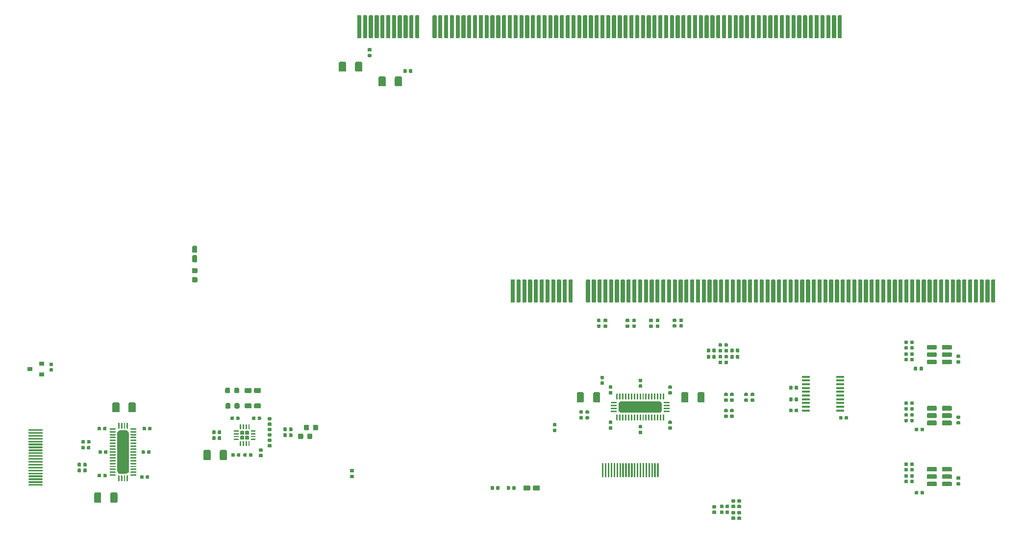
<source format=gbr>
G04 #@! TF.GenerationSoftware,KiCad,Pcbnew,5.99.0-unknown-128ec78~100~ubuntu18.04.1*
G04 #@! TF.CreationDate,2020-01-29T23:00:07+01:00*
G04 #@! TF.ProjectId,fab_v2,6661625f-7632-42e6-9b69-6361645f7063,rev?*
G04 #@! TF.SameCoordinates,PX251ced8PY3683460*
G04 #@! TF.FileFunction,Paste,Top*
G04 #@! TF.FilePolarity,Positive*
%FSLAX46Y46*%
G04 Gerber Fmt 4.6, Leading zero omitted, Abs format (unit mm)*
G04 Created by KiCad (PCBNEW 5.99.0-unknown-128ec78~100~ubuntu18.04.1) date 2020-01-29 23:00:07*
%MOMM*%
%LPD*%
G04 APERTURE LIST*
%ADD10R,1.450000X0.450000*%
%ADD11R,0.900000X0.800000*%
G04 APERTURE END LIST*
G36*
X93347746Y-82946028D02*
G01*
X93395598Y-82978002D01*
X93427572Y-83025854D01*
X93438800Y-83082300D01*
X93438800Y-83427300D01*
X93427572Y-83483746D01*
X93395598Y-83531598D01*
X93347746Y-83563572D01*
X93291300Y-83574800D01*
X92996300Y-83574800D01*
X92939854Y-83563572D01*
X92892002Y-83531598D01*
X92860028Y-83483746D01*
X92848800Y-83427300D01*
X92848800Y-83082300D01*
X92860028Y-83025854D01*
X92892002Y-82978002D01*
X92939854Y-82946028D01*
X92996300Y-82934800D01*
X93291300Y-82934800D01*
X93347746Y-82946028D01*
G37*
G36*
X92377746Y-82946028D02*
G01*
X92425598Y-82978002D01*
X92457572Y-83025854D01*
X92468800Y-83082300D01*
X92468800Y-83427300D01*
X92457572Y-83483746D01*
X92425598Y-83531598D01*
X92377746Y-83563572D01*
X92321300Y-83574800D01*
X92026300Y-83574800D01*
X91969854Y-83563572D01*
X91922002Y-83531598D01*
X91890028Y-83483746D01*
X91878800Y-83427300D01*
X91878800Y-83082300D01*
X91890028Y-83025854D01*
X91922002Y-82978002D01*
X91969854Y-82946028D01*
X92026300Y-82934800D01*
X92321300Y-82934800D01*
X92377746Y-82946028D01*
G37*
G36*
X96118746Y-82946028D02*
G01*
X96166598Y-82978002D01*
X96198572Y-83025854D01*
X96209800Y-83082300D01*
X96209800Y-83427300D01*
X96198572Y-83483746D01*
X96166598Y-83531598D01*
X96118746Y-83563572D01*
X96062300Y-83574800D01*
X95767300Y-83574800D01*
X95710854Y-83563572D01*
X95663002Y-83531598D01*
X95631028Y-83483746D01*
X95619800Y-83427300D01*
X95619800Y-83082300D01*
X95631028Y-83025854D01*
X95663002Y-82978002D01*
X95710854Y-82946028D01*
X95767300Y-82934800D01*
X96062300Y-82934800D01*
X96118746Y-82946028D01*
G37*
G36*
X95148746Y-82946028D02*
G01*
X95196598Y-82978002D01*
X95228572Y-83025854D01*
X95239800Y-83082300D01*
X95239800Y-83427300D01*
X95228572Y-83483746D01*
X95196598Y-83531598D01*
X95148746Y-83563572D01*
X95092300Y-83574800D01*
X94797300Y-83574800D01*
X94740854Y-83563572D01*
X94693002Y-83531598D01*
X94661028Y-83483746D01*
X94649800Y-83427300D01*
X94649800Y-83082300D01*
X94661028Y-83025854D01*
X94693002Y-82978002D01*
X94740854Y-82946028D01*
X94797300Y-82934800D01*
X95092300Y-82934800D01*
X95148746Y-82946028D01*
G37*
G36*
X136220146Y-66814228D02*
G01*
X136267998Y-66846202D01*
X136299972Y-66894054D01*
X136311200Y-66950500D01*
X136311200Y-67245500D01*
X136299972Y-67301946D01*
X136267998Y-67349798D01*
X136220146Y-67381772D01*
X136163700Y-67393000D01*
X135818700Y-67393000D01*
X135762254Y-67381772D01*
X135714402Y-67349798D01*
X135682428Y-67301946D01*
X135671200Y-67245500D01*
X135671200Y-66950500D01*
X135682428Y-66894054D01*
X135714402Y-66846202D01*
X135762254Y-66814228D01*
X135818700Y-66803000D01*
X136163700Y-66803000D01*
X136220146Y-66814228D01*
G37*
G36*
X136220146Y-67784228D02*
G01*
X136267998Y-67816202D01*
X136299972Y-67864054D01*
X136311200Y-67920500D01*
X136311200Y-68215500D01*
X136299972Y-68271946D01*
X136267998Y-68319798D01*
X136220146Y-68351772D01*
X136163700Y-68363000D01*
X135818700Y-68363000D01*
X135762254Y-68351772D01*
X135714402Y-68319798D01*
X135682428Y-68271946D01*
X135671200Y-68215500D01*
X135671200Y-67920500D01*
X135682428Y-67864054D01*
X135714402Y-67816202D01*
X135762254Y-67784228D01*
X135818700Y-67773000D01*
X136163700Y-67773000D01*
X136220146Y-67784228D01*
G37*
G36*
X98627120Y-82845976D02*
G01*
X98696060Y-82892040D01*
X98742124Y-82960980D01*
X98758300Y-83042300D01*
X98758300Y-83467300D01*
X98742124Y-83548620D01*
X98696060Y-83617560D01*
X98627120Y-83663624D01*
X98545800Y-83679800D01*
X97745800Y-83679800D01*
X97664480Y-83663624D01*
X97595540Y-83617560D01*
X97549476Y-83548620D01*
X97533300Y-83467300D01*
X97533300Y-83042300D01*
X97549476Y-82960980D01*
X97595540Y-82892040D01*
X97664480Y-82845976D01*
X97745800Y-82829800D01*
X98545800Y-82829800D01*
X98627120Y-82845976D01*
G37*
G36*
X100252120Y-82845976D02*
G01*
X100321060Y-82892040D01*
X100367124Y-82960980D01*
X100383300Y-83042300D01*
X100383300Y-83467300D01*
X100367124Y-83548620D01*
X100321060Y-83617560D01*
X100252120Y-83663624D01*
X100170800Y-83679800D01*
X99370800Y-83679800D01*
X99289480Y-83663624D01*
X99220540Y-83617560D01*
X99174476Y-83548620D01*
X99158300Y-83467300D01*
X99158300Y-83042300D01*
X99174476Y-82960980D01*
X99220540Y-82892040D01*
X99289480Y-82845976D01*
X99370800Y-82829800D01*
X100170800Y-82829800D01*
X100252120Y-82845976D01*
G37*
G36*
X111364388Y-78993728D02*
G01*
X111387097Y-79008903D01*
X111402272Y-79031612D01*
X111407600Y-79058400D01*
X111407600Y-81318400D01*
X111402272Y-81345188D01*
X111387097Y-81367897D01*
X111364388Y-81383072D01*
X111337600Y-81388400D01*
X111197600Y-81388400D01*
X111170812Y-81383072D01*
X111148103Y-81367897D01*
X111132928Y-81345188D01*
X111127600Y-81318400D01*
X111127600Y-79058400D01*
X111132928Y-79031612D01*
X111148103Y-79008903D01*
X111170812Y-78993728D01*
X111197600Y-78988400D01*
X111337600Y-78988400D01*
X111364388Y-78993728D01*
G37*
G36*
X111864388Y-78993728D02*
G01*
X111887097Y-79008903D01*
X111902272Y-79031612D01*
X111907600Y-79058400D01*
X111907600Y-81318400D01*
X111902272Y-81345188D01*
X111887097Y-81367897D01*
X111864388Y-81383072D01*
X111837600Y-81388400D01*
X111697600Y-81388400D01*
X111670812Y-81383072D01*
X111648103Y-81367897D01*
X111632928Y-81345188D01*
X111627600Y-81318400D01*
X111627600Y-79058400D01*
X111632928Y-79031612D01*
X111648103Y-79008903D01*
X111670812Y-78993728D01*
X111697600Y-78988400D01*
X111837600Y-78988400D01*
X111864388Y-78993728D01*
G37*
G36*
X112364388Y-78993728D02*
G01*
X112387097Y-79008903D01*
X112402272Y-79031612D01*
X112407600Y-79058400D01*
X112407600Y-81318400D01*
X112402272Y-81345188D01*
X112387097Y-81367897D01*
X112364388Y-81383072D01*
X112337600Y-81388400D01*
X112197600Y-81388400D01*
X112170812Y-81383072D01*
X112148103Y-81367897D01*
X112132928Y-81345188D01*
X112127600Y-81318400D01*
X112127600Y-79058400D01*
X112132928Y-79031612D01*
X112148103Y-79008903D01*
X112170812Y-78993728D01*
X112197600Y-78988400D01*
X112337600Y-78988400D01*
X112364388Y-78993728D01*
G37*
G36*
X112864388Y-78993728D02*
G01*
X112887097Y-79008903D01*
X112902272Y-79031612D01*
X112907600Y-79058400D01*
X112907600Y-81318400D01*
X112902272Y-81345188D01*
X112887097Y-81367897D01*
X112864388Y-81383072D01*
X112837600Y-81388400D01*
X112697600Y-81388400D01*
X112670812Y-81383072D01*
X112648103Y-81367897D01*
X112632928Y-81345188D01*
X112627600Y-81318400D01*
X112627600Y-79058400D01*
X112632928Y-79031612D01*
X112648103Y-79008903D01*
X112670812Y-78993728D01*
X112697600Y-78988400D01*
X112837600Y-78988400D01*
X112864388Y-78993728D01*
G37*
G36*
X113364388Y-78993728D02*
G01*
X113387097Y-79008903D01*
X113402272Y-79031612D01*
X113407600Y-79058400D01*
X113407600Y-81318400D01*
X113402272Y-81345188D01*
X113387097Y-81367897D01*
X113364388Y-81383072D01*
X113337600Y-81388400D01*
X113197600Y-81388400D01*
X113170812Y-81383072D01*
X113148103Y-81367897D01*
X113132928Y-81345188D01*
X113127600Y-81318400D01*
X113127600Y-79058400D01*
X113132928Y-79031612D01*
X113148103Y-79008903D01*
X113170812Y-78993728D01*
X113197600Y-78988400D01*
X113337600Y-78988400D01*
X113364388Y-78993728D01*
G37*
G36*
X113864388Y-78993728D02*
G01*
X113887097Y-79008903D01*
X113902272Y-79031612D01*
X113907600Y-79058400D01*
X113907600Y-81318400D01*
X113902272Y-81345188D01*
X113887097Y-81367897D01*
X113864388Y-81383072D01*
X113837600Y-81388400D01*
X113697600Y-81388400D01*
X113670812Y-81383072D01*
X113648103Y-81367897D01*
X113632928Y-81345188D01*
X113627600Y-81318400D01*
X113627600Y-79058400D01*
X113632928Y-79031612D01*
X113648103Y-79008903D01*
X113670812Y-78993728D01*
X113697600Y-78988400D01*
X113837600Y-78988400D01*
X113864388Y-78993728D01*
G37*
G36*
X114364388Y-78993728D02*
G01*
X114387097Y-79008903D01*
X114402272Y-79031612D01*
X114407600Y-79058400D01*
X114407600Y-81318400D01*
X114402272Y-81345188D01*
X114387097Y-81367897D01*
X114364388Y-81383072D01*
X114337600Y-81388400D01*
X114197600Y-81388400D01*
X114170812Y-81383072D01*
X114148103Y-81367897D01*
X114132928Y-81345188D01*
X114127600Y-81318400D01*
X114127600Y-79058400D01*
X114132928Y-79031612D01*
X114148103Y-79008903D01*
X114170812Y-78993728D01*
X114197600Y-78988400D01*
X114337600Y-78988400D01*
X114364388Y-78993728D01*
G37*
G36*
X114864388Y-78993728D02*
G01*
X114887097Y-79008903D01*
X114902272Y-79031612D01*
X114907600Y-79058400D01*
X114907600Y-81318400D01*
X114902272Y-81345188D01*
X114887097Y-81367897D01*
X114864388Y-81383072D01*
X114837600Y-81388400D01*
X114697600Y-81388400D01*
X114670812Y-81383072D01*
X114648103Y-81367897D01*
X114632928Y-81345188D01*
X114627600Y-81318400D01*
X114627600Y-79058400D01*
X114632928Y-79031612D01*
X114648103Y-79008903D01*
X114670812Y-78993728D01*
X114697600Y-78988400D01*
X114837600Y-78988400D01*
X114864388Y-78993728D01*
G37*
G36*
X120864388Y-78993728D02*
G01*
X120887097Y-79008903D01*
X120902272Y-79031612D01*
X120907600Y-79058400D01*
X120907600Y-81318400D01*
X120902272Y-81345188D01*
X120887097Y-81367897D01*
X120864388Y-81383072D01*
X120837600Y-81388400D01*
X120697600Y-81388400D01*
X120670812Y-81383072D01*
X120648103Y-81367897D01*
X120632928Y-81345188D01*
X120627600Y-81318400D01*
X120627600Y-79058400D01*
X120632928Y-79031612D01*
X120648103Y-79008903D01*
X120670812Y-78993728D01*
X120697600Y-78988400D01*
X120837600Y-78988400D01*
X120864388Y-78993728D01*
G37*
G36*
X120364388Y-78993728D02*
G01*
X120387097Y-79008903D01*
X120402272Y-79031612D01*
X120407600Y-79058400D01*
X120407600Y-81318400D01*
X120402272Y-81345188D01*
X120387097Y-81367897D01*
X120364388Y-81383072D01*
X120337600Y-81388400D01*
X120197600Y-81388400D01*
X120170812Y-81383072D01*
X120148103Y-81367897D01*
X120132928Y-81345188D01*
X120127600Y-81318400D01*
X120127600Y-79058400D01*
X120132928Y-79031612D01*
X120148103Y-79008903D01*
X120170812Y-78993728D01*
X120197600Y-78988400D01*
X120337600Y-78988400D01*
X120364388Y-78993728D01*
G37*
G36*
X119864388Y-78993728D02*
G01*
X119887097Y-79008903D01*
X119902272Y-79031612D01*
X119907600Y-79058400D01*
X119907600Y-81318400D01*
X119902272Y-81345188D01*
X119887097Y-81367897D01*
X119864388Y-81383072D01*
X119837600Y-81388400D01*
X119697600Y-81388400D01*
X119670812Y-81383072D01*
X119648103Y-81367897D01*
X119632928Y-81345188D01*
X119627600Y-81318400D01*
X119627600Y-79058400D01*
X119632928Y-79031612D01*
X119648103Y-79008903D01*
X119670812Y-78993728D01*
X119697600Y-78988400D01*
X119837600Y-78988400D01*
X119864388Y-78993728D01*
G37*
G36*
X119364388Y-78993728D02*
G01*
X119387097Y-79008903D01*
X119402272Y-79031612D01*
X119407600Y-79058400D01*
X119407600Y-81318400D01*
X119402272Y-81345188D01*
X119387097Y-81367897D01*
X119364388Y-81383072D01*
X119337600Y-81388400D01*
X119197600Y-81388400D01*
X119170812Y-81383072D01*
X119148103Y-81367897D01*
X119132928Y-81345188D01*
X119127600Y-81318400D01*
X119127600Y-79058400D01*
X119132928Y-79031612D01*
X119148103Y-79008903D01*
X119170812Y-78993728D01*
X119197600Y-78988400D01*
X119337600Y-78988400D01*
X119364388Y-78993728D01*
G37*
G36*
X118864388Y-78993728D02*
G01*
X118887097Y-79008903D01*
X118902272Y-79031612D01*
X118907600Y-79058400D01*
X118907600Y-81318400D01*
X118902272Y-81345188D01*
X118887097Y-81367897D01*
X118864388Y-81383072D01*
X118837600Y-81388400D01*
X118697600Y-81388400D01*
X118670812Y-81383072D01*
X118648103Y-81367897D01*
X118632928Y-81345188D01*
X118627600Y-81318400D01*
X118627600Y-79058400D01*
X118632928Y-79031612D01*
X118648103Y-79008903D01*
X118670812Y-78993728D01*
X118697600Y-78988400D01*
X118837600Y-78988400D01*
X118864388Y-78993728D01*
G37*
G36*
X118364388Y-78993728D02*
G01*
X118387097Y-79008903D01*
X118402272Y-79031612D01*
X118407600Y-79058400D01*
X118407600Y-81318400D01*
X118402272Y-81345188D01*
X118387097Y-81367897D01*
X118364388Y-81383072D01*
X118337600Y-81388400D01*
X118197600Y-81388400D01*
X118170812Y-81383072D01*
X118148103Y-81367897D01*
X118132928Y-81345188D01*
X118127600Y-81318400D01*
X118127600Y-79058400D01*
X118132928Y-79031612D01*
X118148103Y-79008903D01*
X118170812Y-78993728D01*
X118197600Y-78988400D01*
X118337600Y-78988400D01*
X118364388Y-78993728D01*
G37*
G36*
X117864388Y-78993728D02*
G01*
X117887097Y-79008903D01*
X117902272Y-79031612D01*
X117907600Y-79058400D01*
X117907600Y-81318400D01*
X117902272Y-81345188D01*
X117887097Y-81367897D01*
X117864388Y-81383072D01*
X117837600Y-81388400D01*
X117697600Y-81388400D01*
X117670812Y-81383072D01*
X117648103Y-81367897D01*
X117632928Y-81345188D01*
X117627600Y-81318400D01*
X117627600Y-79058400D01*
X117632928Y-79031612D01*
X117648103Y-79008903D01*
X117670812Y-78993728D01*
X117697600Y-78988400D01*
X117837600Y-78988400D01*
X117864388Y-78993728D01*
G37*
G36*
X117364388Y-78993728D02*
G01*
X117387097Y-79008903D01*
X117402272Y-79031612D01*
X117407600Y-79058400D01*
X117407600Y-81318400D01*
X117402272Y-81345188D01*
X117387097Y-81367897D01*
X117364388Y-81383072D01*
X117337600Y-81388400D01*
X117197600Y-81388400D01*
X117170812Y-81383072D01*
X117148103Y-81367897D01*
X117132928Y-81345188D01*
X117127600Y-81318400D01*
X117127600Y-79058400D01*
X117132928Y-79031612D01*
X117148103Y-79008903D01*
X117170812Y-78993728D01*
X117197600Y-78988400D01*
X117337600Y-78988400D01*
X117364388Y-78993728D01*
G37*
G36*
X116864388Y-78993728D02*
G01*
X116887097Y-79008903D01*
X116902272Y-79031612D01*
X116907600Y-79058400D01*
X116907600Y-81318400D01*
X116902272Y-81345188D01*
X116887097Y-81367897D01*
X116864388Y-81383072D01*
X116837600Y-81388400D01*
X116697600Y-81388400D01*
X116670812Y-81383072D01*
X116648103Y-81367897D01*
X116632928Y-81345188D01*
X116627600Y-81318400D01*
X116627600Y-79058400D01*
X116632928Y-79031612D01*
X116648103Y-79008903D01*
X116670812Y-78993728D01*
X116697600Y-78988400D01*
X116837600Y-78988400D01*
X116864388Y-78993728D01*
G37*
G36*
X116364388Y-78993728D02*
G01*
X116387097Y-79008903D01*
X116402272Y-79031612D01*
X116407600Y-79058400D01*
X116407600Y-81318400D01*
X116402272Y-81345188D01*
X116387097Y-81367897D01*
X116364388Y-81383072D01*
X116337600Y-81388400D01*
X116197600Y-81388400D01*
X116170812Y-81383072D01*
X116148103Y-81367897D01*
X116132928Y-81345188D01*
X116127600Y-81318400D01*
X116127600Y-79058400D01*
X116132928Y-79031612D01*
X116148103Y-79008903D01*
X116170812Y-78993728D01*
X116197600Y-78988400D01*
X116337600Y-78988400D01*
X116364388Y-78993728D01*
G37*
G36*
X115864388Y-78993728D02*
G01*
X115887097Y-79008903D01*
X115902272Y-79031612D01*
X115907600Y-79058400D01*
X115907600Y-81318400D01*
X115902272Y-81345188D01*
X115887097Y-81367897D01*
X115864388Y-81383072D01*
X115837600Y-81388400D01*
X115697600Y-81388400D01*
X115670812Y-81383072D01*
X115648103Y-81367897D01*
X115632928Y-81345188D01*
X115627600Y-81318400D01*
X115627600Y-79058400D01*
X115632928Y-79031612D01*
X115648103Y-79008903D01*
X115670812Y-78993728D01*
X115697600Y-78988400D01*
X115837600Y-78988400D01*
X115864388Y-78993728D01*
G37*
G36*
X115364388Y-78993728D02*
G01*
X115387097Y-79008903D01*
X115402272Y-79031612D01*
X115407600Y-79058400D01*
X115407600Y-81318400D01*
X115402272Y-81345188D01*
X115387097Y-81367897D01*
X115364388Y-81383072D01*
X115337600Y-81388400D01*
X115197600Y-81388400D01*
X115170812Y-81383072D01*
X115148103Y-81367897D01*
X115132928Y-81345188D01*
X115127600Y-81318400D01*
X115127600Y-79058400D01*
X115132928Y-79031612D01*
X115148103Y-79008903D01*
X115170812Y-78993728D01*
X115197600Y-78988400D01*
X115337600Y-78988400D01*
X115364388Y-78993728D01*
G37*
G36*
X115747746Y-54980228D02*
G01*
X115795598Y-55012202D01*
X115827572Y-55060054D01*
X115838800Y-55116500D01*
X115838800Y-55411500D01*
X115827572Y-55467946D01*
X115795598Y-55515798D01*
X115747746Y-55547772D01*
X115691300Y-55559000D01*
X115346300Y-55559000D01*
X115289854Y-55547772D01*
X115242002Y-55515798D01*
X115210028Y-55467946D01*
X115198800Y-55411500D01*
X115198800Y-55116500D01*
X115210028Y-55060054D01*
X115242002Y-55012202D01*
X115289854Y-54980228D01*
X115346300Y-54969000D01*
X115691300Y-54969000D01*
X115747746Y-54980228D01*
G37*
G36*
X115747746Y-54010228D02*
G01*
X115795598Y-54042202D01*
X115827572Y-54090054D01*
X115838800Y-54146500D01*
X115838800Y-54441500D01*
X115827572Y-54497946D01*
X115795598Y-54545798D01*
X115747746Y-54577772D01*
X115691300Y-54589000D01*
X115346300Y-54589000D01*
X115289854Y-54577772D01*
X115242002Y-54545798D01*
X115210028Y-54497946D01*
X115198800Y-54441500D01*
X115198800Y-54146500D01*
X115210028Y-54090054D01*
X115242002Y-54042202D01*
X115289854Y-54010228D01*
X115346300Y-53999000D01*
X115691300Y-53999000D01*
X115747746Y-54010228D01*
G37*
G36*
X103174746Y-73014228D02*
G01*
X103222598Y-73046202D01*
X103254572Y-73094054D01*
X103265800Y-73150500D01*
X103265800Y-73445500D01*
X103254572Y-73501946D01*
X103222598Y-73549798D01*
X103174746Y-73581772D01*
X103118300Y-73593000D01*
X102773300Y-73593000D01*
X102716854Y-73581772D01*
X102669002Y-73549798D01*
X102637028Y-73501946D01*
X102625800Y-73445500D01*
X102625800Y-73150500D01*
X102637028Y-73094054D01*
X102669002Y-73046202D01*
X102716854Y-73014228D01*
X102773300Y-73003000D01*
X103118300Y-73003000D01*
X103174746Y-73014228D01*
G37*
G36*
X103174746Y-72044228D02*
G01*
X103222598Y-72076202D01*
X103254572Y-72124054D01*
X103265800Y-72180500D01*
X103265800Y-72475500D01*
X103254572Y-72531946D01*
X103222598Y-72579798D01*
X103174746Y-72611772D01*
X103118300Y-72623000D01*
X102773300Y-72623000D01*
X102716854Y-72611772D01*
X102669002Y-72579798D01*
X102637028Y-72531946D01*
X102625800Y-72475500D01*
X102625800Y-72180500D01*
X102637028Y-72124054D01*
X102669002Y-72076202D01*
X102716854Y-72044228D01*
X102773300Y-72033000D01*
X103118300Y-72033000D01*
X103174746Y-72044228D01*
G37*
G36*
X129715746Y-60289228D02*
G01*
X129763598Y-60321202D01*
X129795572Y-60369054D01*
X129806800Y-60425500D01*
X129806800Y-60770500D01*
X129795572Y-60826946D01*
X129763598Y-60874798D01*
X129715746Y-60906772D01*
X129659300Y-60918000D01*
X129364300Y-60918000D01*
X129307854Y-60906772D01*
X129260002Y-60874798D01*
X129228028Y-60826946D01*
X129216800Y-60770500D01*
X129216800Y-60425500D01*
X129228028Y-60369054D01*
X129260002Y-60321202D01*
X129307854Y-60289228D01*
X129364300Y-60278000D01*
X129659300Y-60278000D01*
X129715746Y-60289228D01*
G37*
G36*
X130685746Y-60289228D02*
G01*
X130733598Y-60321202D01*
X130765572Y-60369054D01*
X130776800Y-60425500D01*
X130776800Y-60770500D01*
X130765572Y-60826946D01*
X130733598Y-60874798D01*
X130685746Y-60906772D01*
X130629300Y-60918000D01*
X130334300Y-60918000D01*
X130277854Y-60906772D01*
X130230002Y-60874798D01*
X130198028Y-60826946D01*
X130186800Y-60770500D01*
X130186800Y-60425500D01*
X130198028Y-60369054D01*
X130230002Y-60321202D01*
X130277854Y-60289228D01*
X130334300Y-60278000D01*
X130629300Y-60278000D01*
X130685746Y-60289228D01*
G37*
D10*
X146373800Y-69873000D03*
X146373800Y-69223000D03*
X146373800Y-68573000D03*
X146373800Y-67923000D03*
X146373800Y-67273000D03*
X146373800Y-66623000D03*
X146373800Y-65973000D03*
X146373800Y-65323000D03*
X146373800Y-64673000D03*
X146373800Y-64023000D03*
X152273800Y-64023000D03*
X152273800Y-64673000D03*
X152273800Y-65323000D03*
X152273800Y-65973000D03*
X152273800Y-66623000D03*
X152273800Y-67273000D03*
X152273800Y-67923000D03*
X152273800Y-68573000D03*
X152273800Y-69223000D03*
X152273800Y-69873000D03*
G36*
X168823337Y-58539224D02*
G01*
X168888221Y-58582579D01*
X168931576Y-58647463D01*
X168946800Y-58724000D01*
X168946800Y-59124000D01*
X168931576Y-59200537D01*
X168888221Y-59265421D01*
X168823337Y-59308776D01*
X168746800Y-59324000D01*
X167446800Y-59324000D01*
X167370263Y-59308776D01*
X167305379Y-59265421D01*
X167262024Y-59200537D01*
X167246800Y-59124000D01*
X167246800Y-58724000D01*
X167262024Y-58647463D01*
X167305379Y-58582579D01*
X167370263Y-58539224D01*
X167446800Y-58524000D01*
X168746800Y-58524000D01*
X168823337Y-58539224D01*
G37*
G36*
X168823337Y-59809224D02*
G01*
X168888221Y-59852579D01*
X168931576Y-59917463D01*
X168946800Y-59994000D01*
X168946800Y-60394000D01*
X168931576Y-60470537D01*
X168888221Y-60535421D01*
X168823337Y-60578776D01*
X168746800Y-60594000D01*
X167446800Y-60594000D01*
X167370263Y-60578776D01*
X167305379Y-60535421D01*
X167262024Y-60470537D01*
X167246800Y-60394000D01*
X167246800Y-59994000D01*
X167262024Y-59917463D01*
X167305379Y-59852579D01*
X167370263Y-59809224D01*
X167446800Y-59794000D01*
X168746800Y-59794000D01*
X168823337Y-59809224D01*
G37*
G36*
X168823337Y-61079224D02*
G01*
X168888221Y-61122579D01*
X168931576Y-61187463D01*
X168946800Y-61264000D01*
X168946800Y-61664000D01*
X168931576Y-61740537D01*
X168888221Y-61805421D01*
X168823337Y-61848776D01*
X168746800Y-61864000D01*
X167446800Y-61864000D01*
X167370263Y-61848776D01*
X167305379Y-61805421D01*
X167262024Y-61740537D01*
X167246800Y-61664000D01*
X167246800Y-61264000D01*
X167262024Y-61187463D01*
X167305379Y-61122579D01*
X167370263Y-61079224D01*
X167446800Y-61064000D01*
X168746800Y-61064000D01*
X168823337Y-61079224D01*
G37*
G36*
X171423337Y-58539224D02*
G01*
X171488221Y-58582579D01*
X171531576Y-58647463D01*
X171546800Y-58724000D01*
X171546800Y-59124000D01*
X171531576Y-59200537D01*
X171488221Y-59265421D01*
X171423337Y-59308776D01*
X171346800Y-59324000D01*
X170046800Y-59324000D01*
X169970263Y-59308776D01*
X169905379Y-59265421D01*
X169862024Y-59200537D01*
X169846800Y-59124000D01*
X169846800Y-58724000D01*
X169862024Y-58647463D01*
X169905379Y-58582579D01*
X169970263Y-58539224D01*
X170046800Y-58524000D01*
X171346800Y-58524000D01*
X171423337Y-58539224D01*
G37*
G36*
X171423337Y-59809224D02*
G01*
X171488221Y-59852579D01*
X171531576Y-59917463D01*
X171546800Y-59994000D01*
X171546800Y-60394000D01*
X171531576Y-60470537D01*
X171488221Y-60535421D01*
X171423337Y-60578776D01*
X171346800Y-60594000D01*
X170046800Y-60594000D01*
X169970263Y-60578776D01*
X169905379Y-60535421D01*
X169862024Y-60470537D01*
X169846800Y-60394000D01*
X169846800Y-59994000D01*
X169862024Y-59917463D01*
X169905379Y-59852579D01*
X169970263Y-59809224D01*
X170046800Y-59794000D01*
X171346800Y-59794000D01*
X171423337Y-59809224D01*
G37*
G36*
X171423337Y-61079224D02*
G01*
X171488221Y-61122579D01*
X171531576Y-61187463D01*
X171546800Y-61264000D01*
X171546800Y-61664000D01*
X171531576Y-61740537D01*
X171488221Y-61805421D01*
X171423337Y-61848776D01*
X171346800Y-61864000D01*
X170046800Y-61864000D01*
X169970263Y-61848776D01*
X169905379Y-61805421D01*
X169862024Y-61740537D01*
X169846800Y-61664000D01*
X169846800Y-61264000D01*
X169862024Y-61187463D01*
X169905379Y-61122579D01*
X169970263Y-61079224D01*
X170046800Y-61064000D01*
X171346800Y-61064000D01*
X171423337Y-61079224D01*
G37*
G36*
X168823337Y-69091724D02*
G01*
X168888221Y-69135079D01*
X168931576Y-69199963D01*
X168946800Y-69276500D01*
X168946800Y-69676500D01*
X168931576Y-69753037D01*
X168888221Y-69817921D01*
X168823337Y-69861276D01*
X168746800Y-69876500D01*
X167446800Y-69876500D01*
X167370263Y-69861276D01*
X167305379Y-69817921D01*
X167262024Y-69753037D01*
X167246800Y-69676500D01*
X167246800Y-69276500D01*
X167262024Y-69199963D01*
X167305379Y-69135079D01*
X167370263Y-69091724D01*
X167446800Y-69076500D01*
X168746800Y-69076500D01*
X168823337Y-69091724D01*
G37*
G36*
X168823337Y-70361724D02*
G01*
X168888221Y-70405079D01*
X168931576Y-70469963D01*
X168946800Y-70546500D01*
X168946800Y-70946500D01*
X168931576Y-71023037D01*
X168888221Y-71087921D01*
X168823337Y-71131276D01*
X168746800Y-71146500D01*
X167446800Y-71146500D01*
X167370263Y-71131276D01*
X167305379Y-71087921D01*
X167262024Y-71023037D01*
X167246800Y-70946500D01*
X167246800Y-70546500D01*
X167262024Y-70469963D01*
X167305379Y-70405079D01*
X167370263Y-70361724D01*
X167446800Y-70346500D01*
X168746800Y-70346500D01*
X168823337Y-70361724D01*
G37*
G36*
X168823337Y-71631724D02*
G01*
X168888221Y-71675079D01*
X168931576Y-71739963D01*
X168946800Y-71816500D01*
X168946800Y-72216500D01*
X168931576Y-72293037D01*
X168888221Y-72357921D01*
X168823337Y-72401276D01*
X168746800Y-72416500D01*
X167446800Y-72416500D01*
X167370263Y-72401276D01*
X167305379Y-72357921D01*
X167262024Y-72293037D01*
X167246800Y-72216500D01*
X167246800Y-71816500D01*
X167262024Y-71739963D01*
X167305379Y-71675079D01*
X167370263Y-71631724D01*
X167446800Y-71616500D01*
X168746800Y-71616500D01*
X168823337Y-71631724D01*
G37*
G36*
X171423337Y-69091724D02*
G01*
X171488221Y-69135079D01*
X171531576Y-69199963D01*
X171546800Y-69276500D01*
X171546800Y-69676500D01*
X171531576Y-69753037D01*
X171488221Y-69817921D01*
X171423337Y-69861276D01*
X171346800Y-69876500D01*
X170046800Y-69876500D01*
X169970263Y-69861276D01*
X169905379Y-69817921D01*
X169862024Y-69753037D01*
X169846800Y-69676500D01*
X169846800Y-69276500D01*
X169862024Y-69199963D01*
X169905379Y-69135079D01*
X169970263Y-69091724D01*
X170046800Y-69076500D01*
X171346800Y-69076500D01*
X171423337Y-69091724D01*
G37*
G36*
X171423337Y-70361724D02*
G01*
X171488221Y-70405079D01*
X171531576Y-70469963D01*
X171546800Y-70546500D01*
X171546800Y-70946500D01*
X171531576Y-71023037D01*
X171488221Y-71087921D01*
X171423337Y-71131276D01*
X171346800Y-71146500D01*
X170046800Y-71146500D01*
X169970263Y-71131276D01*
X169905379Y-71087921D01*
X169862024Y-71023037D01*
X169846800Y-70946500D01*
X169846800Y-70546500D01*
X169862024Y-70469963D01*
X169905379Y-70405079D01*
X169970263Y-70361724D01*
X170046800Y-70346500D01*
X171346800Y-70346500D01*
X171423337Y-70361724D01*
G37*
G36*
X171423337Y-71631724D02*
G01*
X171488221Y-71675079D01*
X171531576Y-71739963D01*
X171546800Y-71816500D01*
X171546800Y-72216500D01*
X171531576Y-72293037D01*
X171488221Y-72357921D01*
X171423337Y-72401276D01*
X171346800Y-72416500D01*
X170046800Y-72416500D01*
X169970263Y-72401276D01*
X169905379Y-72357921D01*
X169862024Y-72293037D01*
X169846800Y-72216500D01*
X169846800Y-71816500D01*
X169862024Y-71739963D01*
X169905379Y-71675079D01*
X169970263Y-71631724D01*
X170046800Y-71616500D01*
X171346800Y-71616500D01*
X171423337Y-71631724D01*
G37*
G36*
X168823337Y-79644224D02*
G01*
X168888221Y-79687579D01*
X168931576Y-79752463D01*
X168946800Y-79829000D01*
X168946800Y-80229000D01*
X168931576Y-80305537D01*
X168888221Y-80370421D01*
X168823337Y-80413776D01*
X168746800Y-80429000D01*
X167446800Y-80429000D01*
X167370263Y-80413776D01*
X167305379Y-80370421D01*
X167262024Y-80305537D01*
X167246800Y-80229000D01*
X167246800Y-79829000D01*
X167262024Y-79752463D01*
X167305379Y-79687579D01*
X167370263Y-79644224D01*
X167446800Y-79629000D01*
X168746800Y-79629000D01*
X168823337Y-79644224D01*
G37*
G36*
X168823337Y-80914224D02*
G01*
X168888221Y-80957579D01*
X168931576Y-81022463D01*
X168946800Y-81099000D01*
X168946800Y-81499000D01*
X168931576Y-81575537D01*
X168888221Y-81640421D01*
X168823337Y-81683776D01*
X168746800Y-81699000D01*
X167446800Y-81699000D01*
X167370263Y-81683776D01*
X167305379Y-81640421D01*
X167262024Y-81575537D01*
X167246800Y-81499000D01*
X167246800Y-81099000D01*
X167262024Y-81022463D01*
X167305379Y-80957579D01*
X167370263Y-80914224D01*
X167446800Y-80899000D01*
X168746800Y-80899000D01*
X168823337Y-80914224D01*
G37*
G36*
X168823337Y-82184224D02*
G01*
X168888221Y-82227579D01*
X168931576Y-82292463D01*
X168946800Y-82369000D01*
X168946800Y-82769000D01*
X168931576Y-82845537D01*
X168888221Y-82910421D01*
X168823337Y-82953776D01*
X168746800Y-82969000D01*
X167446800Y-82969000D01*
X167370263Y-82953776D01*
X167305379Y-82910421D01*
X167262024Y-82845537D01*
X167246800Y-82769000D01*
X167246800Y-82369000D01*
X167262024Y-82292463D01*
X167305379Y-82227579D01*
X167370263Y-82184224D01*
X167446800Y-82169000D01*
X168746800Y-82169000D01*
X168823337Y-82184224D01*
G37*
G36*
X171423337Y-79644224D02*
G01*
X171488221Y-79687579D01*
X171531576Y-79752463D01*
X171546800Y-79829000D01*
X171546800Y-80229000D01*
X171531576Y-80305537D01*
X171488221Y-80370421D01*
X171423337Y-80413776D01*
X171346800Y-80429000D01*
X170046800Y-80429000D01*
X169970263Y-80413776D01*
X169905379Y-80370421D01*
X169862024Y-80305537D01*
X169846800Y-80229000D01*
X169846800Y-79829000D01*
X169862024Y-79752463D01*
X169905379Y-79687579D01*
X169970263Y-79644224D01*
X170046800Y-79629000D01*
X171346800Y-79629000D01*
X171423337Y-79644224D01*
G37*
G36*
X171423337Y-80914224D02*
G01*
X171488221Y-80957579D01*
X171531576Y-81022463D01*
X171546800Y-81099000D01*
X171546800Y-81499000D01*
X171531576Y-81575537D01*
X171488221Y-81640421D01*
X171423337Y-81683776D01*
X171346800Y-81699000D01*
X170046800Y-81699000D01*
X169970263Y-81683776D01*
X169905379Y-81640421D01*
X169862024Y-81575537D01*
X169846800Y-81499000D01*
X169846800Y-81099000D01*
X169862024Y-81022463D01*
X169905379Y-80957579D01*
X169970263Y-80914224D01*
X170046800Y-80899000D01*
X171346800Y-80899000D01*
X171423337Y-80914224D01*
G37*
G36*
X171423337Y-82184224D02*
G01*
X171488221Y-82227579D01*
X171531576Y-82292463D01*
X171546800Y-82369000D01*
X171546800Y-82769000D01*
X171531576Y-82845537D01*
X171488221Y-82910421D01*
X171423337Y-82953776D01*
X171346800Y-82969000D01*
X170046800Y-82969000D01*
X169970263Y-82953776D01*
X169905379Y-82910421D01*
X169862024Y-82845537D01*
X169846800Y-82769000D01*
X169846800Y-82369000D01*
X169862024Y-82292463D01*
X169905379Y-82227579D01*
X169970263Y-82184224D01*
X170046800Y-82169000D01*
X171346800Y-82169000D01*
X171423337Y-82184224D01*
G37*
G36*
X121116666Y-68276254D02*
G01*
X121246120Y-68335373D01*
X121353675Y-68428570D01*
X121430616Y-68548292D01*
X121475800Y-68756000D01*
X121475800Y-69756000D01*
X121455546Y-69896866D01*
X121396427Y-70026320D01*
X121303230Y-70133875D01*
X121183508Y-70210816D01*
X120975800Y-70256000D01*
X114475800Y-70256000D01*
X114334934Y-70235746D01*
X114205480Y-70176627D01*
X114097925Y-70083430D01*
X114020984Y-69963708D01*
X113975800Y-69756000D01*
X113975800Y-68756000D01*
X113996054Y-68615134D01*
X114055173Y-68485680D01*
X114148370Y-68378125D01*
X114268092Y-68301184D01*
X114475800Y-68256000D01*
X120975800Y-68256000D01*
X121116666Y-68276254D01*
G37*
G36*
X122737218Y-69885758D02*
G01*
X122757494Y-69899306D01*
X122771042Y-69919582D01*
X122775800Y-69943500D01*
X122775800Y-70068500D01*
X122771042Y-70092418D01*
X122757494Y-70112694D01*
X122737218Y-70126242D01*
X122713300Y-70131000D01*
X121838300Y-70131000D01*
X121814382Y-70126242D01*
X121794106Y-70112694D01*
X121780558Y-70092418D01*
X121775800Y-70068500D01*
X121775800Y-69943500D01*
X121780558Y-69919582D01*
X121794106Y-69899306D01*
X121814382Y-69885758D01*
X121838300Y-69881000D01*
X122713300Y-69881000D01*
X122737218Y-69885758D01*
G37*
G36*
X122737218Y-69385758D02*
G01*
X122757494Y-69399306D01*
X122771042Y-69419582D01*
X122775800Y-69443500D01*
X122775800Y-69568500D01*
X122771042Y-69592418D01*
X122757494Y-69612694D01*
X122737218Y-69626242D01*
X122713300Y-69631000D01*
X121838300Y-69631000D01*
X121814382Y-69626242D01*
X121794106Y-69612694D01*
X121780558Y-69592418D01*
X121775800Y-69568500D01*
X121775800Y-69443500D01*
X121780558Y-69419582D01*
X121794106Y-69399306D01*
X121814382Y-69385758D01*
X121838300Y-69381000D01*
X122713300Y-69381000D01*
X122737218Y-69385758D01*
G37*
G36*
X122737218Y-68885758D02*
G01*
X122757494Y-68899306D01*
X122771042Y-68919582D01*
X122775800Y-68943500D01*
X122775800Y-69068500D01*
X122771042Y-69092418D01*
X122757494Y-69112694D01*
X122737218Y-69126242D01*
X122713300Y-69131000D01*
X121838300Y-69131000D01*
X121814382Y-69126242D01*
X121794106Y-69112694D01*
X121780558Y-69092418D01*
X121775800Y-69068500D01*
X121775800Y-68943500D01*
X121780558Y-68919582D01*
X121794106Y-68899306D01*
X121814382Y-68885758D01*
X121838300Y-68881000D01*
X122713300Y-68881000D01*
X122737218Y-68885758D01*
G37*
G36*
X122737218Y-68385758D02*
G01*
X122757494Y-68399306D01*
X122771042Y-68419582D01*
X122775800Y-68443500D01*
X122775800Y-68568500D01*
X122771042Y-68592418D01*
X122757494Y-68612694D01*
X122737218Y-68626242D01*
X122713300Y-68631000D01*
X121838300Y-68631000D01*
X121814382Y-68626242D01*
X121794106Y-68612694D01*
X121780558Y-68592418D01*
X121775800Y-68568500D01*
X121775800Y-68443500D01*
X121780558Y-68419582D01*
X121794106Y-68399306D01*
X121814382Y-68385758D01*
X121838300Y-68381000D01*
X122713300Y-68381000D01*
X122737218Y-68385758D01*
G37*
G36*
X113637218Y-69885758D02*
G01*
X113657494Y-69899306D01*
X113671042Y-69919582D01*
X113675800Y-69943500D01*
X113675800Y-70068500D01*
X113671042Y-70092418D01*
X113657494Y-70112694D01*
X113637218Y-70126242D01*
X113613300Y-70131000D01*
X112738300Y-70131000D01*
X112714382Y-70126242D01*
X112694106Y-70112694D01*
X112680558Y-70092418D01*
X112675800Y-70068500D01*
X112675800Y-69943500D01*
X112680558Y-69919582D01*
X112694106Y-69899306D01*
X112714382Y-69885758D01*
X112738300Y-69881000D01*
X113613300Y-69881000D01*
X113637218Y-69885758D01*
G37*
G36*
X113637218Y-69385758D02*
G01*
X113657494Y-69399306D01*
X113671042Y-69419582D01*
X113675800Y-69443500D01*
X113675800Y-69568500D01*
X113671042Y-69592418D01*
X113657494Y-69612694D01*
X113637218Y-69626242D01*
X113613300Y-69631000D01*
X112738300Y-69631000D01*
X112714382Y-69626242D01*
X112694106Y-69612694D01*
X112680558Y-69592418D01*
X112675800Y-69568500D01*
X112675800Y-69443500D01*
X112680558Y-69419582D01*
X112694106Y-69399306D01*
X112714382Y-69385758D01*
X112738300Y-69381000D01*
X113613300Y-69381000D01*
X113637218Y-69385758D01*
G37*
G36*
X113637218Y-68885758D02*
G01*
X113657494Y-68899306D01*
X113671042Y-68919582D01*
X113675800Y-68943500D01*
X113675800Y-69068500D01*
X113671042Y-69092418D01*
X113657494Y-69112694D01*
X113637218Y-69126242D01*
X113613300Y-69131000D01*
X112738300Y-69131000D01*
X112714382Y-69126242D01*
X112694106Y-69112694D01*
X112680558Y-69092418D01*
X112675800Y-69068500D01*
X112675800Y-68943500D01*
X112680558Y-68919582D01*
X112694106Y-68899306D01*
X112714382Y-68885758D01*
X112738300Y-68881000D01*
X113613300Y-68881000D01*
X113637218Y-68885758D01*
G37*
G36*
X113637218Y-68385758D02*
G01*
X113657494Y-68399306D01*
X113671042Y-68419582D01*
X113675800Y-68443500D01*
X113675800Y-68568500D01*
X113671042Y-68592418D01*
X113657494Y-68612694D01*
X113637218Y-68626242D01*
X113613300Y-68631000D01*
X112738300Y-68631000D01*
X112714382Y-68626242D01*
X112694106Y-68612694D01*
X112680558Y-68592418D01*
X112675800Y-68568500D01*
X112675800Y-68443500D01*
X112680558Y-68419582D01*
X112694106Y-68399306D01*
X112714382Y-68385758D01*
X112738300Y-68381000D01*
X113613300Y-68381000D01*
X113637218Y-68385758D01*
G37*
G36*
X121812218Y-70560758D02*
G01*
X121832494Y-70574306D01*
X121846042Y-70594582D01*
X121850800Y-70618500D01*
X121850800Y-71493500D01*
X121846042Y-71517418D01*
X121832494Y-71537694D01*
X121812218Y-71551242D01*
X121788300Y-71556000D01*
X121663300Y-71556000D01*
X121639382Y-71551242D01*
X121619106Y-71537694D01*
X121605558Y-71517418D01*
X121600800Y-71493500D01*
X121600800Y-70618500D01*
X121605558Y-70594582D01*
X121619106Y-70574306D01*
X121639382Y-70560758D01*
X121663300Y-70556000D01*
X121788300Y-70556000D01*
X121812218Y-70560758D01*
G37*
G36*
X121312218Y-70560758D02*
G01*
X121332494Y-70574306D01*
X121346042Y-70594582D01*
X121350800Y-70618500D01*
X121350800Y-71493500D01*
X121346042Y-71517418D01*
X121332494Y-71537694D01*
X121312218Y-71551242D01*
X121288300Y-71556000D01*
X121163300Y-71556000D01*
X121139382Y-71551242D01*
X121119106Y-71537694D01*
X121105558Y-71517418D01*
X121100800Y-71493500D01*
X121100800Y-70618500D01*
X121105558Y-70594582D01*
X121119106Y-70574306D01*
X121139382Y-70560758D01*
X121163300Y-70556000D01*
X121288300Y-70556000D01*
X121312218Y-70560758D01*
G37*
G36*
X120812218Y-70560758D02*
G01*
X120832494Y-70574306D01*
X120846042Y-70594582D01*
X120850800Y-70618500D01*
X120850800Y-71493500D01*
X120846042Y-71517418D01*
X120832494Y-71537694D01*
X120812218Y-71551242D01*
X120788300Y-71556000D01*
X120663300Y-71556000D01*
X120639382Y-71551242D01*
X120619106Y-71537694D01*
X120605558Y-71517418D01*
X120600800Y-71493500D01*
X120600800Y-70618500D01*
X120605558Y-70594582D01*
X120619106Y-70574306D01*
X120639382Y-70560758D01*
X120663300Y-70556000D01*
X120788300Y-70556000D01*
X120812218Y-70560758D01*
G37*
G36*
X120312218Y-70560758D02*
G01*
X120332494Y-70574306D01*
X120346042Y-70594582D01*
X120350800Y-70618500D01*
X120350800Y-71493500D01*
X120346042Y-71517418D01*
X120332494Y-71537694D01*
X120312218Y-71551242D01*
X120288300Y-71556000D01*
X120163300Y-71556000D01*
X120139382Y-71551242D01*
X120119106Y-71537694D01*
X120105558Y-71517418D01*
X120100800Y-71493500D01*
X120100800Y-70618500D01*
X120105558Y-70594582D01*
X120119106Y-70574306D01*
X120139382Y-70560758D01*
X120163300Y-70556000D01*
X120288300Y-70556000D01*
X120312218Y-70560758D01*
G37*
G36*
X119812218Y-70560758D02*
G01*
X119832494Y-70574306D01*
X119846042Y-70594582D01*
X119850800Y-70618500D01*
X119850800Y-71493500D01*
X119846042Y-71517418D01*
X119832494Y-71537694D01*
X119812218Y-71551242D01*
X119788300Y-71556000D01*
X119663300Y-71556000D01*
X119639382Y-71551242D01*
X119619106Y-71537694D01*
X119605558Y-71517418D01*
X119600800Y-71493500D01*
X119600800Y-70618500D01*
X119605558Y-70594582D01*
X119619106Y-70574306D01*
X119639382Y-70560758D01*
X119663300Y-70556000D01*
X119788300Y-70556000D01*
X119812218Y-70560758D01*
G37*
G36*
X119312218Y-70560758D02*
G01*
X119332494Y-70574306D01*
X119346042Y-70594582D01*
X119350800Y-70618500D01*
X119350800Y-71493500D01*
X119346042Y-71517418D01*
X119332494Y-71537694D01*
X119312218Y-71551242D01*
X119288300Y-71556000D01*
X119163300Y-71556000D01*
X119139382Y-71551242D01*
X119119106Y-71537694D01*
X119105558Y-71517418D01*
X119100800Y-71493500D01*
X119100800Y-70618500D01*
X119105558Y-70594582D01*
X119119106Y-70574306D01*
X119139382Y-70560758D01*
X119163300Y-70556000D01*
X119288300Y-70556000D01*
X119312218Y-70560758D01*
G37*
G36*
X118812218Y-70560758D02*
G01*
X118832494Y-70574306D01*
X118846042Y-70594582D01*
X118850800Y-70618500D01*
X118850800Y-71493500D01*
X118846042Y-71517418D01*
X118832494Y-71537694D01*
X118812218Y-71551242D01*
X118788300Y-71556000D01*
X118663300Y-71556000D01*
X118639382Y-71551242D01*
X118619106Y-71537694D01*
X118605558Y-71517418D01*
X118600800Y-71493500D01*
X118600800Y-70618500D01*
X118605558Y-70594582D01*
X118619106Y-70574306D01*
X118639382Y-70560758D01*
X118663300Y-70556000D01*
X118788300Y-70556000D01*
X118812218Y-70560758D01*
G37*
G36*
X118312218Y-70560758D02*
G01*
X118332494Y-70574306D01*
X118346042Y-70594582D01*
X118350800Y-70618500D01*
X118350800Y-71493500D01*
X118346042Y-71517418D01*
X118332494Y-71537694D01*
X118312218Y-71551242D01*
X118288300Y-71556000D01*
X118163300Y-71556000D01*
X118139382Y-71551242D01*
X118119106Y-71537694D01*
X118105558Y-71517418D01*
X118100800Y-71493500D01*
X118100800Y-70618500D01*
X118105558Y-70594582D01*
X118119106Y-70574306D01*
X118139382Y-70560758D01*
X118163300Y-70556000D01*
X118288300Y-70556000D01*
X118312218Y-70560758D01*
G37*
G36*
X117812218Y-70560758D02*
G01*
X117832494Y-70574306D01*
X117846042Y-70594582D01*
X117850800Y-70618500D01*
X117850800Y-71493500D01*
X117846042Y-71517418D01*
X117832494Y-71537694D01*
X117812218Y-71551242D01*
X117788300Y-71556000D01*
X117663300Y-71556000D01*
X117639382Y-71551242D01*
X117619106Y-71537694D01*
X117605558Y-71517418D01*
X117600800Y-71493500D01*
X117600800Y-70618500D01*
X117605558Y-70594582D01*
X117619106Y-70574306D01*
X117639382Y-70560758D01*
X117663300Y-70556000D01*
X117788300Y-70556000D01*
X117812218Y-70560758D01*
G37*
G36*
X117312218Y-70560758D02*
G01*
X117332494Y-70574306D01*
X117346042Y-70594582D01*
X117350800Y-70618500D01*
X117350800Y-71493500D01*
X117346042Y-71517418D01*
X117332494Y-71537694D01*
X117312218Y-71551242D01*
X117288300Y-71556000D01*
X117163300Y-71556000D01*
X117139382Y-71551242D01*
X117119106Y-71537694D01*
X117105558Y-71517418D01*
X117100800Y-71493500D01*
X117100800Y-70618500D01*
X117105558Y-70594582D01*
X117119106Y-70574306D01*
X117139382Y-70560758D01*
X117163300Y-70556000D01*
X117288300Y-70556000D01*
X117312218Y-70560758D01*
G37*
G36*
X116812218Y-70560758D02*
G01*
X116832494Y-70574306D01*
X116846042Y-70594582D01*
X116850800Y-70618500D01*
X116850800Y-71493500D01*
X116846042Y-71517418D01*
X116832494Y-71537694D01*
X116812218Y-71551242D01*
X116788300Y-71556000D01*
X116663300Y-71556000D01*
X116639382Y-71551242D01*
X116619106Y-71537694D01*
X116605558Y-71517418D01*
X116600800Y-71493500D01*
X116600800Y-70618500D01*
X116605558Y-70594582D01*
X116619106Y-70574306D01*
X116639382Y-70560758D01*
X116663300Y-70556000D01*
X116788300Y-70556000D01*
X116812218Y-70560758D01*
G37*
G36*
X116312218Y-70560758D02*
G01*
X116332494Y-70574306D01*
X116346042Y-70594582D01*
X116350800Y-70618500D01*
X116350800Y-71493500D01*
X116346042Y-71517418D01*
X116332494Y-71537694D01*
X116312218Y-71551242D01*
X116288300Y-71556000D01*
X116163300Y-71556000D01*
X116139382Y-71551242D01*
X116119106Y-71537694D01*
X116105558Y-71517418D01*
X116100800Y-71493500D01*
X116100800Y-70618500D01*
X116105558Y-70594582D01*
X116119106Y-70574306D01*
X116139382Y-70560758D01*
X116163300Y-70556000D01*
X116288300Y-70556000D01*
X116312218Y-70560758D01*
G37*
G36*
X115812218Y-70560758D02*
G01*
X115832494Y-70574306D01*
X115846042Y-70594582D01*
X115850800Y-70618500D01*
X115850800Y-71493500D01*
X115846042Y-71517418D01*
X115832494Y-71537694D01*
X115812218Y-71551242D01*
X115788300Y-71556000D01*
X115663300Y-71556000D01*
X115639382Y-71551242D01*
X115619106Y-71537694D01*
X115605558Y-71517418D01*
X115600800Y-71493500D01*
X115600800Y-70618500D01*
X115605558Y-70594582D01*
X115619106Y-70574306D01*
X115639382Y-70560758D01*
X115663300Y-70556000D01*
X115788300Y-70556000D01*
X115812218Y-70560758D01*
G37*
G36*
X115312218Y-70560758D02*
G01*
X115332494Y-70574306D01*
X115346042Y-70594582D01*
X115350800Y-70618500D01*
X115350800Y-71493500D01*
X115346042Y-71517418D01*
X115332494Y-71537694D01*
X115312218Y-71551242D01*
X115288300Y-71556000D01*
X115163300Y-71556000D01*
X115139382Y-71551242D01*
X115119106Y-71537694D01*
X115105558Y-71517418D01*
X115100800Y-71493500D01*
X115100800Y-70618500D01*
X115105558Y-70594582D01*
X115119106Y-70574306D01*
X115139382Y-70560758D01*
X115163300Y-70556000D01*
X115288300Y-70556000D01*
X115312218Y-70560758D01*
G37*
G36*
X114812218Y-70560758D02*
G01*
X114832494Y-70574306D01*
X114846042Y-70594582D01*
X114850800Y-70618500D01*
X114850800Y-71493500D01*
X114846042Y-71517418D01*
X114832494Y-71537694D01*
X114812218Y-71551242D01*
X114788300Y-71556000D01*
X114663300Y-71556000D01*
X114639382Y-71551242D01*
X114619106Y-71537694D01*
X114605558Y-71517418D01*
X114600800Y-71493500D01*
X114600800Y-70618500D01*
X114605558Y-70594582D01*
X114619106Y-70574306D01*
X114639382Y-70560758D01*
X114663300Y-70556000D01*
X114788300Y-70556000D01*
X114812218Y-70560758D01*
G37*
G36*
X114312218Y-70560758D02*
G01*
X114332494Y-70574306D01*
X114346042Y-70594582D01*
X114350800Y-70618500D01*
X114350800Y-71493500D01*
X114346042Y-71517418D01*
X114332494Y-71537694D01*
X114312218Y-71551242D01*
X114288300Y-71556000D01*
X114163300Y-71556000D01*
X114139382Y-71551242D01*
X114119106Y-71537694D01*
X114105558Y-71517418D01*
X114100800Y-71493500D01*
X114100800Y-70618500D01*
X114105558Y-70594582D01*
X114119106Y-70574306D01*
X114139382Y-70560758D01*
X114163300Y-70556000D01*
X114288300Y-70556000D01*
X114312218Y-70560758D01*
G37*
G36*
X121812218Y-66960758D02*
G01*
X121832494Y-66974306D01*
X121846042Y-66994582D01*
X121850800Y-67018500D01*
X121850800Y-67893500D01*
X121846042Y-67917418D01*
X121832494Y-67937694D01*
X121812218Y-67951242D01*
X121788300Y-67956000D01*
X121663300Y-67956000D01*
X121639382Y-67951242D01*
X121619106Y-67937694D01*
X121605558Y-67917418D01*
X121600800Y-67893500D01*
X121600800Y-67018500D01*
X121605558Y-66994582D01*
X121619106Y-66974306D01*
X121639382Y-66960758D01*
X121663300Y-66956000D01*
X121788300Y-66956000D01*
X121812218Y-66960758D01*
G37*
G36*
X121312218Y-66960758D02*
G01*
X121332494Y-66974306D01*
X121346042Y-66994582D01*
X121350800Y-67018500D01*
X121350800Y-67893500D01*
X121346042Y-67917418D01*
X121332494Y-67937694D01*
X121312218Y-67951242D01*
X121288300Y-67956000D01*
X121163300Y-67956000D01*
X121139382Y-67951242D01*
X121119106Y-67937694D01*
X121105558Y-67917418D01*
X121100800Y-67893500D01*
X121100800Y-67018500D01*
X121105558Y-66994582D01*
X121119106Y-66974306D01*
X121139382Y-66960758D01*
X121163300Y-66956000D01*
X121288300Y-66956000D01*
X121312218Y-66960758D01*
G37*
G36*
X120812218Y-66960758D02*
G01*
X120832494Y-66974306D01*
X120846042Y-66994582D01*
X120850800Y-67018500D01*
X120850800Y-67893500D01*
X120846042Y-67917418D01*
X120832494Y-67937694D01*
X120812218Y-67951242D01*
X120788300Y-67956000D01*
X120663300Y-67956000D01*
X120639382Y-67951242D01*
X120619106Y-67937694D01*
X120605558Y-67917418D01*
X120600800Y-67893500D01*
X120600800Y-67018500D01*
X120605558Y-66994582D01*
X120619106Y-66974306D01*
X120639382Y-66960758D01*
X120663300Y-66956000D01*
X120788300Y-66956000D01*
X120812218Y-66960758D01*
G37*
G36*
X120312218Y-66960758D02*
G01*
X120332494Y-66974306D01*
X120346042Y-66994582D01*
X120350800Y-67018500D01*
X120350800Y-67893500D01*
X120346042Y-67917418D01*
X120332494Y-67937694D01*
X120312218Y-67951242D01*
X120288300Y-67956000D01*
X120163300Y-67956000D01*
X120139382Y-67951242D01*
X120119106Y-67937694D01*
X120105558Y-67917418D01*
X120100800Y-67893500D01*
X120100800Y-67018500D01*
X120105558Y-66994582D01*
X120119106Y-66974306D01*
X120139382Y-66960758D01*
X120163300Y-66956000D01*
X120288300Y-66956000D01*
X120312218Y-66960758D01*
G37*
G36*
X119812218Y-66960758D02*
G01*
X119832494Y-66974306D01*
X119846042Y-66994582D01*
X119850800Y-67018500D01*
X119850800Y-67893500D01*
X119846042Y-67917418D01*
X119832494Y-67937694D01*
X119812218Y-67951242D01*
X119788300Y-67956000D01*
X119663300Y-67956000D01*
X119639382Y-67951242D01*
X119619106Y-67937694D01*
X119605558Y-67917418D01*
X119600800Y-67893500D01*
X119600800Y-67018500D01*
X119605558Y-66994582D01*
X119619106Y-66974306D01*
X119639382Y-66960758D01*
X119663300Y-66956000D01*
X119788300Y-66956000D01*
X119812218Y-66960758D01*
G37*
G36*
X119312218Y-66960758D02*
G01*
X119332494Y-66974306D01*
X119346042Y-66994582D01*
X119350800Y-67018500D01*
X119350800Y-67893500D01*
X119346042Y-67917418D01*
X119332494Y-67937694D01*
X119312218Y-67951242D01*
X119288300Y-67956000D01*
X119163300Y-67956000D01*
X119139382Y-67951242D01*
X119119106Y-67937694D01*
X119105558Y-67917418D01*
X119100800Y-67893500D01*
X119100800Y-67018500D01*
X119105558Y-66994582D01*
X119119106Y-66974306D01*
X119139382Y-66960758D01*
X119163300Y-66956000D01*
X119288300Y-66956000D01*
X119312218Y-66960758D01*
G37*
G36*
X118812218Y-66960758D02*
G01*
X118832494Y-66974306D01*
X118846042Y-66994582D01*
X118850800Y-67018500D01*
X118850800Y-67893500D01*
X118846042Y-67917418D01*
X118832494Y-67937694D01*
X118812218Y-67951242D01*
X118788300Y-67956000D01*
X118663300Y-67956000D01*
X118639382Y-67951242D01*
X118619106Y-67937694D01*
X118605558Y-67917418D01*
X118600800Y-67893500D01*
X118600800Y-67018500D01*
X118605558Y-66994582D01*
X118619106Y-66974306D01*
X118639382Y-66960758D01*
X118663300Y-66956000D01*
X118788300Y-66956000D01*
X118812218Y-66960758D01*
G37*
G36*
X118312218Y-66960758D02*
G01*
X118332494Y-66974306D01*
X118346042Y-66994582D01*
X118350800Y-67018500D01*
X118350800Y-67893500D01*
X118346042Y-67917418D01*
X118332494Y-67937694D01*
X118312218Y-67951242D01*
X118288300Y-67956000D01*
X118163300Y-67956000D01*
X118139382Y-67951242D01*
X118119106Y-67937694D01*
X118105558Y-67917418D01*
X118100800Y-67893500D01*
X118100800Y-67018500D01*
X118105558Y-66994582D01*
X118119106Y-66974306D01*
X118139382Y-66960758D01*
X118163300Y-66956000D01*
X118288300Y-66956000D01*
X118312218Y-66960758D01*
G37*
G36*
X117812218Y-66960758D02*
G01*
X117832494Y-66974306D01*
X117846042Y-66994582D01*
X117850800Y-67018500D01*
X117850800Y-67893500D01*
X117846042Y-67917418D01*
X117832494Y-67937694D01*
X117812218Y-67951242D01*
X117788300Y-67956000D01*
X117663300Y-67956000D01*
X117639382Y-67951242D01*
X117619106Y-67937694D01*
X117605558Y-67917418D01*
X117600800Y-67893500D01*
X117600800Y-67018500D01*
X117605558Y-66994582D01*
X117619106Y-66974306D01*
X117639382Y-66960758D01*
X117663300Y-66956000D01*
X117788300Y-66956000D01*
X117812218Y-66960758D01*
G37*
G36*
X117312218Y-66960758D02*
G01*
X117332494Y-66974306D01*
X117346042Y-66994582D01*
X117350800Y-67018500D01*
X117350800Y-67893500D01*
X117346042Y-67917418D01*
X117332494Y-67937694D01*
X117312218Y-67951242D01*
X117288300Y-67956000D01*
X117163300Y-67956000D01*
X117139382Y-67951242D01*
X117119106Y-67937694D01*
X117105558Y-67917418D01*
X117100800Y-67893500D01*
X117100800Y-67018500D01*
X117105558Y-66994582D01*
X117119106Y-66974306D01*
X117139382Y-66960758D01*
X117163300Y-66956000D01*
X117288300Y-66956000D01*
X117312218Y-66960758D01*
G37*
G36*
X116812218Y-66960758D02*
G01*
X116832494Y-66974306D01*
X116846042Y-66994582D01*
X116850800Y-67018500D01*
X116850800Y-67893500D01*
X116846042Y-67917418D01*
X116832494Y-67937694D01*
X116812218Y-67951242D01*
X116788300Y-67956000D01*
X116663300Y-67956000D01*
X116639382Y-67951242D01*
X116619106Y-67937694D01*
X116605558Y-67917418D01*
X116600800Y-67893500D01*
X116600800Y-67018500D01*
X116605558Y-66994582D01*
X116619106Y-66974306D01*
X116639382Y-66960758D01*
X116663300Y-66956000D01*
X116788300Y-66956000D01*
X116812218Y-66960758D01*
G37*
G36*
X116312218Y-66960758D02*
G01*
X116332494Y-66974306D01*
X116346042Y-66994582D01*
X116350800Y-67018500D01*
X116350800Y-67893500D01*
X116346042Y-67917418D01*
X116332494Y-67937694D01*
X116312218Y-67951242D01*
X116288300Y-67956000D01*
X116163300Y-67956000D01*
X116139382Y-67951242D01*
X116119106Y-67937694D01*
X116105558Y-67917418D01*
X116100800Y-67893500D01*
X116100800Y-67018500D01*
X116105558Y-66994582D01*
X116119106Y-66974306D01*
X116139382Y-66960758D01*
X116163300Y-66956000D01*
X116288300Y-66956000D01*
X116312218Y-66960758D01*
G37*
G36*
X115812218Y-66960758D02*
G01*
X115832494Y-66974306D01*
X115846042Y-66994582D01*
X115850800Y-67018500D01*
X115850800Y-67893500D01*
X115846042Y-67917418D01*
X115832494Y-67937694D01*
X115812218Y-67951242D01*
X115788300Y-67956000D01*
X115663300Y-67956000D01*
X115639382Y-67951242D01*
X115619106Y-67937694D01*
X115605558Y-67917418D01*
X115600800Y-67893500D01*
X115600800Y-67018500D01*
X115605558Y-66994582D01*
X115619106Y-66974306D01*
X115639382Y-66960758D01*
X115663300Y-66956000D01*
X115788300Y-66956000D01*
X115812218Y-66960758D01*
G37*
G36*
X115312218Y-66960758D02*
G01*
X115332494Y-66974306D01*
X115346042Y-66994582D01*
X115350800Y-67018500D01*
X115350800Y-67893500D01*
X115346042Y-67917418D01*
X115332494Y-67937694D01*
X115312218Y-67951242D01*
X115288300Y-67956000D01*
X115163300Y-67956000D01*
X115139382Y-67951242D01*
X115119106Y-67937694D01*
X115105558Y-67917418D01*
X115100800Y-67893500D01*
X115100800Y-67018500D01*
X115105558Y-66994582D01*
X115119106Y-66974306D01*
X115139382Y-66960758D01*
X115163300Y-66956000D01*
X115288300Y-66956000D01*
X115312218Y-66960758D01*
G37*
G36*
X114812218Y-66960758D02*
G01*
X114832494Y-66974306D01*
X114846042Y-66994582D01*
X114850800Y-67018500D01*
X114850800Y-67893500D01*
X114846042Y-67917418D01*
X114832494Y-67937694D01*
X114812218Y-67951242D01*
X114788300Y-67956000D01*
X114663300Y-67956000D01*
X114639382Y-67951242D01*
X114619106Y-67937694D01*
X114605558Y-67917418D01*
X114600800Y-67893500D01*
X114600800Y-67018500D01*
X114605558Y-66994582D01*
X114619106Y-66974306D01*
X114639382Y-66960758D01*
X114663300Y-66956000D01*
X114788300Y-66956000D01*
X114812218Y-66960758D01*
G37*
G36*
X114312218Y-66960758D02*
G01*
X114332494Y-66974306D01*
X114346042Y-66994582D01*
X114350800Y-67018500D01*
X114350800Y-67893500D01*
X114346042Y-67917418D01*
X114332494Y-67937694D01*
X114312218Y-67951242D01*
X114288300Y-67956000D01*
X114163300Y-67956000D01*
X114139382Y-67951242D01*
X114119106Y-67937694D01*
X114105558Y-67917418D01*
X114100800Y-67893500D01*
X114100800Y-67018500D01*
X114105558Y-66994582D01*
X114119106Y-66974306D01*
X114139382Y-66960758D01*
X114163300Y-66956000D01*
X114288300Y-66956000D01*
X114312218Y-66960758D01*
G37*
G36*
X113812218Y-70560758D02*
G01*
X113832494Y-70574306D01*
X113846042Y-70594582D01*
X113850800Y-70618500D01*
X113850800Y-71493500D01*
X113846042Y-71517418D01*
X113832494Y-71537694D01*
X113812218Y-71551242D01*
X113788300Y-71556000D01*
X113663300Y-71556000D01*
X113639382Y-71551242D01*
X113619106Y-71537694D01*
X113605558Y-71517418D01*
X113600800Y-71493500D01*
X113600800Y-70618500D01*
X113605558Y-70594582D01*
X113619106Y-70574306D01*
X113639382Y-70560758D01*
X113663300Y-70556000D01*
X113788300Y-70556000D01*
X113812218Y-70560758D01*
G37*
G36*
X113812218Y-66960758D02*
G01*
X113832494Y-66974306D01*
X113846042Y-66994582D01*
X113850800Y-67018500D01*
X113850800Y-67893500D01*
X113846042Y-67917418D01*
X113832494Y-67937694D01*
X113812218Y-67951242D01*
X113788300Y-67956000D01*
X113663300Y-67956000D01*
X113639382Y-67951242D01*
X113619106Y-67937694D01*
X113605558Y-67917418D01*
X113600800Y-67893500D01*
X113600800Y-67018500D01*
X113605558Y-66994582D01*
X113619106Y-66974306D01*
X113639382Y-66960758D01*
X113663300Y-66956000D01*
X113788300Y-66956000D01*
X113812218Y-66960758D01*
G37*
G36*
X129715746Y-59184228D02*
G01*
X129763598Y-59216202D01*
X129795572Y-59264054D01*
X129806800Y-59320500D01*
X129806800Y-59665500D01*
X129795572Y-59721946D01*
X129763598Y-59769798D01*
X129715746Y-59801772D01*
X129659300Y-59813000D01*
X129364300Y-59813000D01*
X129307854Y-59801772D01*
X129260002Y-59769798D01*
X129228028Y-59721946D01*
X129216800Y-59665500D01*
X129216800Y-59320500D01*
X129228028Y-59264054D01*
X129260002Y-59216202D01*
X129307854Y-59184228D01*
X129364300Y-59173000D01*
X129659300Y-59173000D01*
X129715746Y-59184228D01*
G37*
G36*
X130685746Y-59184228D02*
G01*
X130733598Y-59216202D01*
X130765572Y-59264054D01*
X130776800Y-59320500D01*
X130776800Y-59665500D01*
X130765572Y-59721946D01*
X130733598Y-59769798D01*
X130685746Y-59801772D01*
X130629300Y-59813000D01*
X130334300Y-59813000D01*
X130277854Y-59801772D01*
X130230002Y-59769798D01*
X130198028Y-59721946D01*
X130186800Y-59665500D01*
X130186800Y-59320500D01*
X130198028Y-59264054D01*
X130230002Y-59216202D01*
X130277854Y-59184228D01*
X130334300Y-59173000D01*
X130629300Y-59173000D01*
X130685746Y-59184228D01*
G37*
G36*
X132788746Y-59234228D02*
G01*
X132836598Y-59266202D01*
X132868572Y-59314054D01*
X132879800Y-59370500D01*
X132879800Y-59665500D01*
X132868572Y-59721946D01*
X132836598Y-59769798D01*
X132788746Y-59801772D01*
X132732300Y-59813000D01*
X132387300Y-59813000D01*
X132330854Y-59801772D01*
X132283002Y-59769798D01*
X132251028Y-59721946D01*
X132239800Y-59665500D01*
X132239800Y-59370500D01*
X132251028Y-59314054D01*
X132283002Y-59266202D01*
X132330854Y-59234228D01*
X132387300Y-59223000D01*
X132732300Y-59223000D01*
X132788746Y-59234228D01*
G37*
G36*
X132788746Y-58264228D02*
G01*
X132836598Y-58296202D01*
X132868572Y-58344054D01*
X132879800Y-58400500D01*
X132879800Y-58695500D01*
X132868572Y-58751946D01*
X132836598Y-58799798D01*
X132788746Y-58831772D01*
X132732300Y-58843000D01*
X132387300Y-58843000D01*
X132330854Y-58831772D01*
X132283002Y-58799798D01*
X132251028Y-58751946D01*
X132239800Y-58695500D01*
X132239800Y-58400500D01*
X132251028Y-58344054D01*
X132283002Y-58296202D01*
X132330854Y-58264228D01*
X132387300Y-58253000D01*
X132732300Y-58253000D01*
X132788746Y-58264228D01*
G37*
G36*
X131772746Y-58264228D02*
G01*
X131820598Y-58296202D01*
X131852572Y-58344054D01*
X131863800Y-58400500D01*
X131863800Y-58695500D01*
X131852572Y-58751946D01*
X131820598Y-58799798D01*
X131772746Y-58831772D01*
X131716300Y-58843000D01*
X131371300Y-58843000D01*
X131314854Y-58831772D01*
X131267002Y-58799798D01*
X131235028Y-58751946D01*
X131223800Y-58695500D01*
X131223800Y-58400500D01*
X131235028Y-58344054D01*
X131267002Y-58296202D01*
X131314854Y-58264228D01*
X131371300Y-58253000D01*
X131716300Y-58253000D01*
X131772746Y-58264228D01*
G37*
G36*
X131772746Y-59234228D02*
G01*
X131820598Y-59266202D01*
X131852572Y-59314054D01*
X131863800Y-59370500D01*
X131863800Y-59665500D01*
X131852572Y-59721946D01*
X131820598Y-59769798D01*
X131772746Y-59801772D01*
X131716300Y-59813000D01*
X131371300Y-59813000D01*
X131314854Y-59801772D01*
X131267002Y-59769798D01*
X131235028Y-59721946D01*
X131223800Y-59665500D01*
X131223800Y-59370500D01*
X131235028Y-59314054D01*
X131267002Y-59266202D01*
X131314854Y-59234228D01*
X131371300Y-59223000D01*
X131716300Y-59223000D01*
X131772746Y-59234228D01*
G37*
G36*
X132788746Y-60289228D02*
G01*
X132836598Y-60321202D01*
X132868572Y-60369054D01*
X132879800Y-60425500D01*
X132879800Y-60720500D01*
X132868572Y-60776946D01*
X132836598Y-60824798D01*
X132788746Y-60856772D01*
X132732300Y-60868000D01*
X132387300Y-60868000D01*
X132330854Y-60856772D01*
X132283002Y-60824798D01*
X132251028Y-60776946D01*
X132239800Y-60720500D01*
X132239800Y-60425500D01*
X132251028Y-60369054D01*
X132283002Y-60321202D01*
X132330854Y-60289228D01*
X132387300Y-60278000D01*
X132732300Y-60278000D01*
X132788746Y-60289228D01*
G37*
G36*
X132788746Y-61259228D02*
G01*
X132836598Y-61291202D01*
X132868572Y-61339054D01*
X132879800Y-61395500D01*
X132879800Y-61690500D01*
X132868572Y-61746946D01*
X132836598Y-61794798D01*
X132788746Y-61826772D01*
X132732300Y-61838000D01*
X132387300Y-61838000D01*
X132330854Y-61826772D01*
X132283002Y-61794798D01*
X132251028Y-61746946D01*
X132239800Y-61690500D01*
X132239800Y-61395500D01*
X132251028Y-61339054D01*
X132283002Y-61291202D01*
X132330854Y-61259228D01*
X132387300Y-61248000D01*
X132732300Y-61248000D01*
X132788746Y-61259228D01*
G37*
G36*
X131772746Y-61259228D02*
G01*
X131820598Y-61291202D01*
X131852572Y-61339054D01*
X131863800Y-61395500D01*
X131863800Y-61690500D01*
X131852572Y-61746946D01*
X131820598Y-61794798D01*
X131772746Y-61826772D01*
X131716300Y-61838000D01*
X131371300Y-61838000D01*
X131314854Y-61826772D01*
X131267002Y-61794798D01*
X131235028Y-61746946D01*
X131223800Y-61690500D01*
X131223800Y-61395500D01*
X131235028Y-61339054D01*
X131267002Y-61291202D01*
X131314854Y-61259228D01*
X131371300Y-61248000D01*
X131716300Y-61248000D01*
X131772746Y-61259228D01*
G37*
G36*
X131772746Y-60289228D02*
G01*
X131820598Y-60321202D01*
X131852572Y-60369054D01*
X131863800Y-60425500D01*
X131863800Y-60720500D01*
X131852572Y-60776946D01*
X131820598Y-60824798D01*
X131772746Y-60856772D01*
X131716300Y-60868000D01*
X131371300Y-60868000D01*
X131314854Y-60856772D01*
X131267002Y-60824798D01*
X131235028Y-60776946D01*
X131223800Y-60720500D01*
X131223800Y-60425500D01*
X131235028Y-60369054D01*
X131267002Y-60321202D01*
X131314854Y-60289228D01*
X131371300Y-60278000D01*
X131716300Y-60278000D01*
X131772746Y-60289228D01*
G37*
G36*
X133779746Y-59184228D02*
G01*
X133827598Y-59216202D01*
X133859572Y-59264054D01*
X133870800Y-59320500D01*
X133870800Y-59665500D01*
X133859572Y-59721946D01*
X133827598Y-59769798D01*
X133779746Y-59801772D01*
X133723300Y-59813000D01*
X133428300Y-59813000D01*
X133371854Y-59801772D01*
X133324002Y-59769798D01*
X133292028Y-59721946D01*
X133280800Y-59665500D01*
X133280800Y-59320500D01*
X133292028Y-59264054D01*
X133324002Y-59216202D01*
X133371854Y-59184228D01*
X133428300Y-59173000D01*
X133723300Y-59173000D01*
X133779746Y-59184228D01*
G37*
G36*
X134749746Y-59184228D02*
G01*
X134797598Y-59216202D01*
X134829572Y-59264054D01*
X134840800Y-59320500D01*
X134840800Y-59665500D01*
X134829572Y-59721946D01*
X134797598Y-59769798D01*
X134749746Y-59801772D01*
X134693300Y-59813000D01*
X134398300Y-59813000D01*
X134341854Y-59801772D01*
X134294002Y-59769798D01*
X134262028Y-59721946D01*
X134250800Y-59665500D01*
X134250800Y-59320500D01*
X134262028Y-59264054D01*
X134294002Y-59216202D01*
X134341854Y-59184228D01*
X134398300Y-59173000D01*
X134693300Y-59173000D01*
X134749746Y-59184228D01*
G37*
G36*
X133779746Y-60289228D02*
G01*
X133827598Y-60321202D01*
X133859572Y-60369054D01*
X133870800Y-60425500D01*
X133870800Y-60770500D01*
X133859572Y-60826946D01*
X133827598Y-60874798D01*
X133779746Y-60906772D01*
X133723300Y-60918000D01*
X133428300Y-60918000D01*
X133371854Y-60906772D01*
X133324002Y-60874798D01*
X133292028Y-60826946D01*
X133280800Y-60770500D01*
X133280800Y-60425500D01*
X133292028Y-60369054D01*
X133324002Y-60321202D01*
X133371854Y-60289228D01*
X133428300Y-60278000D01*
X133723300Y-60278000D01*
X133779746Y-60289228D01*
G37*
G36*
X134749746Y-60289228D02*
G01*
X134797598Y-60321202D01*
X134829572Y-60369054D01*
X134840800Y-60425500D01*
X134840800Y-60770500D01*
X134829572Y-60826946D01*
X134797598Y-60874798D01*
X134749746Y-60906772D01*
X134693300Y-60918000D01*
X134398300Y-60918000D01*
X134341854Y-60906772D01*
X134294002Y-60874798D01*
X134262028Y-60826946D01*
X134250800Y-60770500D01*
X134250800Y-60425500D01*
X134262028Y-60369054D01*
X134294002Y-60321202D01*
X134341854Y-60289228D01*
X134398300Y-60278000D01*
X134693300Y-60278000D01*
X134749746Y-60289228D01*
G37*
G36*
X135051746Y-86199228D02*
G01*
X135099598Y-86231202D01*
X135131572Y-86279054D01*
X135142800Y-86335500D01*
X135142800Y-86630500D01*
X135131572Y-86686946D01*
X135099598Y-86734798D01*
X135051746Y-86766772D01*
X134995300Y-86778000D01*
X134650300Y-86778000D01*
X134593854Y-86766772D01*
X134546002Y-86734798D01*
X134514028Y-86686946D01*
X134502800Y-86630500D01*
X134502800Y-86335500D01*
X134514028Y-86279054D01*
X134546002Y-86231202D01*
X134593854Y-86199228D01*
X134650300Y-86188000D01*
X134995300Y-86188000D01*
X135051746Y-86199228D01*
G37*
G36*
X135051746Y-85229228D02*
G01*
X135099598Y-85261202D01*
X135131572Y-85309054D01*
X135142800Y-85365500D01*
X135142800Y-85660500D01*
X135131572Y-85716946D01*
X135099598Y-85764798D01*
X135051746Y-85796772D01*
X134995300Y-85808000D01*
X134650300Y-85808000D01*
X134593854Y-85796772D01*
X134546002Y-85764798D01*
X134514028Y-85716946D01*
X134502800Y-85660500D01*
X134502800Y-85365500D01*
X134514028Y-85309054D01*
X134546002Y-85261202D01*
X134593854Y-85229228D01*
X134650300Y-85218000D01*
X134995300Y-85218000D01*
X135051746Y-85229228D01*
G37*
G36*
X134035746Y-85206228D02*
G01*
X134083598Y-85238202D01*
X134115572Y-85286054D01*
X134126800Y-85342500D01*
X134126800Y-85637500D01*
X134115572Y-85693946D01*
X134083598Y-85741798D01*
X134035746Y-85773772D01*
X133979300Y-85785000D01*
X133634300Y-85785000D01*
X133577854Y-85773772D01*
X133530002Y-85741798D01*
X133498028Y-85693946D01*
X133486800Y-85637500D01*
X133486800Y-85342500D01*
X133498028Y-85286054D01*
X133530002Y-85238202D01*
X133577854Y-85206228D01*
X133634300Y-85195000D01*
X133979300Y-85195000D01*
X134035746Y-85206228D01*
G37*
G36*
X134035746Y-86176228D02*
G01*
X134083598Y-86208202D01*
X134115572Y-86256054D01*
X134126800Y-86312500D01*
X134126800Y-86607500D01*
X134115572Y-86663946D01*
X134083598Y-86711798D01*
X134035746Y-86743772D01*
X133979300Y-86755000D01*
X133634300Y-86755000D01*
X133577854Y-86743772D01*
X133530002Y-86711798D01*
X133498028Y-86663946D01*
X133486800Y-86607500D01*
X133486800Y-86312500D01*
X133498028Y-86256054D01*
X133530002Y-86208202D01*
X133577854Y-86176228D01*
X133634300Y-86165000D01*
X133979300Y-86165000D01*
X134035746Y-86176228D01*
G37*
G36*
X135051746Y-87261228D02*
G01*
X135099598Y-87293202D01*
X135131572Y-87341054D01*
X135142800Y-87397500D01*
X135142800Y-87692500D01*
X135131572Y-87748946D01*
X135099598Y-87796798D01*
X135051746Y-87828772D01*
X134995300Y-87840000D01*
X134650300Y-87840000D01*
X134593854Y-87828772D01*
X134546002Y-87796798D01*
X134514028Y-87748946D01*
X134502800Y-87692500D01*
X134502800Y-87397500D01*
X134514028Y-87341054D01*
X134546002Y-87293202D01*
X134593854Y-87261228D01*
X134650300Y-87250000D01*
X134995300Y-87250000D01*
X135051746Y-87261228D01*
G37*
G36*
X135051746Y-88231228D02*
G01*
X135099598Y-88263202D01*
X135131572Y-88311054D01*
X135142800Y-88367500D01*
X135142800Y-88662500D01*
X135131572Y-88718946D01*
X135099598Y-88766798D01*
X135051746Y-88798772D01*
X134995300Y-88810000D01*
X134650300Y-88810000D01*
X134593854Y-88798772D01*
X134546002Y-88766798D01*
X134514028Y-88718946D01*
X134502800Y-88662500D01*
X134502800Y-88367500D01*
X134514028Y-88311054D01*
X134546002Y-88263202D01*
X134593854Y-88231228D01*
X134650300Y-88220000D01*
X134995300Y-88220000D01*
X135051746Y-88231228D01*
G37*
G36*
X134035746Y-88208228D02*
G01*
X134083598Y-88240202D01*
X134115572Y-88288054D01*
X134126800Y-88344500D01*
X134126800Y-88639500D01*
X134115572Y-88695946D01*
X134083598Y-88743798D01*
X134035746Y-88775772D01*
X133979300Y-88787000D01*
X133634300Y-88787000D01*
X133577854Y-88775772D01*
X133530002Y-88743798D01*
X133498028Y-88695946D01*
X133486800Y-88639500D01*
X133486800Y-88344500D01*
X133498028Y-88288054D01*
X133530002Y-88240202D01*
X133577854Y-88208228D01*
X133634300Y-88197000D01*
X133979300Y-88197000D01*
X134035746Y-88208228D01*
G37*
G36*
X134035746Y-87238228D02*
G01*
X134083598Y-87270202D01*
X134115572Y-87318054D01*
X134126800Y-87374500D01*
X134126800Y-87669500D01*
X134115572Y-87725946D01*
X134083598Y-87773798D01*
X134035746Y-87805772D01*
X133979300Y-87817000D01*
X133634300Y-87817000D01*
X133577854Y-87805772D01*
X133530002Y-87773798D01*
X133498028Y-87725946D01*
X133486800Y-87669500D01*
X133486800Y-87374500D01*
X133498028Y-87318054D01*
X133530002Y-87270202D01*
X133577854Y-87238228D01*
X133634300Y-87227000D01*
X133979300Y-87227000D01*
X134035746Y-87238228D01*
G37*
G36*
X130733746Y-87192228D02*
G01*
X130781598Y-87224202D01*
X130813572Y-87272054D01*
X130824800Y-87328500D01*
X130824800Y-87623500D01*
X130813572Y-87679946D01*
X130781598Y-87727798D01*
X130733746Y-87759772D01*
X130677300Y-87771000D01*
X130332300Y-87771000D01*
X130275854Y-87759772D01*
X130228002Y-87727798D01*
X130196028Y-87679946D01*
X130184800Y-87623500D01*
X130184800Y-87328500D01*
X130196028Y-87272054D01*
X130228002Y-87224202D01*
X130275854Y-87192228D01*
X130332300Y-87181000D01*
X130677300Y-87181000D01*
X130733746Y-87192228D01*
G37*
G36*
X130733746Y-86222228D02*
G01*
X130781598Y-86254202D01*
X130813572Y-86302054D01*
X130824800Y-86358500D01*
X130824800Y-86653500D01*
X130813572Y-86709946D01*
X130781598Y-86757798D01*
X130733746Y-86789772D01*
X130677300Y-86801000D01*
X130332300Y-86801000D01*
X130275854Y-86789772D01*
X130228002Y-86757798D01*
X130196028Y-86709946D01*
X130184800Y-86653500D01*
X130184800Y-86358500D01*
X130196028Y-86302054D01*
X130228002Y-86254202D01*
X130275854Y-86222228D01*
X130332300Y-86211000D01*
X130677300Y-86211000D01*
X130733746Y-86222228D01*
G37*
G36*
X163880746Y-59829228D02*
G01*
X163928598Y-59861202D01*
X163960572Y-59909054D01*
X163971800Y-59965500D01*
X163971800Y-60260500D01*
X163960572Y-60316946D01*
X163928598Y-60364798D01*
X163880746Y-60396772D01*
X163824300Y-60408000D01*
X163479300Y-60408000D01*
X163422854Y-60396772D01*
X163375002Y-60364798D01*
X163343028Y-60316946D01*
X163331800Y-60260500D01*
X163331800Y-59965500D01*
X163343028Y-59909054D01*
X163375002Y-59861202D01*
X163422854Y-59829228D01*
X163479300Y-59818000D01*
X163824300Y-59818000D01*
X163880746Y-59829228D01*
G37*
G36*
X163880746Y-60799228D02*
G01*
X163928598Y-60831202D01*
X163960572Y-60879054D01*
X163971800Y-60935500D01*
X163971800Y-61230500D01*
X163960572Y-61286946D01*
X163928598Y-61334798D01*
X163880746Y-61366772D01*
X163824300Y-61378000D01*
X163479300Y-61378000D01*
X163422854Y-61366772D01*
X163375002Y-61334798D01*
X163343028Y-61286946D01*
X163331800Y-61230500D01*
X163331800Y-60935500D01*
X163343028Y-60879054D01*
X163375002Y-60831202D01*
X163422854Y-60799228D01*
X163479300Y-60788000D01*
X163824300Y-60788000D01*
X163880746Y-60799228D01*
G37*
G36*
X164896746Y-60799228D02*
G01*
X164944598Y-60831202D01*
X164976572Y-60879054D01*
X164987800Y-60935500D01*
X164987800Y-61230500D01*
X164976572Y-61286946D01*
X164944598Y-61334798D01*
X164896746Y-61366772D01*
X164840300Y-61378000D01*
X164495300Y-61378000D01*
X164438854Y-61366772D01*
X164391002Y-61334798D01*
X164359028Y-61286946D01*
X164347800Y-61230500D01*
X164347800Y-60935500D01*
X164359028Y-60879054D01*
X164391002Y-60831202D01*
X164438854Y-60799228D01*
X164495300Y-60788000D01*
X164840300Y-60788000D01*
X164896746Y-60799228D01*
G37*
G36*
X164896746Y-59829228D02*
G01*
X164944598Y-59861202D01*
X164976572Y-59909054D01*
X164987800Y-59965500D01*
X164987800Y-60260500D01*
X164976572Y-60316946D01*
X164944598Y-60364798D01*
X164896746Y-60396772D01*
X164840300Y-60408000D01*
X164495300Y-60408000D01*
X164438854Y-60396772D01*
X164391002Y-60364798D01*
X164359028Y-60316946D01*
X164347800Y-60260500D01*
X164347800Y-59965500D01*
X164359028Y-59909054D01*
X164391002Y-59861202D01*
X164438854Y-59829228D01*
X164495300Y-59818000D01*
X164840300Y-59818000D01*
X164896746Y-59829228D01*
G37*
G36*
X163880746Y-70347228D02*
G01*
X163928598Y-70379202D01*
X163960572Y-70427054D01*
X163971800Y-70483500D01*
X163971800Y-70778500D01*
X163960572Y-70834946D01*
X163928598Y-70882798D01*
X163880746Y-70914772D01*
X163824300Y-70926000D01*
X163479300Y-70926000D01*
X163422854Y-70914772D01*
X163375002Y-70882798D01*
X163343028Y-70834946D01*
X163331800Y-70778500D01*
X163331800Y-70483500D01*
X163343028Y-70427054D01*
X163375002Y-70379202D01*
X163422854Y-70347228D01*
X163479300Y-70336000D01*
X163824300Y-70336000D01*
X163880746Y-70347228D01*
G37*
G36*
X163880746Y-71317228D02*
G01*
X163928598Y-71349202D01*
X163960572Y-71397054D01*
X163971800Y-71453500D01*
X163971800Y-71748500D01*
X163960572Y-71804946D01*
X163928598Y-71852798D01*
X163880746Y-71884772D01*
X163824300Y-71896000D01*
X163479300Y-71896000D01*
X163422854Y-71884772D01*
X163375002Y-71852798D01*
X163343028Y-71804946D01*
X163331800Y-71748500D01*
X163331800Y-71453500D01*
X163343028Y-71397054D01*
X163375002Y-71349202D01*
X163422854Y-71317228D01*
X163479300Y-71306000D01*
X163824300Y-71306000D01*
X163880746Y-71317228D01*
G37*
G36*
X164896746Y-71317228D02*
G01*
X164944598Y-71349202D01*
X164976572Y-71397054D01*
X164987800Y-71453500D01*
X164987800Y-71748500D01*
X164976572Y-71804946D01*
X164944598Y-71852798D01*
X164896746Y-71884772D01*
X164840300Y-71896000D01*
X164495300Y-71896000D01*
X164438854Y-71884772D01*
X164391002Y-71852798D01*
X164359028Y-71804946D01*
X164347800Y-71748500D01*
X164347800Y-71453500D01*
X164359028Y-71397054D01*
X164391002Y-71349202D01*
X164438854Y-71317228D01*
X164495300Y-71306000D01*
X164840300Y-71306000D01*
X164896746Y-71317228D01*
G37*
G36*
X164896746Y-70347228D02*
G01*
X164944598Y-70379202D01*
X164976572Y-70427054D01*
X164987800Y-70483500D01*
X164987800Y-70778500D01*
X164976572Y-70834946D01*
X164944598Y-70882798D01*
X164896746Y-70914772D01*
X164840300Y-70926000D01*
X164495300Y-70926000D01*
X164438854Y-70914772D01*
X164391002Y-70882798D01*
X164359028Y-70834946D01*
X164347800Y-70778500D01*
X164347800Y-70483500D01*
X164359028Y-70427054D01*
X164391002Y-70379202D01*
X164438854Y-70347228D01*
X164495300Y-70336000D01*
X164840300Y-70336000D01*
X164896746Y-70347228D01*
G37*
G36*
X163880746Y-58744228D02*
G01*
X163928598Y-58776202D01*
X163960572Y-58824054D01*
X163971800Y-58880500D01*
X163971800Y-59175500D01*
X163960572Y-59231946D01*
X163928598Y-59279798D01*
X163880746Y-59311772D01*
X163824300Y-59323000D01*
X163479300Y-59323000D01*
X163422854Y-59311772D01*
X163375002Y-59279798D01*
X163343028Y-59231946D01*
X163331800Y-59175500D01*
X163331800Y-58880500D01*
X163343028Y-58824054D01*
X163375002Y-58776202D01*
X163422854Y-58744228D01*
X163479300Y-58733000D01*
X163824300Y-58733000D01*
X163880746Y-58744228D01*
G37*
G36*
X163880746Y-57774228D02*
G01*
X163928598Y-57806202D01*
X163960572Y-57854054D01*
X163971800Y-57910500D01*
X163971800Y-58205500D01*
X163960572Y-58261946D01*
X163928598Y-58309798D01*
X163880746Y-58341772D01*
X163824300Y-58353000D01*
X163479300Y-58353000D01*
X163422854Y-58341772D01*
X163375002Y-58309798D01*
X163343028Y-58261946D01*
X163331800Y-58205500D01*
X163331800Y-57910500D01*
X163343028Y-57854054D01*
X163375002Y-57806202D01*
X163422854Y-57774228D01*
X163479300Y-57763000D01*
X163824300Y-57763000D01*
X163880746Y-57774228D01*
G37*
G36*
X164896746Y-57774228D02*
G01*
X164944598Y-57806202D01*
X164976572Y-57854054D01*
X164987800Y-57910500D01*
X164987800Y-58205500D01*
X164976572Y-58261946D01*
X164944598Y-58309798D01*
X164896746Y-58341772D01*
X164840300Y-58353000D01*
X164495300Y-58353000D01*
X164438854Y-58341772D01*
X164391002Y-58309798D01*
X164359028Y-58261946D01*
X164347800Y-58205500D01*
X164347800Y-57910500D01*
X164359028Y-57854054D01*
X164391002Y-57806202D01*
X164438854Y-57774228D01*
X164495300Y-57763000D01*
X164840300Y-57763000D01*
X164896746Y-57774228D01*
G37*
G36*
X164896746Y-58744228D02*
G01*
X164944598Y-58776202D01*
X164976572Y-58824054D01*
X164987800Y-58880500D01*
X164987800Y-59175500D01*
X164976572Y-59231946D01*
X164944598Y-59279798D01*
X164896746Y-59311772D01*
X164840300Y-59323000D01*
X164495300Y-59323000D01*
X164438854Y-59311772D01*
X164391002Y-59279798D01*
X164359028Y-59231946D01*
X164347800Y-59175500D01*
X164347800Y-58880500D01*
X164359028Y-58824054D01*
X164391002Y-58776202D01*
X164438854Y-58744228D01*
X164495300Y-58733000D01*
X164840300Y-58733000D01*
X164896746Y-58744228D01*
G37*
G36*
X163880746Y-69285228D02*
G01*
X163928598Y-69317202D01*
X163960572Y-69365054D01*
X163971800Y-69421500D01*
X163971800Y-69716500D01*
X163960572Y-69772946D01*
X163928598Y-69820798D01*
X163880746Y-69852772D01*
X163824300Y-69864000D01*
X163479300Y-69864000D01*
X163422854Y-69852772D01*
X163375002Y-69820798D01*
X163343028Y-69772946D01*
X163331800Y-69716500D01*
X163331800Y-69421500D01*
X163343028Y-69365054D01*
X163375002Y-69317202D01*
X163422854Y-69285228D01*
X163479300Y-69274000D01*
X163824300Y-69274000D01*
X163880746Y-69285228D01*
G37*
G36*
X163880746Y-68315228D02*
G01*
X163928598Y-68347202D01*
X163960572Y-68395054D01*
X163971800Y-68451500D01*
X163971800Y-68746500D01*
X163960572Y-68802946D01*
X163928598Y-68850798D01*
X163880746Y-68882772D01*
X163824300Y-68894000D01*
X163479300Y-68894000D01*
X163422854Y-68882772D01*
X163375002Y-68850798D01*
X163343028Y-68802946D01*
X163331800Y-68746500D01*
X163331800Y-68451500D01*
X163343028Y-68395054D01*
X163375002Y-68347202D01*
X163422854Y-68315228D01*
X163479300Y-68304000D01*
X163824300Y-68304000D01*
X163880746Y-68315228D01*
G37*
G36*
X164896746Y-68315228D02*
G01*
X164944598Y-68347202D01*
X164976572Y-68395054D01*
X164987800Y-68451500D01*
X164987800Y-68746500D01*
X164976572Y-68802946D01*
X164944598Y-68850798D01*
X164896746Y-68882772D01*
X164840300Y-68894000D01*
X164495300Y-68894000D01*
X164438854Y-68882772D01*
X164391002Y-68850798D01*
X164359028Y-68802946D01*
X164347800Y-68746500D01*
X164347800Y-68451500D01*
X164359028Y-68395054D01*
X164391002Y-68347202D01*
X164438854Y-68315228D01*
X164495300Y-68304000D01*
X164840300Y-68304000D01*
X164896746Y-68315228D01*
G37*
G36*
X164896746Y-69285228D02*
G01*
X164944598Y-69317202D01*
X164976572Y-69365054D01*
X164987800Y-69421500D01*
X164987800Y-69716500D01*
X164976572Y-69772946D01*
X164944598Y-69820798D01*
X164896746Y-69852772D01*
X164840300Y-69864000D01*
X164495300Y-69864000D01*
X164438854Y-69852772D01*
X164391002Y-69820798D01*
X164359028Y-69772946D01*
X164347800Y-69716500D01*
X164347800Y-69421500D01*
X164359028Y-69365054D01*
X164391002Y-69317202D01*
X164438854Y-69285228D01*
X164495300Y-69274000D01*
X164840300Y-69274000D01*
X164896746Y-69285228D01*
G37*
G36*
X172897746Y-61180228D02*
G01*
X172945598Y-61212202D01*
X172977572Y-61260054D01*
X172988800Y-61316500D01*
X172988800Y-61611500D01*
X172977572Y-61667946D01*
X172945598Y-61715798D01*
X172897746Y-61747772D01*
X172841300Y-61759000D01*
X172496300Y-61759000D01*
X172439854Y-61747772D01*
X172392002Y-61715798D01*
X172360028Y-61667946D01*
X172348800Y-61611500D01*
X172348800Y-61316500D01*
X172360028Y-61260054D01*
X172392002Y-61212202D01*
X172439854Y-61180228D01*
X172496300Y-61169000D01*
X172841300Y-61169000D01*
X172897746Y-61180228D01*
G37*
G36*
X172897746Y-60210228D02*
G01*
X172945598Y-60242202D01*
X172977572Y-60290054D01*
X172988800Y-60346500D01*
X172988800Y-60641500D01*
X172977572Y-60697946D01*
X172945598Y-60745798D01*
X172897746Y-60777772D01*
X172841300Y-60789000D01*
X172496300Y-60789000D01*
X172439854Y-60777772D01*
X172392002Y-60745798D01*
X172360028Y-60697946D01*
X172348800Y-60641500D01*
X172348800Y-60346500D01*
X172360028Y-60290054D01*
X172392002Y-60242202D01*
X172439854Y-60210228D01*
X172496300Y-60199000D01*
X172841300Y-60199000D01*
X172897746Y-60210228D01*
G37*
G36*
X172897746Y-71721228D02*
G01*
X172945598Y-71753202D01*
X172977572Y-71801054D01*
X172988800Y-71857500D01*
X172988800Y-72152500D01*
X172977572Y-72208946D01*
X172945598Y-72256798D01*
X172897746Y-72288772D01*
X172841300Y-72300000D01*
X172496300Y-72300000D01*
X172439854Y-72288772D01*
X172392002Y-72256798D01*
X172360028Y-72208946D01*
X172348800Y-72152500D01*
X172348800Y-71857500D01*
X172360028Y-71801054D01*
X172392002Y-71753202D01*
X172439854Y-71721228D01*
X172496300Y-71710000D01*
X172841300Y-71710000D01*
X172897746Y-71721228D01*
G37*
G36*
X172897746Y-70751228D02*
G01*
X172945598Y-70783202D01*
X172977572Y-70831054D01*
X172988800Y-70887500D01*
X172988800Y-71182500D01*
X172977572Y-71238946D01*
X172945598Y-71286798D01*
X172897746Y-71318772D01*
X172841300Y-71330000D01*
X172496300Y-71330000D01*
X172439854Y-71318772D01*
X172392002Y-71286798D01*
X172360028Y-71238946D01*
X172348800Y-71182500D01*
X172348800Y-70887500D01*
X172360028Y-70831054D01*
X172392002Y-70783202D01*
X172439854Y-70751228D01*
X172496300Y-70740000D01*
X172841300Y-70740000D01*
X172897746Y-70751228D01*
G37*
G36*
X172897746Y-82239228D02*
G01*
X172945598Y-82271202D01*
X172977572Y-82319054D01*
X172988800Y-82375500D01*
X172988800Y-82670500D01*
X172977572Y-82726946D01*
X172945598Y-82774798D01*
X172897746Y-82806772D01*
X172841300Y-82818000D01*
X172496300Y-82818000D01*
X172439854Y-82806772D01*
X172392002Y-82774798D01*
X172360028Y-82726946D01*
X172348800Y-82670500D01*
X172348800Y-82375500D01*
X172360028Y-82319054D01*
X172392002Y-82271202D01*
X172439854Y-82239228D01*
X172496300Y-82228000D01*
X172841300Y-82228000D01*
X172897746Y-82239228D01*
G37*
G36*
X172897746Y-81269228D02*
G01*
X172945598Y-81301202D01*
X172977572Y-81349054D01*
X172988800Y-81405500D01*
X172988800Y-81700500D01*
X172977572Y-81756946D01*
X172945598Y-81804798D01*
X172897746Y-81836772D01*
X172841300Y-81848000D01*
X172496300Y-81848000D01*
X172439854Y-81836772D01*
X172392002Y-81804798D01*
X172360028Y-81756946D01*
X172348800Y-81700500D01*
X172348800Y-81405500D01*
X172360028Y-81349054D01*
X172392002Y-81301202D01*
X172439854Y-81269228D01*
X172496300Y-81258000D01*
X172841300Y-81258000D01*
X172897746Y-81269228D01*
G37*
G36*
X107746746Y-70832228D02*
G01*
X107794598Y-70864202D01*
X107826572Y-70912054D01*
X107837800Y-70968500D01*
X107837800Y-71263500D01*
X107826572Y-71319946D01*
X107794598Y-71367798D01*
X107746746Y-71399772D01*
X107690300Y-71411000D01*
X107345300Y-71411000D01*
X107288854Y-71399772D01*
X107241002Y-71367798D01*
X107209028Y-71319946D01*
X107197800Y-71263500D01*
X107197800Y-70968500D01*
X107209028Y-70912054D01*
X107241002Y-70864202D01*
X107288854Y-70832228D01*
X107345300Y-70821000D01*
X107690300Y-70821000D01*
X107746746Y-70832228D01*
G37*
G36*
X107746746Y-69862228D02*
G01*
X107794598Y-69894202D01*
X107826572Y-69942054D01*
X107837800Y-69998500D01*
X107837800Y-70293500D01*
X107826572Y-70349946D01*
X107794598Y-70397798D01*
X107746746Y-70429772D01*
X107690300Y-70441000D01*
X107345300Y-70441000D01*
X107288854Y-70429772D01*
X107241002Y-70397798D01*
X107209028Y-70349946D01*
X107197800Y-70293500D01*
X107197800Y-69998500D01*
X107209028Y-69942054D01*
X107241002Y-69894202D01*
X107288854Y-69862228D01*
X107345300Y-69851000D01*
X107690300Y-69851000D01*
X107746746Y-69862228D01*
G37*
G36*
X108815746Y-69862228D02*
G01*
X108863598Y-69894202D01*
X108895572Y-69942054D01*
X108906800Y-69998500D01*
X108906800Y-70293500D01*
X108895572Y-70349946D01*
X108863598Y-70397798D01*
X108815746Y-70429772D01*
X108759300Y-70441000D01*
X108414300Y-70441000D01*
X108357854Y-70429772D01*
X108310002Y-70397798D01*
X108278028Y-70349946D01*
X108266800Y-70293500D01*
X108266800Y-69998500D01*
X108278028Y-69942054D01*
X108310002Y-69894202D01*
X108357854Y-69862228D01*
X108414300Y-69851000D01*
X108759300Y-69851000D01*
X108815746Y-69862228D01*
G37*
G36*
X108815746Y-70832228D02*
G01*
X108863598Y-70864202D01*
X108895572Y-70912054D01*
X108906800Y-70968500D01*
X108906800Y-71263500D01*
X108895572Y-71319946D01*
X108863598Y-71367798D01*
X108815746Y-71399772D01*
X108759300Y-71411000D01*
X108414300Y-71411000D01*
X108357854Y-71399772D01*
X108310002Y-71367798D01*
X108278028Y-71319946D01*
X108266800Y-71263500D01*
X108266800Y-70968500D01*
X108278028Y-70912054D01*
X108310002Y-70864202D01*
X108357854Y-70832228D01*
X108414300Y-70821000D01*
X108759300Y-70821000D01*
X108815746Y-70832228D01*
G37*
G36*
X132765746Y-69608228D02*
G01*
X132813598Y-69640202D01*
X132845572Y-69688054D01*
X132856800Y-69744500D01*
X132856800Y-70039500D01*
X132845572Y-70095946D01*
X132813598Y-70143798D01*
X132765746Y-70175772D01*
X132709300Y-70187000D01*
X132364300Y-70187000D01*
X132307854Y-70175772D01*
X132260002Y-70143798D01*
X132228028Y-70095946D01*
X132216800Y-70039500D01*
X132216800Y-69744500D01*
X132228028Y-69688054D01*
X132260002Y-69640202D01*
X132307854Y-69608228D01*
X132364300Y-69597000D01*
X132709300Y-69597000D01*
X132765746Y-69608228D01*
G37*
G36*
X132765746Y-70578228D02*
G01*
X132813598Y-70610202D01*
X132845572Y-70658054D01*
X132856800Y-70714500D01*
X132856800Y-71009500D01*
X132845572Y-71065946D01*
X132813598Y-71113798D01*
X132765746Y-71145772D01*
X132709300Y-71157000D01*
X132364300Y-71157000D01*
X132307854Y-71145772D01*
X132260002Y-71113798D01*
X132228028Y-71065946D01*
X132216800Y-71009500D01*
X132216800Y-70714500D01*
X132228028Y-70658054D01*
X132260002Y-70610202D01*
X132307854Y-70578228D01*
X132364300Y-70567000D01*
X132709300Y-70567000D01*
X132765746Y-70578228D01*
G37*
G36*
X133781746Y-70578228D02*
G01*
X133829598Y-70610202D01*
X133861572Y-70658054D01*
X133872800Y-70714500D01*
X133872800Y-71009500D01*
X133861572Y-71065946D01*
X133829598Y-71113798D01*
X133781746Y-71145772D01*
X133725300Y-71157000D01*
X133380300Y-71157000D01*
X133323854Y-71145772D01*
X133276002Y-71113798D01*
X133244028Y-71065946D01*
X133232800Y-71009500D01*
X133232800Y-70714500D01*
X133244028Y-70658054D01*
X133276002Y-70610202D01*
X133323854Y-70578228D01*
X133380300Y-70567000D01*
X133725300Y-70567000D01*
X133781746Y-70578228D01*
G37*
G36*
X133781746Y-69608228D02*
G01*
X133829598Y-69640202D01*
X133861572Y-69688054D01*
X133872800Y-69744500D01*
X133872800Y-70039500D01*
X133861572Y-70095946D01*
X133829598Y-70143798D01*
X133781746Y-70175772D01*
X133725300Y-70187000D01*
X133380300Y-70187000D01*
X133323854Y-70175772D01*
X133276002Y-70143798D01*
X133244028Y-70095946D01*
X133232800Y-70039500D01*
X133232800Y-69744500D01*
X133244028Y-69688054D01*
X133276002Y-69640202D01*
X133323854Y-69608228D01*
X133380300Y-69597000D01*
X133725300Y-69597000D01*
X133781746Y-69608228D01*
G37*
G36*
X132765746Y-66814228D02*
G01*
X132813598Y-66846202D01*
X132845572Y-66894054D01*
X132856800Y-66950500D01*
X132856800Y-67245500D01*
X132845572Y-67301946D01*
X132813598Y-67349798D01*
X132765746Y-67381772D01*
X132709300Y-67393000D01*
X132364300Y-67393000D01*
X132307854Y-67381772D01*
X132260002Y-67349798D01*
X132228028Y-67301946D01*
X132216800Y-67245500D01*
X132216800Y-66950500D01*
X132228028Y-66894054D01*
X132260002Y-66846202D01*
X132307854Y-66814228D01*
X132364300Y-66803000D01*
X132709300Y-66803000D01*
X132765746Y-66814228D01*
G37*
G36*
X132765746Y-67784228D02*
G01*
X132813598Y-67816202D01*
X132845572Y-67864054D01*
X132856800Y-67920500D01*
X132856800Y-68215500D01*
X132845572Y-68271946D01*
X132813598Y-68319798D01*
X132765746Y-68351772D01*
X132709300Y-68363000D01*
X132364300Y-68363000D01*
X132307854Y-68351772D01*
X132260002Y-68319798D01*
X132228028Y-68271946D01*
X132216800Y-68215500D01*
X132216800Y-67920500D01*
X132228028Y-67864054D01*
X132260002Y-67816202D01*
X132307854Y-67784228D01*
X132364300Y-67773000D01*
X132709300Y-67773000D01*
X132765746Y-67784228D01*
G37*
G36*
X133781746Y-67784228D02*
G01*
X133829598Y-67816202D01*
X133861572Y-67864054D01*
X133872800Y-67920500D01*
X133872800Y-68215500D01*
X133861572Y-68271946D01*
X133829598Y-68319798D01*
X133781746Y-68351772D01*
X133725300Y-68363000D01*
X133380300Y-68363000D01*
X133323854Y-68351772D01*
X133276002Y-68319798D01*
X133244028Y-68271946D01*
X133232800Y-68215500D01*
X133232800Y-67920500D01*
X133244028Y-67864054D01*
X133276002Y-67816202D01*
X133323854Y-67784228D01*
X133380300Y-67773000D01*
X133725300Y-67773000D01*
X133781746Y-67784228D01*
G37*
G36*
X133781746Y-66814228D02*
G01*
X133829598Y-66846202D01*
X133861572Y-66894054D01*
X133872800Y-66950500D01*
X133872800Y-67245500D01*
X133861572Y-67301946D01*
X133829598Y-67349798D01*
X133781746Y-67381772D01*
X133725300Y-67393000D01*
X133380300Y-67393000D01*
X133323854Y-67381772D01*
X133276002Y-67349798D01*
X133244028Y-67301946D01*
X133232800Y-67245500D01*
X133232800Y-66950500D01*
X133244028Y-66894054D01*
X133276002Y-66846202D01*
X133323854Y-66814228D01*
X133380300Y-66803000D01*
X133725300Y-66803000D01*
X133781746Y-66814228D01*
G37*
G36*
X137337746Y-67784228D02*
G01*
X137385598Y-67816202D01*
X137417572Y-67864054D01*
X137428800Y-67920500D01*
X137428800Y-68215500D01*
X137417572Y-68271946D01*
X137385598Y-68319798D01*
X137337746Y-68351772D01*
X137281300Y-68363000D01*
X136936300Y-68363000D01*
X136879854Y-68351772D01*
X136832002Y-68319798D01*
X136800028Y-68271946D01*
X136788800Y-68215500D01*
X136788800Y-67920500D01*
X136800028Y-67864054D01*
X136832002Y-67816202D01*
X136879854Y-67784228D01*
X136936300Y-67773000D01*
X137281300Y-67773000D01*
X137337746Y-67784228D01*
G37*
G36*
X137337746Y-66814228D02*
G01*
X137385598Y-66846202D01*
X137417572Y-66894054D01*
X137428800Y-66950500D01*
X137428800Y-67245500D01*
X137417572Y-67301946D01*
X137385598Y-67349798D01*
X137337746Y-67381772D01*
X137281300Y-67393000D01*
X136936300Y-67393000D01*
X136879854Y-67381772D01*
X136832002Y-67349798D01*
X136800028Y-67301946D01*
X136788800Y-67245500D01*
X136788800Y-66950500D01*
X136800028Y-66894054D01*
X136832002Y-66846202D01*
X136879854Y-66814228D01*
X136936300Y-66803000D01*
X137281300Y-66803000D01*
X137337746Y-66814228D01*
G37*
G36*
X111382746Y-64840228D02*
G01*
X111430598Y-64872202D01*
X111462572Y-64920054D01*
X111473800Y-64976500D01*
X111473800Y-65271500D01*
X111462572Y-65327946D01*
X111430598Y-65375798D01*
X111382746Y-65407772D01*
X111326300Y-65419000D01*
X110981300Y-65419000D01*
X110924854Y-65407772D01*
X110877002Y-65375798D01*
X110845028Y-65327946D01*
X110833800Y-65271500D01*
X110833800Y-64976500D01*
X110845028Y-64920054D01*
X110877002Y-64872202D01*
X110924854Y-64840228D01*
X110981300Y-64829000D01*
X111326300Y-64829000D01*
X111382746Y-64840228D01*
G37*
G36*
X111382746Y-63870228D02*
G01*
X111430598Y-63902202D01*
X111462572Y-63950054D01*
X111473800Y-64006500D01*
X111473800Y-64301500D01*
X111462572Y-64357946D01*
X111430598Y-64405798D01*
X111382746Y-64437772D01*
X111326300Y-64449000D01*
X110981300Y-64449000D01*
X110924854Y-64437772D01*
X110877002Y-64405798D01*
X110845028Y-64357946D01*
X110833800Y-64301500D01*
X110833800Y-64006500D01*
X110845028Y-63950054D01*
X110877002Y-63902202D01*
X110924854Y-63870228D01*
X110981300Y-63859000D01*
X111326300Y-63859000D01*
X111382746Y-63870228D01*
G37*
G36*
X178948770Y-47187321D02*
G01*
X179005544Y-47225256D01*
X179043479Y-47282030D01*
X179056800Y-47349000D01*
X179056800Y-50999000D01*
X179043479Y-51065970D01*
X179005544Y-51122744D01*
X178948770Y-51160679D01*
X178881800Y-51174000D01*
X178531800Y-51174000D01*
X178464830Y-51160679D01*
X178408056Y-51122744D01*
X178370121Y-51065970D01*
X178356800Y-50999000D01*
X178356800Y-47349000D01*
X178370121Y-47282030D01*
X178408056Y-47225256D01*
X178464830Y-47187321D01*
X178531800Y-47174000D01*
X178881800Y-47174000D01*
X178948770Y-47187321D01*
G37*
G36*
X177948770Y-47187321D02*
G01*
X178005544Y-47225256D01*
X178043479Y-47282030D01*
X178056800Y-47349000D01*
X178056800Y-50999000D01*
X178043479Y-51065970D01*
X178005544Y-51122744D01*
X177948770Y-51160679D01*
X177881800Y-51174000D01*
X177531800Y-51174000D01*
X177464830Y-51160679D01*
X177408056Y-51122744D01*
X177370121Y-51065970D01*
X177356800Y-50999000D01*
X177356800Y-47349000D01*
X177370121Y-47282030D01*
X177408056Y-47225256D01*
X177464830Y-47187321D01*
X177531800Y-47174000D01*
X177881800Y-47174000D01*
X177948770Y-47187321D01*
G37*
G36*
X176948770Y-47187321D02*
G01*
X177005544Y-47225256D01*
X177043479Y-47282030D01*
X177056800Y-47349000D01*
X177056800Y-50999000D01*
X177043479Y-51065970D01*
X177005544Y-51122744D01*
X176948770Y-51160679D01*
X176881800Y-51174000D01*
X176531800Y-51174000D01*
X176464830Y-51160679D01*
X176408056Y-51122744D01*
X176370121Y-51065970D01*
X176356800Y-50999000D01*
X176356800Y-47349000D01*
X176370121Y-47282030D01*
X176408056Y-47225256D01*
X176464830Y-47187321D01*
X176531800Y-47174000D01*
X176881800Y-47174000D01*
X176948770Y-47187321D01*
G37*
G36*
X175948770Y-47187321D02*
G01*
X176005544Y-47225256D01*
X176043479Y-47282030D01*
X176056800Y-47349000D01*
X176056800Y-50999000D01*
X176043479Y-51065970D01*
X176005544Y-51122744D01*
X175948770Y-51160679D01*
X175881800Y-51174000D01*
X175531800Y-51174000D01*
X175464830Y-51160679D01*
X175408056Y-51122744D01*
X175370121Y-51065970D01*
X175356800Y-50999000D01*
X175356800Y-47349000D01*
X175370121Y-47282030D01*
X175408056Y-47225256D01*
X175464830Y-47187321D01*
X175531800Y-47174000D01*
X175881800Y-47174000D01*
X175948770Y-47187321D01*
G37*
G36*
X174948770Y-47187321D02*
G01*
X175005544Y-47225256D01*
X175043479Y-47282030D01*
X175056800Y-47349000D01*
X175056800Y-50999000D01*
X175043479Y-51065970D01*
X175005544Y-51122744D01*
X174948770Y-51160679D01*
X174881800Y-51174000D01*
X174531800Y-51174000D01*
X174464830Y-51160679D01*
X174408056Y-51122744D01*
X174370121Y-51065970D01*
X174356800Y-50999000D01*
X174356800Y-47349000D01*
X174370121Y-47282030D01*
X174408056Y-47225256D01*
X174464830Y-47187321D01*
X174531800Y-47174000D01*
X174881800Y-47174000D01*
X174948770Y-47187321D01*
G37*
G36*
X173948770Y-47187321D02*
G01*
X174005544Y-47225256D01*
X174043479Y-47282030D01*
X174056800Y-47349000D01*
X174056800Y-50999000D01*
X174043479Y-51065970D01*
X174005544Y-51122744D01*
X173948770Y-51160679D01*
X173881800Y-51174000D01*
X173531800Y-51174000D01*
X173464830Y-51160679D01*
X173408056Y-51122744D01*
X173370121Y-51065970D01*
X173356800Y-50999000D01*
X173356800Y-47349000D01*
X173370121Y-47282030D01*
X173408056Y-47225256D01*
X173464830Y-47187321D01*
X173531800Y-47174000D01*
X173881800Y-47174000D01*
X173948770Y-47187321D01*
G37*
G36*
X172948770Y-47187321D02*
G01*
X173005544Y-47225256D01*
X173043479Y-47282030D01*
X173056800Y-47349000D01*
X173056800Y-50999000D01*
X173043479Y-51065970D01*
X173005544Y-51122744D01*
X172948770Y-51160679D01*
X172881800Y-51174000D01*
X172531800Y-51174000D01*
X172464830Y-51160679D01*
X172408056Y-51122744D01*
X172370121Y-51065970D01*
X172356800Y-50999000D01*
X172356800Y-47349000D01*
X172370121Y-47282030D01*
X172408056Y-47225256D01*
X172464830Y-47187321D01*
X172531800Y-47174000D01*
X172881800Y-47174000D01*
X172948770Y-47187321D01*
G37*
G36*
X171948770Y-47187321D02*
G01*
X172005544Y-47225256D01*
X172043479Y-47282030D01*
X172056800Y-47349000D01*
X172056800Y-50999000D01*
X172043479Y-51065970D01*
X172005544Y-51122744D01*
X171948770Y-51160679D01*
X171881800Y-51174000D01*
X171531800Y-51174000D01*
X171464830Y-51160679D01*
X171408056Y-51122744D01*
X171370121Y-51065970D01*
X171356800Y-50999000D01*
X171356800Y-47349000D01*
X171370121Y-47282030D01*
X171408056Y-47225256D01*
X171464830Y-47187321D01*
X171531800Y-47174000D01*
X171881800Y-47174000D01*
X171948770Y-47187321D01*
G37*
G36*
X170948770Y-47187321D02*
G01*
X171005544Y-47225256D01*
X171043479Y-47282030D01*
X171056800Y-47349000D01*
X171056800Y-50999000D01*
X171043479Y-51065970D01*
X171005544Y-51122744D01*
X170948770Y-51160679D01*
X170881800Y-51174000D01*
X170531800Y-51174000D01*
X170464830Y-51160679D01*
X170408056Y-51122744D01*
X170370121Y-51065970D01*
X170356800Y-50999000D01*
X170356800Y-47349000D01*
X170370121Y-47282030D01*
X170408056Y-47225256D01*
X170464830Y-47187321D01*
X170531800Y-47174000D01*
X170881800Y-47174000D01*
X170948770Y-47187321D01*
G37*
G36*
X169948770Y-47187321D02*
G01*
X170005544Y-47225256D01*
X170043479Y-47282030D01*
X170056800Y-47349000D01*
X170056800Y-50999000D01*
X170043479Y-51065970D01*
X170005544Y-51122744D01*
X169948770Y-51160679D01*
X169881800Y-51174000D01*
X169531800Y-51174000D01*
X169464830Y-51160679D01*
X169408056Y-51122744D01*
X169370121Y-51065970D01*
X169356800Y-50999000D01*
X169356800Y-47349000D01*
X169370121Y-47282030D01*
X169408056Y-47225256D01*
X169464830Y-47187321D01*
X169531800Y-47174000D01*
X169881800Y-47174000D01*
X169948770Y-47187321D01*
G37*
G36*
X168948770Y-47187321D02*
G01*
X169005544Y-47225256D01*
X169043479Y-47282030D01*
X169056800Y-47349000D01*
X169056800Y-50999000D01*
X169043479Y-51065970D01*
X169005544Y-51122744D01*
X168948770Y-51160679D01*
X168881800Y-51174000D01*
X168531800Y-51174000D01*
X168464830Y-51160679D01*
X168408056Y-51122744D01*
X168370121Y-51065970D01*
X168356800Y-50999000D01*
X168356800Y-47349000D01*
X168370121Y-47282030D01*
X168408056Y-47225256D01*
X168464830Y-47187321D01*
X168531800Y-47174000D01*
X168881800Y-47174000D01*
X168948770Y-47187321D01*
G37*
G36*
X167948770Y-47187321D02*
G01*
X168005544Y-47225256D01*
X168043479Y-47282030D01*
X168056800Y-47349000D01*
X168056800Y-50999000D01*
X168043479Y-51065970D01*
X168005544Y-51122744D01*
X167948770Y-51160679D01*
X167881800Y-51174000D01*
X167531800Y-51174000D01*
X167464830Y-51160679D01*
X167408056Y-51122744D01*
X167370121Y-51065970D01*
X167356800Y-50999000D01*
X167356800Y-47349000D01*
X167370121Y-47282030D01*
X167408056Y-47225256D01*
X167464830Y-47187321D01*
X167531800Y-47174000D01*
X167881800Y-47174000D01*
X167948770Y-47187321D01*
G37*
G36*
X166948770Y-47187321D02*
G01*
X167005544Y-47225256D01*
X167043479Y-47282030D01*
X167056800Y-47349000D01*
X167056800Y-50999000D01*
X167043479Y-51065970D01*
X167005544Y-51122744D01*
X166948770Y-51160679D01*
X166881800Y-51174000D01*
X166531800Y-51174000D01*
X166464830Y-51160679D01*
X166408056Y-51122744D01*
X166370121Y-51065970D01*
X166356800Y-50999000D01*
X166356800Y-47349000D01*
X166370121Y-47282030D01*
X166408056Y-47225256D01*
X166464830Y-47187321D01*
X166531800Y-47174000D01*
X166881800Y-47174000D01*
X166948770Y-47187321D01*
G37*
G36*
X165948770Y-47187321D02*
G01*
X166005544Y-47225256D01*
X166043479Y-47282030D01*
X166056800Y-47349000D01*
X166056800Y-50999000D01*
X166043479Y-51065970D01*
X166005544Y-51122744D01*
X165948770Y-51160679D01*
X165881800Y-51174000D01*
X165531800Y-51174000D01*
X165464830Y-51160679D01*
X165408056Y-51122744D01*
X165370121Y-51065970D01*
X165356800Y-50999000D01*
X165356800Y-47349000D01*
X165370121Y-47282030D01*
X165408056Y-47225256D01*
X165464830Y-47187321D01*
X165531800Y-47174000D01*
X165881800Y-47174000D01*
X165948770Y-47187321D01*
G37*
G36*
X164948770Y-47187321D02*
G01*
X165005544Y-47225256D01*
X165043479Y-47282030D01*
X165056800Y-47349000D01*
X165056800Y-50999000D01*
X165043479Y-51065970D01*
X165005544Y-51122744D01*
X164948770Y-51160679D01*
X164881800Y-51174000D01*
X164531800Y-51174000D01*
X164464830Y-51160679D01*
X164408056Y-51122744D01*
X164370121Y-51065970D01*
X164356800Y-50999000D01*
X164356800Y-47349000D01*
X164370121Y-47282030D01*
X164408056Y-47225256D01*
X164464830Y-47187321D01*
X164531800Y-47174000D01*
X164881800Y-47174000D01*
X164948770Y-47187321D01*
G37*
G36*
X163948770Y-47187321D02*
G01*
X164005544Y-47225256D01*
X164043479Y-47282030D01*
X164056800Y-47349000D01*
X164056800Y-50999000D01*
X164043479Y-51065970D01*
X164005544Y-51122744D01*
X163948770Y-51160679D01*
X163881800Y-51174000D01*
X163531800Y-51174000D01*
X163464830Y-51160679D01*
X163408056Y-51122744D01*
X163370121Y-51065970D01*
X163356800Y-50999000D01*
X163356800Y-47349000D01*
X163370121Y-47282030D01*
X163408056Y-47225256D01*
X163464830Y-47187321D01*
X163531800Y-47174000D01*
X163881800Y-47174000D01*
X163948770Y-47187321D01*
G37*
G36*
X162948770Y-47187321D02*
G01*
X163005544Y-47225256D01*
X163043479Y-47282030D01*
X163056800Y-47349000D01*
X163056800Y-50999000D01*
X163043479Y-51065970D01*
X163005544Y-51122744D01*
X162948770Y-51160679D01*
X162881800Y-51174000D01*
X162531800Y-51174000D01*
X162464830Y-51160679D01*
X162408056Y-51122744D01*
X162370121Y-51065970D01*
X162356800Y-50999000D01*
X162356800Y-47349000D01*
X162370121Y-47282030D01*
X162408056Y-47225256D01*
X162464830Y-47187321D01*
X162531800Y-47174000D01*
X162881800Y-47174000D01*
X162948770Y-47187321D01*
G37*
G36*
X161948770Y-47187321D02*
G01*
X162005544Y-47225256D01*
X162043479Y-47282030D01*
X162056800Y-47349000D01*
X162056800Y-50999000D01*
X162043479Y-51065970D01*
X162005544Y-51122744D01*
X161948770Y-51160679D01*
X161881800Y-51174000D01*
X161531800Y-51174000D01*
X161464830Y-51160679D01*
X161408056Y-51122744D01*
X161370121Y-51065970D01*
X161356800Y-50999000D01*
X161356800Y-47349000D01*
X161370121Y-47282030D01*
X161408056Y-47225256D01*
X161464830Y-47187321D01*
X161531800Y-47174000D01*
X161881800Y-47174000D01*
X161948770Y-47187321D01*
G37*
G36*
X160948770Y-47187321D02*
G01*
X161005544Y-47225256D01*
X161043479Y-47282030D01*
X161056800Y-47349000D01*
X161056800Y-50999000D01*
X161043479Y-51065970D01*
X161005544Y-51122744D01*
X160948770Y-51160679D01*
X160881800Y-51174000D01*
X160531800Y-51174000D01*
X160464830Y-51160679D01*
X160408056Y-51122744D01*
X160370121Y-51065970D01*
X160356800Y-50999000D01*
X160356800Y-47349000D01*
X160370121Y-47282030D01*
X160408056Y-47225256D01*
X160464830Y-47187321D01*
X160531800Y-47174000D01*
X160881800Y-47174000D01*
X160948770Y-47187321D01*
G37*
G36*
X159948770Y-47187321D02*
G01*
X160005544Y-47225256D01*
X160043479Y-47282030D01*
X160056800Y-47349000D01*
X160056800Y-50999000D01*
X160043479Y-51065970D01*
X160005544Y-51122744D01*
X159948770Y-51160679D01*
X159881800Y-51174000D01*
X159531800Y-51174000D01*
X159464830Y-51160679D01*
X159408056Y-51122744D01*
X159370121Y-51065970D01*
X159356800Y-50999000D01*
X159356800Y-47349000D01*
X159370121Y-47282030D01*
X159408056Y-47225256D01*
X159464830Y-47187321D01*
X159531800Y-47174000D01*
X159881800Y-47174000D01*
X159948770Y-47187321D01*
G37*
G36*
X158948770Y-47187321D02*
G01*
X159005544Y-47225256D01*
X159043479Y-47282030D01*
X159056800Y-47349000D01*
X159056800Y-50999000D01*
X159043479Y-51065970D01*
X159005544Y-51122744D01*
X158948770Y-51160679D01*
X158881800Y-51174000D01*
X158531800Y-51174000D01*
X158464830Y-51160679D01*
X158408056Y-51122744D01*
X158370121Y-51065970D01*
X158356800Y-50999000D01*
X158356800Y-47349000D01*
X158370121Y-47282030D01*
X158408056Y-47225256D01*
X158464830Y-47187321D01*
X158531800Y-47174000D01*
X158881800Y-47174000D01*
X158948770Y-47187321D01*
G37*
G36*
X157948770Y-47187321D02*
G01*
X158005544Y-47225256D01*
X158043479Y-47282030D01*
X158056800Y-47349000D01*
X158056800Y-50999000D01*
X158043479Y-51065970D01*
X158005544Y-51122744D01*
X157948770Y-51160679D01*
X157881800Y-51174000D01*
X157531800Y-51174000D01*
X157464830Y-51160679D01*
X157408056Y-51122744D01*
X157370121Y-51065970D01*
X157356800Y-50999000D01*
X157356800Y-47349000D01*
X157370121Y-47282030D01*
X157408056Y-47225256D01*
X157464830Y-47187321D01*
X157531800Y-47174000D01*
X157881800Y-47174000D01*
X157948770Y-47187321D01*
G37*
G36*
X156948770Y-47187321D02*
G01*
X157005544Y-47225256D01*
X157043479Y-47282030D01*
X157056800Y-47349000D01*
X157056800Y-50999000D01*
X157043479Y-51065970D01*
X157005544Y-51122744D01*
X156948770Y-51160679D01*
X156881800Y-51174000D01*
X156531800Y-51174000D01*
X156464830Y-51160679D01*
X156408056Y-51122744D01*
X156370121Y-51065970D01*
X156356800Y-50999000D01*
X156356800Y-47349000D01*
X156370121Y-47282030D01*
X156408056Y-47225256D01*
X156464830Y-47187321D01*
X156531800Y-47174000D01*
X156881800Y-47174000D01*
X156948770Y-47187321D01*
G37*
G36*
X155948770Y-47187321D02*
G01*
X156005544Y-47225256D01*
X156043479Y-47282030D01*
X156056800Y-47349000D01*
X156056800Y-50999000D01*
X156043479Y-51065970D01*
X156005544Y-51122744D01*
X155948770Y-51160679D01*
X155881800Y-51174000D01*
X155531800Y-51174000D01*
X155464830Y-51160679D01*
X155408056Y-51122744D01*
X155370121Y-51065970D01*
X155356800Y-50999000D01*
X155356800Y-47349000D01*
X155370121Y-47282030D01*
X155408056Y-47225256D01*
X155464830Y-47187321D01*
X155531800Y-47174000D01*
X155881800Y-47174000D01*
X155948770Y-47187321D01*
G37*
G36*
X154948770Y-47187321D02*
G01*
X155005544Y-47225256D01*
X155043479Y-47282030D01*
X155056800Y-47349000D01*
X155056800Y-50999000D01*
X155043479Y-51065970D01*
X155005544Y-51122744D01*
X154948770Y-51160679D01*
X154881800Y-51174000D01*
X154531800Y-51174000D01*
X154464830Y-51160679D01*
X154408056Y-51122744D01*
X154370121Y-51065970D01*
X154356800Y-50999000D01*
X154356800Y-47349000D01*
X154370121Y-47282030D01*
X154408056Y-47225256D01*
X154464830Y-47187321D01*
X154531800Y-47174000D01*
X154881800Y-47174000D01*
X154948770Y-47187321D01*
G37*
G36*
X153948770Y-47187321D02*
G01*
X154005544Y-47225256D01*
X154043479Y-47282030D01*
X154056800Y-47349000D01*
X154056800Y-50999000D01*
X154043479Y-51065970D01*
X154005544Y-51122744D01*
X153948770Y-51160679D01*
X153881800Y-51174000D01*
X153531800Y-51174000D01*
X153464830Y-51160679D01*
X153408056Y-51122744D01*
X153370121Y-51065970D01*
X153356800Y-50999000D01*
X153356800Y-47349000D01*
X153370121Y-47282030D01*
X153408056Y-47225256D01*
X153464830Y-47187321D01*
X153531800Y-47174000D01*
X153881800Y-47174000D01*
X153948770Y-47187321D01*
G37*
G36*
X152948770Y-47187321D02*
G01*
X153005544Y-47225256D01*
X153043479Y-47282030D01*
X153056800Y-47349000D01*
X153056800Y-50999000D01*
X153043479Y-51065970D01*
X153005544Y-51122744D01*
X152948770Y-51160679D01*
X152881800Y-51174000D01*
X152531800Y-51174000D01*
X152464830Y-51160679D01*
X152408056Y-51122744D01*
X152370121Y-51065970D01*
X152356800Y-50999000D01*
X152356800Y-47349000D01*
X152370121Y-47282030D01*
X152408056Y-47225256D01*
X152464830Y-47187321D01*
X152531800Y-47174000D01*
X152881800Y-47174000D01*
X152948770Y-47187321D01*
G37*
G36*
X151948770Y-47187321D02*
G01*
X152005544Y-47225256D01*
X152043479Y-47282030D01*
X152056800Y-47349000D01*
X152056800Y-50999000D01*
X152043479Y-51065970D01*
X152005544Y-51122744D01*
X151948770Y-51160679D01*
X151881800Y-51174000D01*
X151531800Y-51174000D01*
X151464830Y-51160679D01*
X151408056Y-51122744D01*
X151370121Y-51065970D01*
X151356800Y-50999000D01*
X151356800Y-47349000D01*
X151370121Y-47282030D01*
X151408056Y-47225256D01*
X151464830Y-47187321D01*
X151531800Y-47174000D01*
X151881800Y-47174000D01*
X151948770Y-47187321D01*
G37*
G36*
X150948770Y-47187321D02*
G01*
X151005544Y-47225256D01*
X151043479Y-47282030D01*
X151056800Y-47349000D01*
X151056800Y-50999000D01*
X151043479Y-51065970D01*
X151005544Y-51122744D01*
X150948770Y-51160679D01*
X150881800Y-51174000D01*
X150531800Y-51174000D01*
X150464830Y-51160679D01*
X150408056Y-51122744D01*
X150370121Y-51065970D01*
X150356800Y-50999000D01*
X150356800Y-47349000D01*
X150370121Y-47282030D01*
X150408056Y-47225256D01*
X150464830Y-47187321D01*
X150531800Y-47174000D01*
X150881800Y-47174000D01*
X150948770Y-47187321D01*
G37*
G36*
X149948770Y-47187321D02*
G01*
X150005544Y-47225256D01*
X150043479Y-47282030D01*
X150056800Y-47349000D01*
X150056800Y-50999000D01*
X150043479Y-51065970D01*
X150005544Y-51122744D01*
X149948770Y-51160679D01*
X149881800Y-51174000D01*
X149531800Y-51174000D01*
X149464830Y-51160679D01*
X149408056Y-51122744D01*
X149370121Y-51065970D01*
X149356800Y-50999000D01*
X149356800Y-47349000D01*
X149370121Y-47282030D01*
X149408056Y-47225256D01*
X149464830Y-47187321D01*
X149531800Y-47174000D01*
X149881800Y-47174000D01*
X149948770Y-47187321D01*
G37*
G36*
X148948770Y-47187321D02*
G01*
X149005544Y-47225256D01*
X149043479Y-47282030D01*
X149056800Y-47349000D01*
X149056800Y-50999000D01*
X149043479Y-51065970D01*
X149005544Y-51122744D01*
X148948770Y-51160679D01*
X148881800Y-51174000D01*
X148531800Y-51174000D01*
X148464830Y-51160679D01*
X148408056Y-51122744D01*
X148370121Y-51065970D01*
X148356800Y-50999000D01*
X148356800Y-47349000D01*
X148370121Y-47282030D01*
X148408056Y-47225256D01*
X148464830Y-47187321D01*
X148531800Y-47174000D01*
X148881800Y-47174000D01*
X148948770Y-47187321D01*
G37*
G36*
X147948770Y-47187321D02*
G01*
X148005544Y-47225256D01*
X148043479Y-47282030D01*
X148056800Y-47349000D01*
X148056800Y-50999000D01*
X148043479Y-51065970D01*
X148005544Y-51122744D01*
X147948770Y-51160679D01*
X147881800Y-51174000D01*
X147531800Y-51174000D01*
X147464830Y-51160679D01*
X147408056Y-51122744D01*
X147370121Y-51065970D01*
X147356800Y-50999000D01*
X147356800Y-47349000D01*
X147370121Y-47282030D01*
X147408056Y-47225256D01*
X147464830Y-47187321D01*
X147531800Y-47174000D01*
X147881800Y-47174000D01*
X147948770Y-47187321D01*
G37*
G36*
X146948770Y-47187321D02*
G01*
X147005544Y-47225256D01*
X147043479Y-47282030D01*
X147056800Y-47349000D01*
X147056800Y-50999000D01*
X147043479Y-51065970D01*
X147005544Y-51122744D01*
X146948770Y-51160679D01*
X146881800Y-51174000D01*
X146531800Y-51174000D01*
X146464830Y-51160679D01*
X146408056Y-51122744D01*
X146370121Y-51065970D01*
X146356800Y-50999000D01*
X146356800Y-47349000D01*
X146370121Y-47282030D01*
X146408056Y-47225256D01*
X146464830Y-47187321D01*
X146531800Y-47174000D01*
X146881800Y-47174000D01*
X146948770Y-47187321D01*
G37*
G36*
X145948770Y-47187321D02*
G01*
X146005544Y-47225256D01*
X146043479Y-47282030D01*
X146056800Y-47349000D01*
X146056800Y-50999000D01*
X146043479Y-51065970D01*
X146005544Y-51122744D01*
X145948770Y-51160679D01*
X145881800Y-51174000D01*
X145531800Y-51174000D01*
X145464830Y-51160679D01*
X145408056Y-51122744D01*
X145370121Y-51065970D01*
X145356800Y-50999000D01*
X145356800Y-47349000D01*
X145370121Y-47282030D01*
X145408056Y-47225256D01*
X145464830Y-47187321D01*
X145531800Y-47174000D01*
X145881800Y-47174000D01*
X145948770Y-47187321D01*
G37*
G36*
X144948770Y-47187321D02*
G01*
X145005544Y-47225256D01*
X145043479Y-47282030D01*
X145056800Y-47349000D01*
X145056800Y-50999000D01*
X145043479Y-51065970D01*
X145005544Y-51122744D01*
X144948770Y-51160679D01*
X144881800Y-51174000D01*
X144531800Y-51174000D01*
X144464830Y-51160679D01*
X144408056Y-51122744D01*
X144370121Y-51065970D01*
X144356800Y-50999000D01*
X144356800Y-47349000D01*
X144370121Y-47282030D01*
X144408056Y-47225256D01*
X144464830Y-47187321D01*
X144531800Y-47174000D01*
X144881800Y-47174000D01*
X144948770Y-47187321D01*
G37*
G36*
X143948770Y-47187321D02*
G01*
X144005544Y-47225256D01*
X144043479Y-47282030D01*
X144056800Y-47349000D01*
X144056800Y-50999000D01*
X144043479Y-51065970D01*
X144005544Y-51122744D01*
X143948770Y-51160679D01*
X143881800Y-51174000D01*
X143531800Y-51174000D01*
X143464830Y-51160679D01*
X143408056Y-51122744D01*
X143370121Y-51065970D01*
X143356800Y-50999000D01*
X143356800Y-47349000D01*
X143370121Y-47282030D01*
X143408056Y-47225256D01*
X143464830Y-47187321D01*
X143531800Y-47174000D01*
X143881800Y-47174000D01*
X143948770Y-47187321D01*
G37*
G36*
X142948770Y-47187321D02*
G01*
X143005544Y-47225256D01*
X143043479Y-47282030D01*
X143056800Y-47349000D01*
X143056800Y-50999000D01*
X143043479Y-51065970D01*
X143005544Y-51122744D01*
X142948770Y-51160679D01*
X142881800Y-51174000D01*
X142531800Y-51174000D01*
X142464830Y-51160679D01*
X142408056Y-51122744D01*
X142370121Y-51065970D01*
X142356800Y-50999000D01*
X142356800Y-47349000D01*
X142370121Y-47282030D01*
X142408056Y-47225256D01*
X142464830Y-47187321D01*
X142531800Y-47174000D01*
X142881800Y-47174000D01*
X142948770Y-47187321D01*
G37*
G36*
X141948770Y-47187321D02*
G01*
X142005544Y-47225256D01*
X142043479Y-47282030D01*
X142056800Y-47349000D01*
X142056800Y-50999000D01*
X142043479Y-51065970D01*
X142005544Y-51122744D01*
X141948770Y-51160679D01*
X141881800Y-51174000D01*
X141531800Y-51174000D01*
X141464830Y-51160679D01*
X141408056Y-51122744D01*
X141370121Y-51065970D01*
X141356800Y-50999000D01*
X141356800Y-47349000D01*
X141370121Y-47282030D01*
X141408056Y-47225256D01*
X141464830Y-47187321D01*
X141531800Y-47174000D01*
X141881800Y-47174000D01*
X141948770Y-47187321D01*
G37*
G36*
X140948770Y-47187321D02*
G01*
X141005544Y-47225256D01*
X141043479Y-47282030D01*
X141056800Y-47349000D01*
X141056800Y-50999000D01*
X141043479Y-51065970D01*
X141005544Y-51122744D01*
X140948770Y-51160679D01*
X140881800Y-51174000D01*
X140531800Y-51174000D01*
X140464830Y-51160679D01*
X140408056Y-51122744D01*
X140370121Y-51065970D01*
X140356800Y-50999000D01*
X140356800Y-47349000D01*
X140370121Y-47282030D01*
X140408056Y-47225256D01*
X140464830Y-47187321D01*
X140531800Y-47174000D01*
X140881800Y-47174000D01*
X140948770Y-47187321D01*
G37*
G36*
X139948770Y-47187321D02*
G01*
X140005544Y-47225256D01*
X140043479Y-47282030D01*
X140056800Y-47349000D01*
X140056800Y-50999000D01*
X140043479Y-51065970D01*
X140005544Y-51122744D01*
X139948770Y-51160679D01*
X139881800Y-51174000D01*
X139531800Y-51174000D01*
X139464830Y-51160679D01*
X139408056Y-51122744D01*
X139370121Y-51065970D01*
X139356800Y-50999000D01*
X139356800Y-47349000D01*
X139370121Y-47282030D01*
X139408056Y-47225256D01*
X139464830Y-47187321D01*
X139531800Y-47174000D01*
X139881800Y-47174000D01*
X139948770Y-47187321D01*
G37*
G36*
X138948770Y-47187321D02*
G01*
X139005544Y-47225256D01*
X139043479Y-47282030D01*
X139056800Y-47349000D01*
X139056800Y-50999000D01*
X139043479Y-51065970D01*
X139005544Y-51122744D01*
X138948770Y-51160679D01*
X138881800Y-51174000D01*
X138531800Y-51174000D01*
X138464830Y-51160679D01*
X138408056Y-51122744D01*
X138370121Y-51065970D01*
X138356800Y-50999000D01*
X138356800Y-47349000D01*
X138370121Y-47282030D01*
X138408056Y-47225256D01*
X138464830Y-47187321D01*
X138531800Y-47174000D01*
X138881800Y-47174000D01*
X138948770Y-47187321D01*
G37*
G36*
X137948770Y-47187321D02*
G01*
X138005544Y-47225256D01*
X138043479Y-47282030D01*
X138056800Y-47349000D01*
X138056800Y-50999000D01*
X138043479Y-51065970D01*
X138005544Y-51122744D01*
X137948770Y-51160679D01*
X137881800Y-51174000D01*
X137531800Y-51174000D01*
X137464830Y-51160679D01*
X137408056Y-51122744D01*
X137370121Y-51065970D01*
X137356800Y-50999000D01*
X137356800Y-47349000D01*
X137370121Y-47282030D01*
X137408056Y-47225256D01*
X137464830Y-47187321D01*
X137531800Y-47174000D01*
X137881800Y-47174000D01*
X137948770Y-47187321D01*
G37*
G36*
X136948770Y-47187321D02*
G01*
X137005544Y-47225256D01*
X137043479Y-47282030D01*
X137056800Y-47349000D01*
X137056800Y-50999000D01*
X137043479Y-51065970D01*
X137005544Y-51122744D01*
X136948770Y-51160679D01*
X136881800Y-51174000D01*
X136531800Y-51174000D01*
X136464830Y-51160679D01*
X136408056Y-51122744D01*
X136370121Y-51065970D01*
X136356800Y-50999000D01*
X136356800Y-47349000D01*
X136370121Y-47282030D01*
X136408056Y-47225256D01*
X136464830Y-47187321D01*
X136531800Y-47174000D01*
X136881800Y-47174000D01*
X136948770Y-47187321D01*
G37*
G36*
X135948770Y-47187321D02*
G01*
X136005544Y-47225256D01*
X136043479Y-47282030D01*
X136056800Y-47349000D01*
X136056800Y-50999000D01*
X136043479Y-51065970D01*
X136005544Y-51122744D01*
X135948770Y-51160679D01*
X135881800Y-51174000D01*
X135531800Y-51174000D01*
X135464830Y-51160679D01*
X135408056Y-51122744D01*
X135370121Y-51065970D01*
X135356800Y-50999000D01*
X135356800Y-47349000D01*
X135370121Y-47282030D01*
X135408056Y-47225256D01*
X135464830Y-47187321D01*
X135531800Y-47174000D01*
X135881800Y-47174000D01*
X135948770Y-47187321D01*
G37*
G36*
X134948770Y-47187321D02*
G01*
X135005544Y-47225256D01*
X135043479Y-47282030D01*
X135056800Y-47349000D01*
X135056800Y-50999000D01*
X135043479Y-51065970D01*
X135005544Y-51122744D01*
X134948770Y-51160679D01*
X134881800Y-51174000D01*
X134531800Y-51174000D01*
X134464830Y-51160679D01*
X134408056Y-51122744D01*
X134370121Y-51065970D01*
X134356800Y-50999000D01*
X134356800Y-47349000D01*
X134370121Y-47282030D01*
X134408056Y-47225256D01*
X134464830Y-47187321D01*
X134531800Y-47174000D01*
X134881800Y-47174000D01*
X134948770Y-47187321D01*
G37*
G36*
X133948770Y-47187321D02*
G01*
X134005544Y-47225256D01*
X134043479Y-47282030D01*
X134056800Y-47349000D01*
X134056800Y-50999000D01*
X134043479Y-51065970D01*
X134005544Y-51122744D01*
X133948770Y-51160679D01*
X133881800Y-51174000D01*
X133531800Y-51174000D01*
X133464830Y-51160679D01*
X133408056Y-51122744D01*
X133370121Y-51065970D01*
X133356800Y-50999000D01*
X133356800Y-47349000D01*
X133370121Y-47282030D01*
X133408056Y-47225256D01*
X133464830Y-47187321D01*
X133531800Y-47174000D01*
X133881800Y-47174000D01*
X133948770Y-47187321D01*
G37*
G36*
X132948770Y-47187321D02*
G01*
X133005544Y-47225256D01*
X133043479Y-47282030D01*
X133056800Y-47349000D01*
X133056800Y-50999000D01*
X133043479Y-51065970D01*
X133005544Y-51122744D01*
X132948770Y-51160679D01*
X132881800Y-51174000D01*
X132531800Y-51174000D01*
X132464830Y-51160679D01*
X132408056Y-51122744D01*
X132370121Y-51065970D01*
X132356800Y-50999000D01*
X132356800Y-47349000D01*
X132370121Y-47282030D01*
X132408056Y-47225256D01*
X132464830Y-47187321D01*
X132531800Y-47174000D01*
X132881800Y-47174000D01*
X132948770Y-47187321D01*
G37*
G36*
X131948770Y-47187321D02*
G01*
X132005544Y-47225256D01*
X132043479Y-47282030D01*
X132056800Y-47349000D01*
X132056800Y-50999000D01*
X132043479Y-51065970D01*
X132005544Y-51122744D01*
X131948770Y-51160679D01*
X131881800Y-51174000D01*
X131531800Y-51174000D01*
X131464830Y-51160679D01*
X131408056Y-51122744D01*
X131370121Y-51065970D01*
X131356800Y-50999000D01*
X131356800Y-47349000D01*
X131370121Y-47282030D01*
X131408056Y-47225256D01*
X131464830Y-47187321D01*
X131531800Y-47174000D01*
X131881800Y-47174000D01*
X131948770Y-47187321D01*
G37*
G36*
X130948770Y-47187321D02*
G01*
X131005544Y-47225256D01*
X131043479Y-47282030D01*
X131056800Y-47349000D01*
X131056800Y-50999000D01*
X131043479Y-51065970D01*
X131005544Y-51122744D01*
X130948770Y-51160679D01*
X130881800Y-51174000D01*
X130531800Y-51174000D01*
X130464830Y-51160679D01*
X130408056Y-51122744D01*
X130370121Y-51065970D01*
X130356800Y-50999000D01*
X130356800Y-47349000D01*
X130370121Y-47282030D01*
X130408056Y-47225256D01*
X130464830Y-47187321D01*
X130531800Y-47174000D01*
X130881800Y-47174000D01*
X130948770Y-47187321D01*
G37*
G36*
X129948770Y-47187321D02*
G01*
X130005544Y-47225256D01*
X130043479Y-47282030D01*
X130056800Y-47349000D01*
X130056800Y-50999000D01*
X130043479Y-51065970D01*
X130005544Y-51122744D01*
X129948770Y-51160679D01*
X129881800Y-51174000D01*
X129531800Y-51174000D01*
X129464830Y-51160679D01*
X129408056Y-51122744D01*
X129370121Y-51065970D01*
X129356800Y-50999000D01*
X129356800Y-47349000D01*
X129370121Y-47282030D01*
X129408056Y-47225256D01*
X129464830Y-47187321D01*
X129531800Y-47174000D01*
X129881800Y-47174000D01*
X129948770Y-47187321D01*
G37*
G36*
X128948770Y-47187321D02*
G01*
X129005544Y-47225256D01*
X129043479Y-47282030D01*
X129056800Y-47349000D01*
X129056800Y-50999000D01*
X129043479Y-51065970D01*
X129005544Y-51122744D01*
X128948770Y-51160679D01*
X128881800Y-51174000D01*
X128531800Y-51174000D01*
X128464830Y-51160679D01*
X128408056Y-51122744D01*
X128370121Y-51065970D01*
X128356800Y-50999000D01*
X128356800Y-47349000D01*
X128370121Y-47282030D01*
X128408056Y-47225256D01*
X128464830Y-47187321D01*
X128531800Y-47174000D01*
X128881800Y-47174000D01*
X128948770Y-47187321D01*
G37*
G36*
X127948770Y-47187321D02*
G01*
X128005544Y-47225256D01*
X128043479Y-47282030D01*
X128056800Y-47349000D01*
X128056800Y-50999000D01*
X128043479Y-51065970D01*
X128005544Y-51122744D01*
X127948770Y-51160679D01*
X127881800Y-51174000D01*
X127531800Y-51174000D01*
X127464830Y-51160679D01*
X127408056Y-51122744D01*
X127370121Y-51065970D01*
X127356800Y-50999000D01*
X127356800Y-47349000D01*
X127370121Y-47282030D01*
X127408056Y-47225256D01*
X127464830Y-47187321D01*
X127531800Y-47174000D01*
X127881800Y-47174000D01*
X127948770Y-47187321D01*
G37*
G36*
X126948770Y-47187321D02*
G01*
X127005544Y-47225256D01*
X127043479Y-47282030D01*
X127056800Y-47349000D01*
X127056800Y-50999000D01*
X127043479Y-51065970D01*
X127005544Y-51122744D01*
X126948770Y-51160679D01*
X126881800Y-51174000D01*
X126531800Y-51174000D01*
X126464830Y-51160679D01*
X126408056Y-51122744D01*
X126370121Y-51065970D01*
X126356800Y-50999000D01*
X126356800Y-47349000D01*
X126370121Y-47282030D01*
X126408056Y-47225256D01*
X126464830Y-47187321D01*
X126531800Y-47174000D01*
X126881800Y-47174000D01*
X126948770Y-47187321D01*
G37*
G36*
X125948770Y-47187321D02*
G01*
X126005544Y-47225256D01*
X126043479Y-47282030D01*
X126056800Y-47349000D01*
X126056800Y-50999000D01*
X126043479Y-51065970D01*
X126005544Y-51122744D01*
X125948770Y-51160679D01*
X125881800Y-51174000D01*
X125531800Y-51174000D01*
X125464830Y-51160679D01*
X125408056Y-51122744D01*
X125370121Y-51065970D01*
X125356800Y-50999000D01*
X125356800Y-47349000D01*
X125370121Y-47282030D01*
X125408056Y-47225256D01*
X125464830Y-47187321D01*
X125531800Y-47174000D01*
X125881800Y-47174000D01*
X125948770Y-47187321D01*
G37*
G36*
X124948770Y-47187321D02*
G01*
X125005544Y-47225256D01*
X125043479Y-47282030D01*
X125056800Y-47349000D01*
X125056800Y-50999000D01*
X125043479Y-51065970D01*
X125005544Y-51122744D01*
X124948770Y-51160679D01*
X124881800Y-51174000D01*
X124531800Y-51174000D01*
X124464830Y-51160679D01*
X124408056Y-51122744D01*
X124370121Y-51065970D01*
X124356800Y-50999000D01*
X124356800Y-47349000D01*
X124370121Y-47282030D01*
X124408056Y-47225256D01*
X124464830Y-47187321D01*
X124531800Y-47174000D01*
X124881800Y-47174000D01*
X124948770Y-47187321D01*
G37*
G36*
X123948770Y-47187321D02*
G01*
X124005544Y-47225256D01*
X124043479Y-47282030D01*
X124056800Y-47349000D01*
X124056800Y-50999000D01*
X124043479Y-51065970D01*
X124005544Y-51122744D01*
X123948770Y-51160679D01*
X123881800Y-51174000D01*
X123531800Y-51174000D01*
X123464830Y-51160679D01*
X123408056Y-51122744D01*
X123370121Y-51065970D01*
X123356800Y-50999000D01*
X123356800Y-47349000D01*
X123370121Y-47282030D01*
X123408056Y-47225256D01*
X123464830Y-47187321D01*
X123531800Y-47174000D01*
X123881800Y-47174000D01*
X123948770Y-47187321D01*
G37*
G36*
X122948770Y-47187321D02*
G01*
X123005544Y-47225256D01*
X123043479Y-47282030D01*
X123056800Y-47349000D01*
X123056800Y-50999000D01*
X123043479Y-51065970D01*
X123005544Y-51122744D01*
X122948770Y-51160679D01*
X122881800Y-51174000D01*
X122531800Y-51174000D01*
X122464830Y-51160679D01*
X122408056Y-51122744D01*
X122370121Y-51065970D01*
X122356800Y-50999000D01*
X122356800Y-47349000D01*
X122370121Y-47282030D01*
X122408056Y-47225256D01*
X122464830Y-47187321D01*
X122531800Y-47174000D01*
X122881800Y-47174000D01*
X122948770Y-47187321D01*
G37*
G36*
X121948770Y-47187321D02*
G01*
X122005544Y-47225256D01*
X122043479Y-47282030D01*
X122056800Y-47349000D01*
X122056800Y-50999000D01*
X122043479Y-51065970D01*
X122005544Y-51122744D01*
X121948770Y-51160679D01*
X121881800Y-51174000D01*
X121531800Y-51174000D01*
X121464830Y-51160679D01*
X121408056Y-51122744D01*
X121370121Y-51065970D01*
X121356800Y-50999000D01*
X121356800Y-47349000D01*
X121370121Y-47282030D01*
X121408056Y-47225256D01*
X121464830Y-47187321D01*
X121531800Y-47174000D01*
X121881800Y-47174000D01*
X121948770Y-47187321D01*
G37*
G36*
X120948770Y-47187321D02*
G01*
X121005544Y-47225256D01*
X121043479Y-47282030D01*
X121056800Y-47349000D01*
X121056800Y-50999000D01*
X121043479Y-51065970D01*
X121005544Y-51122744D01*
X120948770Y-51160679D01*
X120881800Y-51174000D01*
X120531800Y-51174000D01*
X120464830Y-51160679D01*
X120408056Y-51122744D01*
X120370121Y-51065970D01*
X120356800Y-50999000D01*
X120356800Y-47349000D01*
X120370121Y-47282030D01*
X120408056Y-47225256D01*
X120464830Y-47187321D01*
X120531800Y-47174000D01*
X120881800Y-47174000D01*
X120948770Y-47187321D01*
G37*
G36*
X119948770Y-47187321D02*
G01*
X120005544Y-47225256D01*
X120043479Y-47282030D01*
X120056800Y-47349000D01*
X120056800Y-50999000D01*
X120043479Y-51065970D01*
X120005544Y-51122744D01*
X119948770Y-51160679D01*
X119881800Y-51174000D01*
X119531800Y-51174000D01*
X119464830Y-51160679D01*
X119408056Y-51122744D01*
X119370121Y-51065970D01*
X119356800Y-50999000D01*
X119356800Y-47349000D01*
X119370121Y-47282030D01*
X119408056Y-47225256D01*
X119464830Y-47187321D01*
X119531800Y-47174000D01*
X119881800Y-47174000D01*
X119948770Y-47187321D01*
G37*
G36*
X118948770Y-47187321D02*
G01*
X119005544Y-47225256D01*
X119043479Y-47282030D01*
X119056800Y-47349000D01*
X119056800Y-50999000D01*
X119043479Y-51065970D01*
X119005544Y-51122744D01*
X118948770Y-51160679D01*
X118881800Y-51174000D01*
X118531800Y-51174000D01*
X118464830Y-51160679D01*
X118408056Y-51122744D01*
X118370121Y-51065970D01*
X118356800Y-50999000D01*
X118356800Y-47349000D01*
X118370121Y-47282030D01*
X118408056Y-47225256D01*
X118464830Y-47187321D01*
X118531800Y-47174000D01*
X118881800Y-47174000D01*
X118948770Y-47187321D01*
G37*
G36*
X117948770Y-47187321D02*
G01*
X118005544Y-47225256D01*
X118043479Y-47282030D01*
X118056800Y-47349000D01*
X118056800Y-50999000D01*
X118043479Y-51065970D01*
X118005544Y-51122744D01*
X117948770Y-51160679D01*
X117881800Y-51174000D01*
X117531800Y-51174000D01*
X117464830Y-51160679D01*
X117408056Y-51122744D01*
X117370121Y-51065970D01*
X117356800Y-50999000D01*
X117356800Y-47349000D01*
X117370121Y-47282030D01*
X117408056Y-47225256D01*
X117464830Y-47187321D01*
X117531800Y-47174000D01*
X117881800Y-47174000D01*
X117948770Y-47187321D01*
G37*
G36*
X95948770Y-47187321D02*
G01*
X96005544Y-47225256D01*
X96043479Y-47282030D01*
X96056800Y-47349000D01*
X96056800Y-50999000D01*
X96043479Y-51065970D01*
X96005544Y-51122744D01*
X95948770Y-51160679D01*
X95881800Y-51174000D01*
X95531800Y-51174000D01*
X95464830Y-51160679D01*
X95408056Y-51122744D01*
X95370121Y-51065970D01*
X95356800Y-50999000D01*
X95356800Y-47349000D01*
X95370121Y-47282030D01*
X95408056Y-47225256D01*
X95464830Y-47187321D01*
X95531800Y-47174000D01*
X95881800Y-47174000D01*
X95948770Y-47187321D01*
G37*
G36*
X96948770Y-47187321D02*
G01*
X97005544Y-47225256D01*
X97043479Y-47282030D01*
X97056800Y-47349000D01*
X97056800Y-50999000D01*
X97043479Y-51065970D01*
X97005544Y-51122744D01*
X96948770Y-51160679D01*
X96881800Y-51174000D01*
X96531800Y-51174000D01*
X96464830Y-51160679D01*
X96408056Y-51122744D01*
X96370121Y-51065970D01*
X96356800Y-50999000D01*
X96356800Y-47349000D01*
X96370121Y-47282030D01*
X96408056Y-47225256D01*
X96464830Y-47187321D01*
X96531800Y-47174000D01*
X96881800Y-47174000D01*
X96948770Y-47187321D01*
G37*
G36*
X97948770Y-47187321D02*
G01*
X98005544Y-47225256D01*
X98043479Y-47282030D01*
X98056800Y-47349000D01*
X98056800Y-50999000D01*
X98043479Y-51065970D01*
X98005544Y-51122744D01*
X97948770Y-51160679D01*
X97881800Y-51174000D01*
X97531800Y-51174000D01*
X97464830Y-51160679D01*
X97408056Y-51122744D01*
X97370121Y-51065970D01*
X97356800Y-50999000D01*
X97356800Y-47349000D01*
X97370121Y-47282030D01*
X97408056Y-47225256D01*
X97464830Y-47187321D01*
X97531800Y-47174000D01*
X97881800Y-47174000D01*
X97948770Y-47187321D01*
G37*
G36*
X98948770Y-47187321D02*
G01*
X99005544Y-47225256D01*
X99043479Y-47282030D01*
X99056800Y-47349000D01*
X99056800Y-50999000D01*
X99043479Y-51065970D01*
X99005544Y-51122744D01*
X98948770Y-51160679D01*
X98881800Y-51174000D01*
X98531800Y-51174000D01*
X98464830Y-51160679D01*
X98408056Y-51122744D01*
X98370121Y-51065970D01*
X98356800Y-50999000D01*
X98356800Y-47349000D01*
X98370121Y-47282030D01*
X98408056Y-47225256D01*
X98464830Y-47187321D01*
X98531800Y-47174000D01*
X98881800Y-47174000D01*
X98948770Y-47187321D01*
G37*
G36*
X99948770Y-47187321D02*
G01*
X100005544Y-47225256D01*
X100043479Y-47282030D01*
X100056800Y-47349000D01*
X100056800Y-50999000D01*
X100043479Y-51065970D01*
X100005544Y-51122744D01*
X99948770Y-51160679D01*
X99881800Y-51174000D01*
X99531800Y-51174000D01*
X99464830Y-51160679D01*
X99408056Y-51122744D01*
X99370121Y-51065970D01*
X99356800Y-50999000D01*
X99356800Y-47349000D01*
X99370121Y-47282030D01*
X99408056Y-47225256D01*
X99464830Y-47187321D01*
X99531800Y-47174000D01*
X99881800Y-47174000D01*
X99948770Y-47187321D01*
G37*
G36*
X100948770Y-47187321D02*
G01*
X101005544Y-47225256D01*
X101043479Y-47282030D01*
X101056800Y-47349000D01*
X101056800Y-50999000D01*
X101043479Y-51065970D01*
X101005544Y-51122744D01*
X100948770Y-51160679D01*
X100881800Y-51174000D01*
X100531800Y-51174000D01*
X100464830Y-51160679D01*
X100408056Y-51122744D01*
X100370121Y-51065970D01*
X100356800Y-50999000D01*
X100356800Y-47349000D01*
X100370121Y-47282030D01*
X100408056Y-47225256D01*
X100464830Y-47187321D01*
X100531800Y-47174000D01*
X100881800Y-47174000D01*
X100948770Y-47187321D01*
G37*
G36*
X101948770Y-47187321D02*
G01*
X102005544Y-47225256D01*
X102043479Y-47282030D01*
X102056800Y-47349000D01*
X102056800Y-50999000D01*
X102043479Y-51065970D01*
X102005544Y-51122744D01*
X101948770Y-51160679D01*
X101881800Y-51174000D01*
X101531800Y-51174000D01*
X101464830Y-51160679D01*
X101408056Y-51122744D01*
X101370121Y-51065970D01*
X101356800Y-50999000D01*
X101356800Y-47349000D01*
X101370121Y-47282030D01*
X101408056Y-47225256D01*
X101464830Y-47187321D01*
X101531800Y-47174000D01*
X101881800Y-47174000D01*
X101948770Y-47187321D01*
G37*
G36*
X102948770Y-47187321D02*
G01*
X103005544Y-47225256D01*
X103043479Y-47282030D01*
X103056800Y-47349000D01*
X103056800Y-50999000D01*
X103043479Y-51065970D01*
X103005544Y-51122744D01*
X102948770Y-51160679D01*
X102881800Y-51174000D01*
X102531800Y-51174000D01*
X102464830Y-51160679D01*
X102408056Y-51122744D01*
X102370121Y-51065970D01*
X102356800Y-50999000D01*
X102356800Y-47349000D01*
X102370121Y-47282030D01*
X102408056Y-47225256D01*
X102464830Y-47187321D01*
X102531800Y-47174000D01*
X102881800Y-47174000D01*
X102948770Y-47187321D01*
G37*
G36*
X103948770Y-47187321D02*
G01*
X104005544Y-47225256D01*
X104043479Y-47282030D01*
X104056800Y-47349000D01*
X104056800Y-50999000D01*
X104043479Y-51065970D01*
X104005544Y-51122744D01*
X103948770Y-51160679D01*
X103881800Y-51174000D01*
X103531800Y-51174000D01*
X103464830Y-51160679D01*
X103408056Y-51122744D01*
X103370121Y-51065970D01*
X103356800Y-50999000D01*
X103356800Y-47349000D01*
X103370121Y-47282030D01*
X103408056Y-47225256D01*
X103464830Y-47187321D01*
X103531800Y-47174000D01*
X103881800Y-47174000D01*
X103948770Y-47187321D01*
G37*
G36*
X104948770Y-47187321D02*
G01*
X105005544Y-47225256D01*
X105043479Y-47282030D01*
X105056800Y-47349000D01*
X105056800Y-50999000D01*
X105043479Y-51065970D01*
X105005544Y-51122744D01*
X104948770Y-51160679D01*
X104881800Y-51174000D01*
X104531800Y-51174000D01*
X104464830Y-51160679D01*
X104408056Y-51122744D01*
X104370121Y-51065970D01*
X104356800Y-50999000D01*
X104356800Y-47349000D01*
X104370121Y-47282030D01*
X104408056Y-47225256D01*
X104464830Y-47187321D01*
X104531800Y-47174000D01*
X104881800Y-47174000D01*
X104948770Y-47187321D01*
G37*
G36*
X105948770Y-47187321D02*
G01*
X106005544Y-47225256D01*
X106043479Y-47282030D01*
X106056800Y-47349000D01*
X106056800Y-50999000D01*
X106043479Y-51065970D01*
X106005544Y-51122744D01*
X105948770Y-51160679D01*
X105881800Y-51174000D01*
X105531800Y-51174000D01*
X105464830Y-51160679D01*
X105408056Y-51122744D01*
X105370121Y-51065970D01*
X105356800Y-50999000D01*
X105356800Y-47349000D01*
X105370121Y-47282030D01*
X105408056Y-47225256D01*
X105464830Y-47187321D01*
X105531800Y-47174000D01*
X105881800Y-47174000D01*
X105948770Y-47187321D01*
G37*
G36*
X108948770Y-47187321D02*
G01*
X109005544Y-47225256D01*
X109043479Y-47282030D01*
X109056800Y-47349000D01*
X109056800Y-50999000D01*
X109043479Y-51065970D01*
X109005544Y-51122744D01*
X108948770Y-51160679D01*
X108881800Y-51174000D01*
X108531800Y-51174000D01*
X108464830Y-51160679D01*
X108408056Y-51122744D01*
X108370121Y-51065970D01*
X108356800Y-50999000D01*
X108356800Y-47349000D01*
X108370121Y-47282030D01*
X108408056Y-47225256D01*
X108464830Y-47187321D01*
X108531800Y-47174000D01*
X108881800Y-47174000D01*
X108948770Y-47187321D01*
G37*
G36*
X109948770Y-47187321D02*
G01*
X110005544Y-47225256D01*
X110043479Y-47282030D01*
X110056800Y-47349000D01*
X110056800Y-50999000D01*
X110043479Y-51065970D01*
X110005544Y-51122744D01*
X109948770Y-51160679D01*
X109881800Y-51174000D01*
X109531800Y-51174000D01*
X109464830Y-51160679D01*
X109408056Y-51122744D01*
X109370121Y-51065970D01*
X109356800Y-50999000D01*
X109356800Y-47349000D01*
X109370121Y-47282030D01*
X109408056Y-47225256D01*
X109464830Y-47187321D01*
X109531800Y-47174000D01*
X109881800Y-47174000D01*
X109948770Y-47187321D01*
G37*
G36*
X110948770Y-47187321D02*
G01*
X111005544Y-47225256D01*
X111043479Y-47282030D01*
X111056800Y-47349000D01*
X111056800Y-50999000D01*
X111043479Y-51065970D01*
X111005544Y-51122744D01*
X110948770Y-51160679D01*
X110881800Y-51174000D01*
X110531800Y-51174000D01*
X110464830Y-51160679D01*
X110408056Y-51122744D01*
X110370121Y-51065970D01*
X110356800Y-50999000D01*
X110356800Y-47349000D01*
X110370121Y-47282030D01*
X110408056Y-47225256D01*
X110464830Y-47187321D01*
X110531800Y-47174000D01*
X110881800Y-47174000D01*
X110948770Y-47187321D01*
G37*
G36*
X111948770Y-47187321D02*
G01*
X112005544Y-47225256D01*
X112043479Y-47282030D01*
X112056800Y-47349000D01*
X112056800Y-50999000D01*
X112043479Y-51065970D01*
X112005544Y-51122744D01*
X111948770Y-51160679D01*
X111881800Y-51174000D01*
X111531800Y-51174000D01*
X111464830Y-51160679D01*
X111408056Y-51122744D01*
X111370121Y-51065970D01*
X111356800Y-50999000D01*
X111356800Y-47349000D01*
X111370121Y-47282030D01*
X111408056Y-47225256D01*
X111464830Y-47187321D01*
X111531800Y-47174000D01*
X111881800Y-47174000D01*
X111948770Y-47187321D01*
G37*
G36*
X112948770Y-47187321D02*
G01*
X113005544Y-47225256D01*
X113043479Y-47282030D01*
X113056800Y-47349000D01*
X113056800Y-50999000D01*
X113043479Y-51065970D01*
X113005544Y-51122744D01*
X112948770Y-51160679D01*
X112881800Y-51174000D01*
X112531800Y-51174000D01*
X112464830Y-51160679D01*
X112408056Y-51122744D01*
X112370121Y-51065970D01*
X112356800Y-50999000D01*
X112356800Y-47349000D01*
X112370121Y-47282030D01*
X112408056Y-47225256D01*
X112464830Y-47187321D01*
X112531800Y-47174000D01*
X112881800Y-47174000D01*
X112948770Y-47187321D01*
G37*
G36*
X113948770Y-47187321D02*
G01*
X114005544Y-47225256D01*
X114043479Y-47282030D01*
X114056800Y-47349000D01*
X114056800Y-50999000D01*
X114043479Y-51065970D01*
X114005544Y-51122744D01*
X113948770Y-51160679D01*
X113881800Y-51174000D01*
X113531800Y-51174000D01*
X113464830Y-51160679D01*
X113408056Y-51122744D01*
X113370121Y-51065970D01*
X113356800Y-50999000D01*
X113356800Y-47349000D01*
X113370121Y-47282030D01*
X113408056Y-47225256D01*
X113464830Y-47187321D01*
X113531800Y-47174000D01*
X113881800Y-47174000D01*
X113948770Y-47187321D01*
G37*
G36*
X114948770Y-47187321D02*
G01*
X115005544Y-47225256D01*
X115043479Y-47282030D01*
X115056800Y-47349000D01*
X115056800Y-50999000D01*
X115043479Y-51065970D01*
X115005544Y-51122744D01*
X114948770Y-51160679D01*
X114881800Y-51174000D01*
X114531800Y-51174000D01*
X114464830Y-51160679D01*
X114408056Y-51122744D01*
X114370121Y-51065970D01*
X114356800Y-50999000D01*
X114356800Y-47349000D01*
X114370121Y-47282030D01*
X114408056Y-47225256D01*
X114464830Y-47187321D01*
X114531800Y-47174000D01*
X114881800Y-47174000D01*
X114948770Y-47187321D01*
G37*
G36*
X115948770Y-47187321D02*
G01*
X116005544Y-47225256D01*
X116043479Y-47282030D01*
X116056800Y-47349000D01*
X116056800Y-50999000D01*
X116043479Y-51065970D01*
X116005544Y-51122744D01*
X115948770Y-51160679D01*
X115881800Y-51174000D01*
X115531800Y-51174000D01*
X115464830Y-51160679D01*
X115408056Y-51122744D01*
X115370121Y-51065970D01*
X115356800Y-50999000D01*
X115356800Y-47349000D01*
X115370121Y-47282030D01*
X115408056Y-47225256D01*
X115464830Y-47187321D01*
X115531800Y-47174000D01*
X115881800Y-47174000D01*
X115948770Y-47187321D01*
G37*
G36*
X116948770Y-47187321D02*
G01*
X117005544Y-47225256D01*
X117043479Y-47282030D01*
X117056800Y-47349000D01*
X117056800Y-50999000D01*
X117043479Y-51065970D01*
X117005544Y-51122744D01*
X116948770Y-51160679D01*
X116881800Y-51174000D01*
X116531800Y-51174000D01*
X116464830Y-51160679D01*
X116408056Y-51122744D01*
X116370121Y-51065970D01*
X116356800Y-50999000D01*
X116356800Y-47349000D01*
X116370121Y-47282030D01*
X116408056Y-47225256D01*
X116464830Y-47187321D01*
X116531800Y-47174000D01*
X116881800Y-47174000D01*
X116948770Y-47187321D01*
G37*
G36*
X143939746Y-65623228D02*
G01*
X143987598Y-65655202D01*
X144019572Y-65703054D01*
X144030800Y-65759500D01*
X144030800Y-66104500D01*
X144019572Y-66160946D01*
X143987598Y-66208798D01*
X143939746Y-66240772D01*
X143883300Y-66252000D01*
X143588300Y-66252000D01*
X143531854Y-66240772D01*
X143484002Y-66208798D01*
X143452028Y-66160946D01*
X143440800Y-66104500D01*
X143440800Y-65759500D01*
X143452028Y-65703054D01*
X143484002Y-65655202D01*
X143531854Y-65623228D01*
X143588300Y-65612000D01*
X143883300Y-65612000D01*
X143939746Y-65623228D01*
G37*
G36*
X144909746Y-65623228D02*
G01*
X144957598Y-65655202D01*
X144989572Y-65703054D01*
X145000800Y-65759500D01*
X145000800Y-66104500D01*
X144989572Y-66160946D01*
X144957598Y-66208798D01*
X144909746Y-66240772D01*
X144853300Y-66252000D01*
X144558300Y-66252000D01*
X144501854Y-66240772D01*
X144454002Y-66208798D01*
X144422028Y-66160946D01*
X144410800Y-66104500D01*
X144410800Y-65759500D01*
X144422028Y-65703054D01*
X144454002Y-65655202D01*
X144501854Y-65623228D01*
X144558300Y-65612000D01*
X144853300Y-65612000D01*
X144909746Y-65623228D01*
G37*
G36*
X143939746Y-69560228D02*
G01*
X143987598Y-69592202D01*
X144019572Y-69640054D01*
X144030800Y-69696500D01*
X144030800Y-70041500D01*
X144019572Y-70097946D01*
X143987598Y-70145798D01*
X143939746Y-70177772D01*
X143883300Y-70189000D01*
X143588300Y-70189000D01*
X143531854Y-70177772D01*
X143484002Y-70145798D01*
X143452028Y-70097946D01*
X143440800Y-70041500D01*
X143440800Y-69696500D01*
X143452028Y-69640054D01*
X143484002Y-69592202D01*
X143531854Y-69560228D01*
X143588300Y-69549000D01*
X143883300Y-69549000D01*
X143939746Y-69560228D01*
G37*
G36*
X144909746Y-69560228D02*
G01*
X144957598Y-69592202D01*
X144989572Y-69640054D01*
X145000800Y-69696500D01*
X145000800Y-70041500D01*
X144989572Y-70097946D01*
X144957598Y-70145798D01*
X144909746Y-70177772D01*
X144853300Y-70189000D01*
X144558300Y-70189000D01*
X144501854Y-70177772D01*
X144454002Y-70145798D01*
X144422028Y-70097946D01*
X144410800Y-70041500D01*
X144410800Y-69696500D01*
X144422028Y-69640054D01*
X144454002Y-69592202D01*
X144501854Y-69560228D01*
X144558300Y-69549000D01*
X144853300Y-69549000D01*
X144909746Y-69560228D01*
G37*
G36*
X143939746Y-67655228D02*
G01*
X143987598Y-67687202D01*
X144019572Y-67735054D01*
X144030800Y-67791500D01*
X144030800Y-68136500D01*
X144019572Y-68192946D01*
X143987598Y-68240798D01*
X143939746Y-68272772D01*
X143883300Y-68284000D01*
X143588300Y-68284000D01*
X143531854Y-68272772D01*
X143484002Y-68240798D01*
X143452028Y-68192946D01*
X143440800Y-68136500D01*
X143440800Y-67791500D01*
X143452028Y-67735054D01*
X143484002Y-67687202D01*
X143531854Y-67655228D01*
X143588300Y-67644000D01*
X143883300Y-67644000D01*
X143939746Y-67655228D01*
G37*
G36*
X144909746Y-67655228D02*
G01*
X144957598Y-67687202D01*
X144989572Y-67735054D01*
X145000800Y-67791500D01*
X145000800Y-68136500D01*
X144989572Y-68192946D01*
X144957598Y-68240798D01*
X144909746Y-68272772D01*
X144853300Y-68284000D01*
X144558300Y-68284000D01*
X144501854Y-68272772D01*
X144454002Y-68240798D01*
X144422028Y-68192946D01*
X144410800Y-68136500D01*
X144410800Y-67791500D01*
X144422028Y-67735054D01*
X144454002Y-67687202D01*
X144501854Y-67655228D01*
X144558300Y-67644000D01*
X144853300Y-67644000D01*
X144909746Y-67655228D01*
G37*
G36*
X153522746Y-70830228D02*
G01*
X153570598Y-70862202D01*
X153602572Y-70910054D01*
X153613800Y-70966500D01*
X153613800Y-71311500D01*
X153602572Y-71367946D01*
X153570598Y-71415798D01*
X153522746Y-71447772D01*
X153466300Y-71459000D01*
X153171300Y-71459000D01*
X153114854Y-71447772D01*
X153067002Y-71415798D01*
X153035028Y-71367946D01*
X153023800Y-71311500D01*
X153023800Y-70966500D01*
X153035028Y-70910054D01*
X153067002Y-70862202D01*
X153114854Y-70830228D01*
X153171300Y-70819000D01*
X153466300Y-70819000D01*
X153522746Y-70830228D01*
G37*
G36*
X152552746Y-70830228D02*
G01*
X152600598Y-70862202D01*
X152632572Y-70910054D01*
X152643800Y-70966500D01*
X152643800Y-71311500D01*
X152632572Y-71367946D01*
X152600598Y-71415798D01*
X152552746Y-71447772D01*
X152496300Y-71459000D01*
X152201300Y-71459000D01*
X152144854Y-71447772D01*
X152097002Y-71415798D01*
X152065028Y-71367946D01*
X152053800Y-71311500D01*
X152053800Y-70966500D01*
X152065028Y-70910054D01*
X152097002Y-70862202D01*
X152144854Y-70830228D01*
X152201300Y-70819000D01*
X152496300Y-70819000D01*
X152552746Y-70830228D01*
G37*
G36*
X132001746Y-86151228D02*
G01*
X132049598Y-86183202D01*
X132081572Y-86231054D01*
X132092800Y-86287500D01*
X132092800Y-86632500D01*
X132081572Y-86688946D01*
X132049598Y-86736798D01*
X132001746Y-86768772D01*
X131945300Y-86780000D01*
X131650300Y-86780000D01*
X131593854Y-86768772D01*
X131546002Y-86736798D01*
X131514028Y-86688946D01*
X131502800Y-86632500D01*
X131502800Y-86287500D01*
X131514028Y-86231054D01*
X131546002Y-86183202D01*
X131593854Y-86151228D01*
X131650300Y-86140000D01*
X131945300Y-86140000D01*
X132001746Y-86151228D01*
G37*
G36*
X132971746Y-86151228D02*
G01*
X133019598Y-86183202D01*
X133051572Y-86231054D01*
X133062800Y-86287500D01*
X133062800Y-86632500D01*
X133051572Y-86688946D01*
X133019598Y-86736798D01*
X132971746Y-86768772D01*
X132915300Y-86780000D01*
X132620300Y-86780000D01*
X132563854Y-86768772D01*
X132516002Y-86736798D01*
X132484028Y-86688946D01*
X132472800Y-86632500D01*
X132472800Y-86287500D01*
X132484028Y-86231054D01*
X132516002Y-86183202D01*
X132563854Y-86151228D01*
X132620300Y-86140000D01*
X132915300Y-86140000D01*
X132971746Y-86151228D01*
G37*
G36*
X132001746Y-87167228D02*
G01*
X132049598Y-87199202D01*
X132081572Y-87247054D01*
X132092800Y-87303500D01*
X132092800Y-87648500D01*
X132081572Y-87704946D01*
X132049598Y-87752798D01*
X132001746Y-87784772D01*
X131945300Y-87796000D01*
X131650300Y-87796000D01*
X131593854Y-87784772D01*
X131546002Y-87752798D01*
X131514028Y-87704946D01*
X131502800Y-87648500D01*
X131502800Y-87303500D01*
X131514028Y-87247054D01*
X131546002Y-87199202D01*
X131593854Y-87167228D01*
X131650300Y-87156000D01*
X131945300Y-87156000D01*
X132001746Y-87167228D01*
G37*
G36*
X132971746Y-87167228D02*
G01*
X133019598Y-87199202D01*
X133051572Y-87247054D01*
X133062800Y-87303500D01*
X133062800Y-87648500D01*
X133051572Y-87704946D01*
X133019598Y-87752798D01*
X132971746Y-87784772D01*
X132915300Y-87796000D01*
X132620300Y-87796000D01*
X132563854Y-87784772D01*
X132516002Y-87752798D01*
X132484028Y-87704946D01*
X132472800Y-87648500D01*
X132472800Y-87303500D01*
X132484028Y-87247054D01*
X132516002Y-87199202D01*
X132563854Y-87167228D01*
X132620300Y-87156000D01*
X132915300Y-87156000D01*
X132971746Y-87167228D01*
G37*
G36*
X166451745Y-62321228D02*
G01*
X166499597Y-62353202D01*
X166531571Y-62401054D01*
X166542799Y-62457500D01*
X166542799Y-62802500D01*
X166531571Y-62858946D01*
X166499597Y-62906798D01*
X166451745Y-62938772D01*
X166395299Y-62950000D01*
X166100299Y-62950000D01*
X166043853Y-62938772D01*
X165996001Y-62906798D01*
X165964027Y-62858946D01*
X165952799Y-62802500D01*
X165952799Y-62457500D01*
X165964027Y-62401054D01*
X165996001Y-62353202D01*
X166043853Y-62321228D01*
X166100299Y-62310000D01*
X166395299Y-62310000D01*
X166451745Y-62321228D01*
G37*
G36*
X165481745Y-62321228D02*
G01*
X165529597Y-62353202D01*
X165561571Y-62401054D01*
X165572799Y-62457500D01*
X165572799Y-62802500D01*
X165561571Y-62858946D01*
X165529597Y-62906798D01*
X165481745Y-62938772D01*
X165425299Y-62950000D01*
X165130299Y-62950000D01*
X165073853Y-62938772D01*
X165026001Y-62906798D01*
X164994027Y-62858946D01*
X164982799Y-62802500D01*
X164982799Y-62457500D01*
X164994027Y-62401054D01*
X165026001Y-62353202D01*
X165073853Y-62321228D01*
X165130299Y-62310000D01*
X165425299Y-62310000D01*
X165481745Y-62321228D01*
G37*
G36*
X166626746Y-72862228D02*
G01*
X166674598Y-72894202D01*
X166706572Y-72942054D01*
X166717800Y-72998500D01*
X166717800Y-73343500D01*
X166706572Y-73399946D01*
X166674598Y-73447798D01*
X166626746Y-73479772D01*
X166570300Y-73491000D01*
X166275300Y-73491000D01*
X166218854Y-73479772D01*
X166171002Y-73447798D01*
X166139028Y-73399946D01*
X166127800Y-73343500D01*
X166127800Y-72998500D01*
X166139028Y-72942054D01*
X166171002Y-72894202D01*
X166218854Y-72862228D01*
X166275300Y-72851000D01*
X166570300Y-72851000D01*
X166626746Y-72862228D01*
G37*
G36*
X165656746Y-72862228D02*
G01*
X165704598Y-72894202D01*
X165736572Y-72942054D01*
X165747800Y-72998500D01*
X165747800Y-73343500D01*
X165736572Y-73399946D01*
X165704598Y-73447798D01*
X165656746Y-73479772D01*
X165600300Y-73491000D01*
X165305300Y-73491000D01*
X165248854Y-73479772D01*
X165201002Y-73447798D01*
X165169028Y-73399946D01*
X165157800Y-73343500D01*
X165157800Y-72998500D01*
X165169028Y-72942054D01*
X165201002Y-72894202D01*
X165248854Y-72862228D01*
X165305300Y-72851000D01*
X165600300Y-72851000D01*
X165656746Y-72862228D01*
G37*
G36*
X166626746Y-83784228D02*
G01*
X166674598Y-83816202D01*
X166706572Y-83864054D01*
X166717800Y-83920500D01*
X166717800Y-84265500D01*
X166706572Y-84321946D01*
X166674598Y-84369798D01*
X166626746Y-84401772D01*
X166570300Y-84413000D01*
X166275300Y-84413000D01*
X166218854Y-84401772D01*
X166171002Y-84369798D01*
X166139028Y-84321946D01*
X166127800Y-84265500D01*
X166127800Y-83920500D01*
X166139028Y-83864054D01*
X166171002Y-83816202D01*
X166218854Y-83784228D01*
X166275300Y-83773000D01*
X166570300Y-83773000D01*
X166626746Y-83784228D01*
G37*
G36*
X165656746Y-83784228D02*
G01*
X165704598Y-83816202D01*
X165736572Y-83864054D01*
X165747800Y-83920500D01*
X165747800Y-84265500D01*
X165736572Y-84321946D01*
X165704598Y-84369798D01*
X165656746Y-84401772D01*
X165600300Y-84413000D01*
X165305300Y-84413000D01*
X165248854Y-84401772D01*
X165201002Y-84369798D01*
X165169028Y-84321946D01*
X165157800Y-84265500D01*
X165157800Y-83920500D01*
X165169028Y-83864054D01*
X165201002Y-83816202D01*
X165248854Y-83784228D01*
X165305300Y-83773000D01*
X165600300Y-83773000D01*
X165656746Y-83784228D01*
G37*
G36*
X128692471Y-66727030D02*
G01*
X128773577Y-66781223D01*
X128827770Y-66862329D01*
X128846800Y-66958000D01*
X128846800Y-68208000D01*
X128827770Y-68303671D01*
X128773577Y-68384777D01*
X128692471Y-68438970D01*
X128596800Y-68458000D01*
X127846800Y-68458000D01*
X127751129Y-68438970D01*
X127670023Y-68384777D01*
X127615830Y-68303671D01*
X127596800Y-68208000D01*
X127596800Y-66958000D01*
X127615830Y-66862329D01*
X127670023Y-66781223D01*
X127751129Y-66727030D01*
X127846800Y-66708000D01*
X128596800Y-66708000D01*
X128692471Y-66727030D01*
G37*
G36*
X125892471Y-66727030D02*
G01*
X125973577Y-66781223D01*
X126027770Y-66862329D01*
X126046800Y-66958000D01*
X126046800Y-68208000D01*
X126027770Y-68303671D01*
X125973577Y-68384777D01*
X125892471Y-68438970D01*
X125796800Y-68458000D01*
X125046800Y-68458000D01*
X124951129Y-68438970D01*
X124870023Y-68384777D01*
X124815830Y-68303671D01*
X124796800Y-68208000D01*
X124796800Y-66958000D01*
X124815830Y-66862329D01*
X124870023Y-66781223D01*
X124951129Y-66727030D01*
X125046800Y-66708000D01*
X125796800Y-66708000D01*
X125892471Y-66727030D01*
G37*
G36*
X107855471Y-66727030D02*
G01*
X107936577Y-66781223D01*
X107990770Y-66862329D01*
X108009800Y-66958000D01*
X108009800Y-68208000D01*
X107990770Y-68303671D01*
X107936577Y-68384777D01*
X107855471Y-68438970D01*
X107759800Y-68458000D01*
X107009800Y-68458000D01*
X106914129Y-68438970D01*
X106833023Y-68384777D01*
X106778830Y-68303671D01*
X106759800Y-68208000D01*
X106759800Y-66958000D01*
X106778830Y-66862329D01*
X106833023Y-66781223D01*
X106914129Y-66727030D01*
X107009800Y-66708000D01*
X107759800Y-66708000D01*
X107855471Y-66727030D01*
G37*
G36*
X110655471Y-66727030D02*
G01*
X110736577Y-66781223D01*
X110790770Y-66862329D01*
X110809800Y-66958000D01*
X110809800Y-68208000D01*
X110790770Y-68303671D01*
X110736577Y-68384777D01*
X110655471Y-68438970D01*
X110559800Y-68458000D01*
X109809800Y-68458000D01*
X109714129Y-68438970D01*
X109633023Y-68384777D01*
X109578830Y-68303671D01*
X109559800Y-68208000D01*
X109559800Y-66958000D01*
X109578830Y-66862329D01*
X109633023Y-66781223D01*
X109714129Y-66727030D01*
X109809800Y-66708000D01*
X110559800Y-66708000D01*
X110655471Y-66727030D01*
G37*
G36*
X123113746Y-72610228D02*
G01*
X123161598Y-72642202D01*
X123193572Y-72690054D01*
X123204800Y-72746500D01*
X123204800Y-73041500D01*
X123193572Y-73097946D01*
X123161598Y-73145798D01*
X123113746Y-73177772D01*
X123057300Y-73189000D01*
X122712300Y-73189000D01*
X122655854Y-73177772D01*
X122608002Y-73145798D01*
X122576028Y-73097946D01*
X122564800Y-73041500D01*
X122564800Y-72746500D01*
X122576028Y-72690054D01*
X122608002Y-72642202D01*
X122655854Y-72610228D01*
X122712300Y-72599000D01*
X123057300Y-72599000D01*
X123113746Y-72610228D01*
G37*
G36*
X123113746Y-71640228D02*
G01*
X123161598Y-71672202D01*
X123193572Y-71720054D01*
X123204800Y-71776500D01*
X123204800Y-72071500D01*
X123193572Y-72127946D01*
X123161598Y-72175798D01*
X123113746Y-72207772D01*
X123057300Y-72219000D01*
X122712300Y-72219000D01*
X122655854Y-72207772D01*
X122608002Y-72175798D01*
X122576028Y-72127946D01*
X122564800Y-72071500D01*
X122564800Y-71776500D01*
X122576028Y-71720054D01*
X122608002Y-71672202D01*
X122655854Y-71640228D01*
X122712300Y-71629000D01*
X123057300Y-71629000D01*
X123113746Y-71640228D01*
G37*
G36*
X117986746Y-73372228D02*
G01*
X118034598Y-73404202D01*
X118066572Y-73452054D01*
X118077800Y-73508500D01*
X118077800Y-73803500D01*
X118066572Y-73859946D01*
X118034598Y-73907798D01*
X117986746Y-73939772D01*
X117930300Y-73951000D01*
X117585300Y-73951000D01*
X117528854Y-73939772D01*
X117481002Y-73907798D01*
X117449028Y-73859946D01*
X117437800Y-73803500D01*
X117437800Y-73508500D01*
X117449028Y-73452054D01*
X117481002Y-73404202D01*
X117528854Y-73372228D01*
X117585300Y-73361000D01*
X117930300Y-73361000D01*
X117986746Y-73372228D01*
G37*
G36*
X117986746Y-72402228D02*
G01*
X118034598Y-72434202D01*
X118066572Y-72482054D01*
X118077800Y-72538500D01*
X118077800Y-72833500D01*
X118066572Y-72889946D01*
X118034598Y-72937798D01*
X117986746Y-72969772D01*
X117930300Y-72981000D01*
X117585300Y-72981000D01*
X117528854Y-72969772D01*
X117481002Y-72937798D01*
X117449028Y-72889946D01*
X117437800Y-72833500D01*
X117437800Y-72538500D01*
X117449028Y-72482054D01*
X117481002Y-72434202D01*
X117528854Y-72402228D01*
X117585300Y-72391000D01*
X117930300Y-72391000D01*
X117986746Y-72402228D01*
G37*
G36*
X112826746Y-72610228D02*
G01*
X112874598Y-72642202D01*
X112906572Y-72690054D01*
X112917800Y-72746500D01*
X112917800Y-73041500D01*
X112906572Y-73097946D01*
X112874598Y-73145798D01*
X112826746Y-73177772D01*
X112770300Y-73189000D01*
X112425300Y-73189000D01*
X112368854Y-73177772D01*
X112321002Y-73145798D01*
X112289028Y-73097946D01*
X112277800Y-73041500D01*
X112277800Y-72746500D01*
X112289028Y-72690054D01*
X112321002Y-72642202D01*
X112368854Y-72610228D01*
X112425300Y-72599000D01*
X112770300Y-72599000D01*
X112826746Y-72610228D01*
G37*
G36*
X112826746Y-71640228D02*
G01*
X112874598Y-71672202D01*
X112906572Y-71720054D01*
X112917800Y-71776500D01*
X112917800Y-72071500D01*
X112906572Y-72127946D01*
X112874598Y-72175798D01*
X112826746Y-72207772D01*
X112770300Y-72219000D01*
X112425300Y-72219000D01*
X112368854Y-72207772D01*
X112321002Y-72175798D01*
X112289028Y-72127946D01*
X112277800Y-72071500D01*
X112277800Y-71776500D01*
X112289028Y-71720054D01*
X112321002Y-71672202D01*
X112368854Y-71640228D01*
X112425300Y-71629000D01*
X112770300Y-71629000D01*
X112826746Y-71640228D01*
G37*
G36*
X123113746Y-65544228D02*
G01*
X123161598Y-65576202D01*
X123193572Y-65624054D01*
X123204800Y-65680500D01*
X123204800Y-65975500D01*
X123193572Y-66031946D01*
X123161598Y-66079798D01*
X123113746Y-66111772D01*
X123057300Y-66123000D01*
X122712300Y-66123000D01*
X122655854Y-66111772D01*
X122608002Y-66079798D01*
X122576028Y-66031946D01*
X122564800Y-65975500D01*
X122564800Y-65680500D01*
X122576028Y-65624054D01*
X122608002Y-65576202D01*
X122655854Y-65544228D01*
X122712300Y-65533000D01*
X123057300Y-65533000D01*
X123113746Y-65544228D01*
G37*
G36*
X123113746Y-66514228D02*
G01*
X123161598Y-66546202D01*
X123193572Y-66594054D01*
X123204800Y-66650500D01*
X123204800Y-66945500D01*
X123193572Y-67001946D01*
X123161598Y-67049798D01*
X123113746Y-67081772D01*
X123057300Y-67093000D01*
X122712300Y-67093000D01*
X122655854Y-67081772D01*
X122608002Y-67049798D01*
X122576028Y-67001946D01*
X122564800Y-66945500D01*
X122564800Y-66650500D01*
X122576028Y-66594054D01*
X122608002Y-66546202D01*
X122655854Y-66514228D01*
X122712300Y-66503000D01*
X123057300Y-66503000D01*
X123113746Y-66514228D01*
G37*
G36*
X117986746Y-64378228D02*
G01*
X118034598Y-64410202D01*
X118066572Y-64458054D01*
X118077800Y-64514500D01*
X118077800Y-64809500D01*
X118066572Y-64865946D01*
X118034598Y-64913798D01*
X117986746Y-64945772D01*
X117930300Y-64957000D01*
X117585300Y-64957000D01*
X117528854Y-64945772D01*
X117481002Y-64913798D01*
X117449028Y-64865946D01*
X117437800Y-64809500D01*
X117437800Y-64514500D01*
X117449028Y-64458054D01*
X117481002Y-64410202D01*
X117528854Y-64378228D01*
X117585300Y-64367000D01*
X117930300Y-64367000D01*
X117986746Y-64378228D01*
G37*
G36*
X117986746Y-65348228D02*
G01*
X118034598Y-65380202D01*
X118066572Y-65428054D01*
X118077800Y-65484500D01*
X118077800Y-65779500D01*
X118066572Y-65835946D01*
X118034598Y-65883798D01*
X117986746Y-65915772D01*
X117930300Y-65927000D01*
X117585300Y-65927000D01*
X117528854Y-65915772D01*
X117481002Y-65883798D01*
X117449028Y-65835946D01*
X117437800Y-65779500D01*
X117437800Y-65484500D01*
X117449028Y-65428054D01*
X117481002Y-65380202D01*
X117528854Y-65348228D01*
X117585300Y-65337000D01*
X117930300Y-65337000D01*
X117986746Y-65348228D01*
G37*
G36*
X112826746Y-65544228D02*
G01*
X112874598Y-65576202D01*
X112906572Y-65624054D01*
X112917800Y-65680500D01*
X112917800Y-65975500D01*
X112906572Y-66031946D01*
X112874598Y-66079798D01*
X112826746Y-66111772D01*
X112770300Y-66123000D01*
X112425300Y-66123000D01*
X112368854Y-66111772D01*
X112321002Y-66079798D01*
X112289028Y-66031946D01*
X112277800Y-65975500D01*
X112277800Y-65680500D01*
X112289028Y-65624054D01*
X112321002Y-65576202D01*
X112368854Y-65544228D01*
X112425300Y-65533000D01*
X112770300Y-65533000D01*
X112826746Y-65544228D01*
G37*
G36*
X112826746Y-66514228D02*
G01*
X112874598Y-66546202D01*
X112906572Y-66594054D01*
X112917800Y-66650500D01*
X112917800Y-66945500D01*
X112906572Y-67001946D01*
X112874598Y-67049798D01*
X112826746Y-67081772D01*
X112770300Y-67093000D01*
X112425300Y-67093000D01*
X112368854Y-67081772D01*
X112321002Y-67049798D01*
X112289028Y-67001946D01*
X112277800Y-66945500D01*
X112277800Y-66650500D01*
X112289028Y-66594054D01*
X112321002Y-66546202D01*
X112368854Y-66514228D01*
X112425300Y-66503000D01*
X112770300Y-66503000D01*
X112826746Y-66514228D01*
G37*
G36*
X125018746Y-54957228D02*
G01*
X125066598Y-54989202D01*
X125098572Y-55037054D01*
X125109800Y-55093500D01*
X125109800Y-55388500D01*
X125098572Y-55444946D01*
X125066598Y-55492798D01*
X125018746Y-55524772D01*
X124962300Y-55536000D01*
X124617300Y-55536000D01*
X124560854Y-55524772D01*
X124513002Y-55492798D01*
X124481028Y-55444946D01*
X124469800Y-55388500D01*
X124469800Y-55093500D01*
X124481028Y-55037054D01*
X124513002Y-54989202D01*
X124560854Y-54957228D01*
X124617300Y-54946000D01*
X124962300Y-54946000D01*
X125018746Y-54957228D01*
G37*
G36*
X125018746Y-53987228D02*
G01*
X125066598Y-54019202D01*
X125098572Y-54067054D01*
X125109800Y-54123500D01*
X125109800Y-54418500D01*
X125098572Y-54474946D01*
X125066598Y-54522798D01*
X125018746Y-54554772D01*
X124962300Y-54566000D01*
X124617300Y-54566000D01*
X124560854Y-54554772D01*
X124513002Y-54522798D01*
X124481028Y-54474946D01*
X124469800Y-54418500D01*
X124469800Y-54123500D01*
X124481028Y-54067054D01*
X124513002Y-54019202D01*
X124560854Y-53987228D01*
X124617300Y-53976000D01*
X124962300Y-53976000D01*
X125018746Y-53987228D01*
G37*
G36*
X123875746Y-54957228D02*
G01*
X123923598Y-54989202D01*
X123955572Y-55037054D01*
X123966800Y-55093500D01*
X123966800Y-55388500D01*
X123955572Y-55444946D01*
X123923598Y-55492798D01*
X123875746Y-55524772D01*
X123819300Y-55536000D01*
X123474300Y-55536000D01*
X123417854Y-55524772D01*
X123370002Y-55492798D01*
X123338028Y-55444946D01*
X123326800Y-55388500D01*
X123326800Y-55093500D01*
X123338028Y-55037054D01*
X123370002Y-54989202D01*
X123417854Y-54957228D01*
X123474300Y-54946000D01*
X123819300Y-54946000D01*
X123875746Y-54957228D01*
G37*
G36*
X123875746Y-53987228D02*
G01*
X123923598Y-54019202D01*
X123955572Y-54067054D01*
X123966800Y-54123500D01*
X123966800Y-54418500D01*
X123955572Y-54474946D01*
X123923598Y-54522798D01*
X123875746Y-54554772D01*
X123819300Y-54566000D01*
X123474300Y-54566000D01*
X123417854Y-54554772D01*
X123370002Y-54522798D01*
X123338028Y-54474946D01*
X123326800Y-54418500D01*
X123326800Y-54123500D01*
X123338028Y-54067054D01*
X123370002Y-54019202D01*
X123417854Y-53987228D01*
X123474300Y-53976000D01*
X123819300Y-53976000D01*
X123875746Y-53987228D01*
G37*
G36*
X120954746Y-54980228D02*
G01*
X121002598Y-55012202D01*
X121034572Y-55060054D01*
X121045800Y-55116500D01*
X121045800Y-55411500D01*
X121034572Y-55467946D01*
X121002598Y-55515798D01*
X120954746Y-55547772D01*
X120898300Y-55559000D01*
X120553300Y-55559000D01*
X120496854Y-55547772D01*
X120449002Y-55515798D01*
X120417028Y-55467946D01*
X120405800Y-55411500D01*
X120405800Y-55116500D01*
X120417028Y-55060054D01*
X120449002Y-55012202D01*
X120496854Y-54980228D01*
X120553300Y-54969000D01*
X120898300Y-54969000D01*
X120954746Y-54980228D01*
G37*
G36*
X120954746Y-54010228D02*
G01*
X121002598Y-54042202D01*
X121034572Y-54090054D01*
X121045800Y-54146500D01*
X121045800Y-54441500D01*
X121034572Y-54497946D01*
X121002598Y-54545798D01*
X120954746Y-54577772D01*
X120898300Y-54589000D01*
X120553300Y-54589000D01*
X120496854Y-54577772D01*
X120449002Y-54545798D01*
X120417028Y-54497946D01*
X120405800Y-54441500D01*
X120405800Y-54146500D01*
X120417028Y-54090054D01*
X120449002Y-54042202D01*
X120496854Y-54010228D01*
X120553300Y-53999000D01*
X120898300Y-53999000D01*
X120954746Y-54010228D01*
G37*
G36*
X119811746Y-54980228D02*
G01*
X119859598Y-55012202D01*
X119891572Y-55060054D01*
X119902800Y-55116500D01*
X119902800Y-55411500D01*
X119891572Y-55467946D01*
X119859598Y-55515798D01*
X119811746Y-55547772D01*
X119755300Y-55559000D01*
X119410300Y-55559000D01*
X119353854Y-55547772D01*
X119306002Y-55515798D01*
X119274028Y-55467946D01*
X119262800Y-55411500D01*
X119262800Y-55116500D01*
X119274028Y-55060054D01*
X119306002Y-55012202D01*
X119353854Y-54980228D01*
X119410300Y-54969000D01*
X119755300Y-54969000D01*
X119811746Y-54980228D01*
G37*
G36*
X119811746Y-54010228D02*
G01*
X119859598Y-54042202D01*
X119891572Y-54090054D01*
X119902800Y-54146500D01*
X119902800Y-54441500D01*
X119891572Y-54497946D01*
X119859598Y-54545798D01*
X119811746Y-54577772D01*
X119755300Y-54589000D01*
X119410300Y-54589000D01*
X119353854Y-54577772D01*
X119306002Y-54545798D01*
X119274028Y-54497946D01*
X119262800Y-54441500D01*
X119262800Y-54146500D01*
X119274028Y-54090054D01*
X119306002Y-54042202D01*
X119353854Y-54010228D01*
X119410300Y-53999000D01*
X119755300Y-53999000D01*
X119811746Y-54010228D01*
G37*
G36*
X116890746Y-54980228D02*
G01*
X116938598Y-55012202D01*
X116970572Y-55060054D01*
X116981800Y-55116500D01*
X116981800Y-55411500D01*
X116970572Y-55467946D01*
X116938598Y-55515798D01*
X116890746Y-55547772D01*
X116834300Y-55559000D01*
X116489300Y-55559000D01*
X116432854Y-55547772D01*
X116385002Y-55515798D01*
X116353028Y-55467946D01*
X116341800Y-55411500D01*
X116341800Y-55116500D01*
X116353028Y-55060054D01*
X116385002Y-55012202D01*
X116432854Y-54980228D01*
X116489300Y-54969000D01*
X116834300Y-54969000D01*
X116890746Y-54980228D01*
G37*
G36*
X116890746Y-54010228D02*
G01*
X116938598Y-54042202D01*
X116970572Y-54090054D01*
X116981800Y-54146500D01*
X116981800Y-54441500D01*
X116970572Y-54497946D01*
X116938598Y-54545798D01*
X116890746Y-54577772D01*
X116834300Y-54589000D01*
X116489300Y-54589000D01*
X116432854Y-54577772D01*
X116385002Y-54545798D01*
X116353028Y-54497946D01*
X116341800Y-54441500D01*
X116341800Y-54146500D01*
X116353028Y-54090054D01*
X116385002Y-54042202D01*
X116432854Y-54010228D01*
X116489300Y-53999000D01*
X116834300Y-53999000D01*
X116890746Y-54010228D01*
G37*
G36*
X111937746Y-54980228D02*
G01*
X111985598Y-55012202D01*
X112017572Y-55060054D01*
X112028800Y-55116500D01*
X112028800Y-55411500D01*
X112017572Y-55467946D01*
X111985598Y-55515798D01*
X111937746Y-55547772D01*
X111881300Y-55559000D01*
X111536300Y-55559000D01*
X111479854Y-55547772D01*
X111432002Y-55515798D01*
X111400028Y-55467946D01*
X111388800Y-55411500D01*
X111388800Y-55116500D01*
X111400028Y-55060054D01*
X111432002Y-55012202D01*
X111479854Y-54980228D01*
X111536300Y-54969000D01*
X111881300Y-54969000D01*
X111937746Y-54980228D01*
G37*
G36*
X111937746Y-54010228D02*
G01*
X111985598Y-54042202D01*
X112017572Y-54090054D01*
X112028800Y-54146500D01*
X112028800Y-54441500D01*
X112017572Y-54497946D01*
X111985598Y-54545798D01*
X111937746Y-54577772D01*
X111881300Y-54589000D01*
X111536300Y-54589000D01*
X111479854Y-54577772D01*
X111432002Y-54545798D01*
X111400028Y-54497946D01*
X111388800Y-54441500D01*
X111388800Y-54146500D01*
X111400028Y-54090054D01*
X111432002Y-54042202D01*
X111479854Y-54010228D01*
X111536300Y-53999000D01*
X111881300Y-53999000D01*
X111937746Y-54010228D01*
G37*
G36*
X110794746Y-54980228D02*
G01*
X110842598Y-55012202D01*
X110874572Y-55060054D01*
X110885800Y-55116500D01*
X110885800Y-55411500D01*
X110874572Y-55467946D01*
X110842598Y-55515798D01*
X110794746Y-55547772D01*
X110738300Y-55559000D01*
X110393300Y-55559000D01*
X110336854Y-55547772D01*
X110289002Y-55515798D01*
X110257028Y-55467946D01*
X110245800Y-55411500D01*
X110245800Y-55116500D01*
X110257028Y-55060054D01*
X110289002Y-55012202D01*
X110336854Y-54980228D01*
X110393300Y-54969000D01*
X110738300Y-54969000D01*
X110794746Y-54980228D01*
G37*
G36*
X110794746Y-54010228D02*
G01*
X110842598Y-54042202D01*
X110874572Y-54090054D01*
X110885800Y-54146500D01*
X110885800Y-54441500D01*
X110874572Y-54497946D01*
X110842598Y-54545798D01*
X110794746Y-54577772D01*
X110738300Y-54589000D01*
X110393300Y-54589000D01*
X110336854Y-54577772D01*
X110289002Y-54545798D01*
X110257028Y-54497946D01*
X110245800Y-54441500D01*
X110245800Y-54146500D01*
X110257028Y-54090054D01*
X110289002Y-54042202D01*
X110336854Y-54010228D01*
X110393300Y-53999000D01*
X110738300Y-53999000D01*
X110794746Y-54010228D01*
G37*
G36*
X163880746Y-80911228D02*
G01*
X163928598Y-80943202D01*
X163960572Y-80991054D01*
X163971800Y-81047500D01*
X163971800Y-81342500D01*
X163960572Y-81398946D01*
X163928598Y-81446798D01*
X163880746Y-81478772D01*
X163824300Y-81490000D01*
X163479300Y-81490000D01*
X163422854Y-81478772D01*
X163375002Y-81446798D01*
X163343028Y-81398946D01*
X163331800Y-81342500D01*
X163331800Y-81047500D01*
X163343028Y-80991054D01*
X163375002Y-80943202D01*
X163422854Y-80911228D01*
X163479300Y-80900000D01*
X163824300Y-80900000D01*
X163880746Y-80911228D01*
G37*
G36*
X163880746Y-81881228D02*
G01*
X163928598Y-81913202D01*
X163960572Y-81961054D01*
X163971800Y-82017500D01*
X163971800Y-82312500D01*
X163960572Y-82368946D01*
X163928598Y-82416798D01*
X163880746Y-82448772D01*
X163824300Y-82460000D01*
X163479300Y-82460000D01*
X163422854Y-82448772D01*
X163375002Y-82416798D01*
X163343028Y-82368946D01*
X163331800Y-82312500D01*
X163331800Y-82017500D01*
X163343028Y-81961054D01*
X163375002Y-81913202D01*
X163422854Y-81881228D01*
X163479300Y-81870000D01*
X163824300Y-81870000D01*
X163880746Y-81881228D01*
G37*
G36*
X164896746Y-81881228D02*
G01*
X164944598Y-81913202D01*
X164976572Y-81961054D01*
X164987800Y-82017500D01*
X164987800Y-82312500D01*
X164976572Y-82368946D01*
X164944598Y-82416798D01*
X164896746Y-82448772D01*
X164840300Y-82460000D01*
X164495300Y-82460000D01*
X164438854Y-82448772D01*
X164391002Y-82416798D01*
X164359028Y-82368946D01*
X164347800Y-82312500D01*
X164347800Y-82017500D01*
X164359028Y-81961054D01*
X164391002Y-81913202D01*
X164438854Y-81881228D01*
X164495300Y-81870000D01*
X164840300Y-81870000D01*
X164896746Y-81881228D01*
G37*
G36*
X164896746Y-80911228D02*
G01*
X164944598Y-80943202D01*
X164976572Y-80991054D01*
X164987800Y-81047500D01*
X164987800Y-81342500D01*
X164976572Y-81398946D01*
X164944598Y-81446798D01*
X164896746Y-81478772D01*
X164840300Y-81490000D01*
X164495300Y-81490000D01*
X164438854Y-81478772D01*
X164391002Y-81446798D01*
X164359028Y-81398946D01*
X164347800Y-81342500D01*
X164347800Y-81047500D01*
X164359028Y-80991054D01*
X164391002Y-80943202D01*
X164438854Y-80911228D01*
X164495300Y-80900000D01*
X164840300Y-80900000D01*
X164896746Y-80911228D01*
G37*
G36*
X163880746Y-79849228D02*
G01*
X163928598Y-79881202D01*
X163960572Y-79929054D01*
X163971800Y-79985500D01*
X163971800Y-80280500D01*
X163960572Y-80336946D01*
X163928598Y-80384798D01*
X163880746Y-80416772D01*
X163824300Y-80428000D01*
X163479300Y-80428000D01*
X163422854Y-80416772D01*
X163375002Y-80384798D01*
X163343028Y-80336946D01*
X163331800Y-80280500D01*
X163331800Y-79985500D01*
X163343028Y-79929054D01*
X163375002Y-79881202D01*
X163422854Y-79849228D01*
X163479300Y-79838000D01*
X163824300Y-79838000D01*
X163880746Y-79849228D01*
G37*
G36*
X163880746Y-78879228D02*
G01*
X163928598Y-78911202D01*
X163960572Y-78959054D01*
X163971800Y-79015500D01*
X163971800Y-79310500D01*
X163960572Y-79366946D01*
X163928598Y-79414798D01*
X163880746Y-79446772D01*
X163824300Y-79458000D01*
X163479300Y-79458000D01*
X163422854Y-79446772D01*
X163375002Y-79414798D01*
X163343028Y-79366946D01*
X163331800Y-79310500D01*
X163331800Y-79015500D01*
X163343028Y-78959054D01*
X163375002Y-78911202D01*
X163422854Y-78879228D01*
X163479300Y-78868000D01*
X163824300Y-78868000D01*
X163880746Y-78879228D01*
G37*
G36*
X164896746Y-78879228D02*
G01*
X164944598Y-78911202D01*
X164976572Y-78959054D01*
X164987800Y-79015500D01*
X164987800Y-79310500D01*
X164976572Y-79366946D01*
X164944598Y-79414798D01*
X164896746Y-79446772D01*
X164840300Y-79458000D01*
X164495300Y-79458000D01*
X164438854Y-79446772D01*
X164391002Y-79414798D01*
X164359028Y-79366946D01*
X164347800Y-79310500D01*
X164347800Y-79015500D01*
X164359028Y-78959054D01*
X164391002Y-78911202D01*
X164438854Y-78879228D01*
X164495300Y-78868000D01*
X164840300Y-78868000D01*
X164896746Y-78879228D01*
G37*
G36*
X164896746Y-79849228D02*
G01*
X164944598Y-79881202D01*
X164976572Y-79929054D01*
X164987800Y-79985500D01*
X164987800Y-80280500D01*
X164976572Y-80336946D01*
X164944598Y-80384798D01*
X164896746Y-80416772D01*
X164840300Y-80428000D01*
X164495300Y-80428000D01*
X164438854Y-80416772D01*
X164391002Y-80384798D01*
X164359028Y-80336946D01*
X164347800Y-80280500D01*
X164347800Y-79985500D01*
X164359028Y-79929054D01*
X164391002Y-79881202D01*
X164438854Y-79849228D01*
X164495300Y-79838000D01*
X164840300Y-79838000D01*
X164896746Y-79849228D01*
G37*
G36*
X41106962Y-46818651D02*
G01*
X41177930Y-46866070D01*
X41225349Y-46937038D01*
X41242000Y-47020750D01*
X41242000Y-47458250D01*
X41225349Y-47541962D01*
X41177930Y-47612930D01*
X41106962Y-47660349D01*
X41023250Y-47677000D01*
X40510750Y-47677000D01*
X40427038Y-47660349D01*
X40356070Y-47612930D01*
X40308651Y-47541962D01*
X40292000Y-47458250D01*
X40292000Y-47020750D01*
X40308651Y-46937038D01*
X40356070Y-46866070D01*
X40427038Y-46818651D01*
X40510750Y-46802000D01*
X41023250Y-46802000D01*
X41106962Y-46818651D01*
G37*
G36*
X41106962Y-45243651D02*
G01*
X41177930Y-45291070D01*
X41225349Y-45362038D01*
X41242000Y-45445750D01*
X41242000Y-45883250D01*
X41225349Y-45966962D01*
X41177930Y-46037930D01*
X41106962Y-46085349D01*
X41023250Y-46102000D01*
X40510750Y-46102000D01*
X40427038Y-46085349D01*
X40356070Y-46037930D01*
X40308651Y-45966962D01*
X40292000Y-45883250D01*
X40292000Y-45445750D01*
X40308651Y-45362038D01*
X40356070Y-45291070D01*
X40427038Y-45243651D01*
X40510750Y-45227000D01*
X41023250Y-45227000D01*
X41106962Y-45243651D01*
G37*
G36*
X46758962Y-65932651D02*
G01*
X46829930Y-65980070D01*
X46877349Y-66051038D01*
X46894000Y-66134750D01*
X46894000Y-66647250D01*
X46877349Y-66730962D01*
X46829930Y-66801930D01*
X46758962Y-66849349D01*
X46675250Y-66866000D01*
X46237750Y-66866000D01*
X46154038Y-66849349D01*
X46083070Y-66801930D01*
X46035651Y-66730962D01*
X46019000Y-66647250D01*
X46019000Y-66134750D01*
X46035651Y-66051038D01*
X46083070Y-65980070D01*
X46154038Y-65932651D01*
X46237750Y-65916000D01*
X46675250Y-65916000D01*
X46758962Y-65932651D01*
G37*
G36*
X48333962Y-65932651D02*
G01*
X48404930Y-65980070D01*
X48452349Y-66051038D01*
X48469000Y-66134750D01*
X48469000Y-66647250D01*
X48452349Y-66730962D01*
X48404930Y-66801930D01*
X48333962Y-66849349D01*
X48250250Y-66866000D01*
X47812750Y-66866000D01*
X47729038Y-66849349D01*
X47658070Y-66801930D01*
X47610651Y-66730962D01*
X47594000Y-66647250D01*
X47594000Y-66134750D01*
X47610651Y-66051038D01*
X47658070Y-65980070D01*
X47729038Y-65932651D01*
X47812750Y-65916000D01*
X48250250Y-65916000D01*
X48333962Y-65932651D01*
G37*
G36*
X46809962Y-68599651D02*
G01*
X46880930Y-68647070D01*
X46928349Y-68718038D01*
X46945000Y-68801750D01*
X46945000Y-69314250D01*
X46928349Y-69397962D01*
X46880930Y-69468930D01*
X46809962Y-69516349D01*
X46726250Y-69533000D01*
X46288750Y-69533000D01*
X46205038Y-69516349D01*
X46134070Y-69468930D01*
X46086651Y-69397962D01*
X46070000Y-69314250D01*
X46070000Y-68801750D01*
X46086651Y-68718038D01*
X46134070Y-68647070D01*
X46205038Y-68599651D01*
X46288750Y-68583000D01*
X46726250Y-68583000D01*
X46809962Y-68599651D01*
G37*
G36*
X48384962Y-68599651D02*
G01*
X48455930Y-68647070D01*
X48503349Y-68718038D01*
X48520000Y-68801750D01*
X48520000Y-69314250D01*
X48503349Y-69397962D01*
X48455930Y-69468930D01*
X48384962Y-69516349D01*
X48301250Y-69533000D01*
X47863750Y-69533000D01*
X47780038Y-69516349D01*
X47709070Y-69468930D01*
X47661651Y-69397962D01*
X47645000Y-69314250D01*
X47645000Y-68801750D01*
X47661651Y-68718038D01*
X47709070Y-68647070D01*
X47780038Y-68599651D01*
X47863750Y-68583000D01*
X48301250Y-68583000D01*
X48384962Y-68599651D01*
G37*
G36*
X61948362Y-72333451D02*
G01*
X62019330Y-72380870D01*
X62066749Y-72451838D01*
X62083400Y-72535550D01*
X62083400Y-73048050D01*
X62066749Y-73131762D01*
X62019330Y-73202730D01*
X61948362Y-73250149D01*
X61864650Y-73266800D01*
X61427150Y-73266800D01*
X61343438Y-73250149D01*
X61272470Y-73202730D01*
X61225051Y-73131762D01*
X61208400Y-73048050D01*
X61208400Y-72535550D01*
X61225051Y-72451838D01*
X61272470Y-72380870D01*
X61343438Y-72333451D01*
X61427150Y-72316800D01*
X61864650Y-72316800D01*
X61948362Y-72333451D01*
G37*
G36*
X60373362Y-72333451D02*
G01*
X60444330Y-72380870D01*
X60491749Y-72451838D01*
X60508400Y-72535550D01*
X60508400Y-73048050D01*
X60491749Y-73131762D01*
X60444330Y-73202730D01*
X60373362Y-73250149D01*
X60289650Y-73266800D01*
X59852150Y-73266800D01*
X59768438Y-73250149D01*
X59697470Y-73202730D01*
X59650051Y-73131762D01*
X59633400Y-73048050D01*
X59633400Y-72535550D01*
X59650051Y-72451838D01*
X59697470Y-72380870D01*
X59768438Y-72333451D01*
X59852150Y-72316800D01*
X60289650Y-72316800D01*
X60373362Y-72333451D01*
G37*
G36*
X60957662Y-73870151D02*
G01*
X61028630Y-73917570D01*
X61076049Y-73988538D01*
X61092700Y-74072250D01*
X61092700Y-74584750D01*
X61076049Y-74668462D01*
X61028630Y-74739430D01*
X60957662Y-74786849D01*
X60873950Y-74803500D01*
X60436450Y-74803500D01*
X60352738Y-74786849D01*
X60281770Y-74739430D01*
X60234351Y-74668462D01*
X60217700Y-74584750D01*
X60217700Y-74072250D01*
X60234351Y-73988538D01*
X60281770Y-73917570D01*
X60352738Y-73870151D01*
X60436450Y-73853500D01*
X60873950Y-73853500D01*
X60957662Y-73870151D01*
G37*
G36*
X59382662Y-73870151D02*
G01*
X59453630Y-73917570D01*
X59501049Y-73988538D01*
X59517700Y-74072250D01*
X59517700Y-74584750D01*
X59501049Y-74668462D01*
X59453630Y-74739430D01*
X59382662Y-74786849D01*
X59298950Y-74803500D01*
X58861450Y-74803500D01*
X58777738Y-74786849D01*
X58706770Y-74739430D01*
X58659351Y-74668462D01*
X58642700Y-74584750D01*
X58642700Y-74072250D01*
X58659351Y-73988538D01*
X58706770Y-73917570D01*
X58777738Y-73870151D01*
X58861450Y-73853500D01*
X59298950Y-73853500D01*
X59382662Y-73870151D01*
G37*
G36*
X41060820Y-41385176D02*
G01*
X41129760Y-41431240D01*
X41175824Y-41500180D01*
X41192000Y-41581500D01*
X41192000Y-42381500D01*
X41175824Y-42462820D01*
X41129760Y-42531760D01*
X41060820Y-42577824D01*
X40979500Y-42594000D01*
X40554500Y-42594000D01*
X40473180Y-42577824D01*
X40404240Y-42531760D01*
X40358176Y-42462820D01*
X40342000Y-42381500D01*
X40342000Y-41581500D01*
X40358176Y-41500180D01*
X40404240Y-41431240D01*
X40473180Y-41385176D01*
X40554500Y-41369000D01*
X40979500Y-41369000D01*
X41060820Y-41385176D01*
G37*
G36*
X41060820Y-43010176D02*
G01*
X41129760Y-43056240D01*
X41175824Y-43125180D01*
X41192000Y-43206500D01*
X41192000Y-44006500D01*
X41175824Y-44087820D01*
X41129760Y-44156760D01*
X41060820Y-44202824D01*
X40979500Y-44219000D01*
X40554500Y-44219000D01*
X40473180Y-44202824D01*
X40404240Y-44156760D01*
X40358176Y-44087820D01*
X40342000Y-44006500D01*
X40342000Y-43206500D01*
X40358176Y-43125180D01*
X40404240Y-43056240D01*
X40473180Y-43010176D01*
X40554500Y-42994000D01*
X40979500Y-42994000D01*
X41060820Y-43010176D01*
G37*
G36*
X52093820Y-65982176D02*
G01*
X52162760Y-66028240D01*
X52208824Y-66097180D01*
X52225000Y-66178500D01*
X52225000Y-66603500D01*
X52208824Y-66684820D01*
X52162760Y-66753760D01*
X52093820Y-66799824D01*
X52012500Y-66816000D01*
X51212500Y-66816000D01*
X51131180Y-66799824D01*
X51062240Y-66753760D01*
X51016176Y-66684820D01*
X51000000Y-66603500D01*
X51000000Y-66178500D01*
X51016176Y-66097180D01*
X51062240Y-66028240D01*
X51131180Y-65982176D01*
X51212500Y-65966000D01*
X52012500Y-65966000D01*
X52093820Y-65982176D01*
G37*
G36*
X50468820Y-65982176D02*
G01*
X50537760Y-66028240D01*
X50583824Y-66097180D01*
X50600000Y-66178500D01*
X50600000Y-66603500D01*
X50583824Y-66684820D01*
X50537760Y-66753760D01*
X50468820Y-66799824D01*
X50387500Y-66816000D01*
X49587500Y-66816000D01*
X49506180Y-66799824D01*
X49437240Y-66753760D01*
X49391176Y-66684820D01*
X49375000Y-66603500D01*
X49375000Y-66178500D01*
X49391176Y-66097180D01*
X49437240Y-66028240D01*
X49506180Y-65982176D01*
X49587500Y-65966000D01*
X50387500Y-65966000D01*
X50468820Y-65982176D01*
G37*
G36*
X52093820Y-68649176D02*
G01*
X52162760Y-68695240D01*
X52208824Y-68764180D01*
X52225000Y-68845500D01*
X52225000Y-69270500D01*
X52208824Y-69351820D01*
X52162760Y-69420760D01*
X52093820Y-69466824D01*
X52012500Y-69483000D01*
X51212500Y-69483000D01*
X51131180Y-69466824D01*
X51062240Y-69420760D01*
X51016176Y-69351820D01*
X51000000Y-69270500D01*
X51000000Y-68845500D01*
X51016176Y-68764180D01*
X51062240Y-68695240D01*
X51131180Y-68649176D01*
X51212500Y-68633000D01*
X52012500Y-68633000D01*
X52093820Y-68649176D01*
G37*
G36*
X50468820Y-68649176D02*
G01*
X50537760Y-68695240D01*
X50583824Y-68764180D01*
X50600000Y-68845500D01*
X50600000Y-69270500D01*
X50583824Y-69351820D01*
X50537760Y-69420760D01*
X50468820Y-69466824D01*
X50387500Y-69483000D01*
X49587500Y-69483000D01*
X49506180Y-69466824D01*
X49437240Y-69420760D01*
X49391176Y-69351820D01*
X49375000Y-69270500D01*
X49375000Y-68845500D01*
X49391176Y-68764180D01*
X49437240Y-68695240D01*
X49506180Y-68649176D01*
X49587500Y-68633000D01*
X50387500Y-68633000D01*
X50468820Y-68649176D01*
G37*
G36*
X30442671Y-68456030D02*
G01*
X30523777Y-68510223D01*
X30577970Y-68591329D01*
X30597000Y-68687000D01*
X30597000Y-69937000D01*
X30577970Y-70032671D01*
X30523777Y-70113777D01*
X30442671Y-70167970D01*
X30347000Y-70187000D01*
X29597000Y-70187000D01*
X29501329Y-70167970D01*
X29420223Y-70113777D01*
X29366030Y-70032671D01*
X29347000Y-69937000D01*
X29347000Y-68687000D01*
X29366030Y-68591329D01*
X29420223Y-68510223D01*
X29501329Y-68456030D01*
X29597000Y-68437000D01*
X30347000Y-68437000D01*
X30442671Y-68456030D01*
G37*
G36*
X27642671Y-68456030D02*
G01*
X27723777Y-68510223D01*
X27777970Y-68591329D01*
X27797000Y-68687000D01*
X27797000Y-69937000D01*
X27777970Y-70032671D01*
X27723777Y-70113777D01*
X27642671Y-70167970D01*
X27547000Y-70187000D01*
X26797000Y-70187000D01*
X26701329Y-70167970D01*
X26620223Y-70113777D01*
X26566030Y-70032671D01*
X26547000Y-69937000D01*
X26547000Y-68687000D01*
X26566030Y-68591329D01*
X26620223Y-68510223D01*
X26701329Y-68456030D01*
X26797000Y-68437000D01*
X27547000Y-68437000D01*
X27642671Y-68456030D01*
G37*
G36*
X24470671Y-84077030D02*
G01*
X24551777Y-84131223D01*
X24605970Y-84212329D01*
X24625000Y-84308000D01*
X24625000Y-85558000D01*
X24605970Y-85653671D01*
X24551777Y-85734777D01*
X24470671Y-85788970D01*
X24375000Y-85808000D01*
X23625000Y-85808000D01*
X23529329Y-85788970D01*
X23448223Y-85734777D01*
X23394030Y-85653671D01*
X23375000Y-85558000D01*
X23375000Y-84308000D01*
X23394030Y-84212329D01*
X23448223Y-84131223D01*
X23529329Y-84077030D01*
X23625000Y-84058000D01*
X24375000Y-84058000D01*
X24470671Y-84077030D01*
G37*
G36*
X27270671Y-84077030D02*
G01*
X27351777Y-84131223D01*
X27405970Y-84212329D01*
X27425000Y-84308000D01*
X27425000Y-85558000D01*
X27405970Y-85653671D01*
X27351777Y-85734777D01*
X27270671Y-85788970D01*
X27175000Y-85808000D01*
X26425000Y-85808000D01*
X26329329Y-85788970D01*
X26248223Y-85734777D01*
X26194030Y-85653671D01*
X26175000Y-85558000D01*
X26175000Y-84308000D01*
X26194030Y-84212329D01*
X26248223Y-84131223D01*
X26329329Y-84077030D01*
X26425000Y-84058000D01*
X27175000Y-84058000D01*
X27270671Y-84077030D01*
G37*
G36*
X43396671Y-76711030D02*
G01*
X43477777Y-76765223D01*
X43531970Y-76846329D01*
X43551000Y-76942000D01*
X43551000Y-78192000D01*
X43531970Y-78287671D01*
X43477777Y-78368777D01*
X43396671Y-78422970D01*
X43301000Y-78442000D01*
X42551000Y-78442000D01*
X42455329Y-78422970D01*
X42374223Y-78368777D01*
X42320030Y-78287671D01*
X42301000Y-78192000D01*
X42301000Y-76942000D01*
X42320030Y-76846329D01*
X42374223Y-76765223D01*
X42455329Y-76711030D01*
X42551000Y-76692000D01*
X43301000Y-76692000D01*
X43396671Y-76711030D01*
G37*
G36*
X46196671Y-76711030D02*
G01*
X46277777Y-76765223D01*
X46331970Y-76846329D01*
X46351000Y-76942000D01*
X46351000Y-78192000D01*
X46331970Y-78287671D01*
X46277777Y-78368777D01*
X46196671Y-78422970D01*
X46101000Y-78442000D01*
X45351000Y-78442000D01*
X45255329Y-78422970D01*
X45174223Y-78368777D01*
X45120030Y-78287671D01*
X45101000Y-78192000D01*
X45101000Y-76942000D01*
X45120030Y-76846329D01*
X45174223Y-76765223D01*
X45255329Y-76711030D01*
X45351000Y-76692000D01*
X46101000Y-76692000D01*
X46196671Y-76711030D01*
G37*
G36*
X73619671Y-12068030D02*
G01*
X73700777Y-12122223D01*
X73754970Y-12203329D01*
X73774000Y-12299000D01*
X73774000Y-13549000D01*
X73754970Y-13644671D01*
X73700777Y-13725777D01*
X73619671Y-13779970D01*
X73524000Y-13799000D01*
X72774000Y-13799000D01*
X72678329Y-13779970D01*
X72597223Y-13725777D01*
X72543030Y-13644671D01*
X72524000Y-13549000D01*
X72524000Y-12299000D01*
X72543030Y-12203329D01*
X72597223Y-12122223D01*
X72678329Y-12068030D01*
X72774000Y-12049000D01*
X73524000Y-12049000D01*
X73619671Y-12068030D01*
G37*
G36*
X76419671Y-12068030D02*
G01*
X76500777Y-12122223D01*
X76554970Y-12203329D01*
X76574000Y-12299000D01*
X76574000Y-13549000D01*
X76554970Y-13644671D01*
X76500777Y-13725777D01*
X76419671Y-13779970D01*
X76324000Y-13799000D01*
X75574000Y-13799000D01*
X75478329Y-13779970D01*
X75397223Y-13725777D01*
X75343030Y-13644671D01*
X75324000Y-13549000D01*
X75324000Y-12299000D01*
X75343030Y-12203329D01*
X75397223Y-12122223D01*
X75478329Y-12068030D01*
X75574000Y-12049000D01*
X76324000Y-12049000D01*
X76419671Y-12068030D01*
G37*
G36*
X66761671Y-9528030D02*
G01*
X66842777Y-9582223D01*
X66896970Y-9663329D01*
X66916000Y-9759000D01*
X66916000Y-11009000D01*
X66896970Y-11104671D01*
X66842777Y-11185777D01*
X66761671Y-11239970D01*
X66666000Y-11259000D01*
X65916000Y-11259000D01*
X65820329Y-11239970D01*
X65739223Y-11185777D01*
X65685030Y-11104671D01*
X65666000Y-11009000D01*
X65666000Y-9759000D01*
X65685030Y-9663329D01*
X65739223Y-9582223D01*
X65820329Y-9528030D01*
X65916000Y-9509000D01*
X66666000Y-9509000D01*
X66761671Y-9528030D01*
G37*
G36*
X69561671Y-9528030D02*
G01*
X69642777Y-9582223D01*
X69696970Y-9663329D01*
X69716000Y-9759000D01*
X69716000Y-11009000D01*
X69696970Y-11104671D01*
X69642777Y-11185777D01*
X69561671Y-11239970D01*
X69466000Y-11259000D01*
X68716000Y-11259000D01*
X68620329Y-11239970D01*
X68539223Y-11185777D01*
X68485030Y-11104671D01*
X68466000Y-11009000D01*
X68466000Y-9759000D01*
X68485030Y-9663329D01*
X68539223Y-9582223D01*
X68620329Y-9528030D01*
X68716000Y-9509000D01*
X69466000Y-9509000D01*
X69561671Y-9528030D01*
G37*
G36*
X68173946Y-80966228D02*
G01*
X68221798Y-80998202D01*
X68253772Y-81046054D01*
X68265000Y-81102500D01*
X68265000Y-81397500D01*
X68253772Y-81453946D01*
X68221798Y-81501798D01*
X68173946Y-81533772D01*
X68117500Y-81545000D01*
X67772500Y-81545000D01*
X67716054Y-81533772D01*
X67668202Y-81501798D01*
X67636228Y-81453946D01*
X67625000Y-81397500D01*
X67625000Y-81102500D01*
X67636228Y-81046054D01*
X67668202Y-80998202D01*
X67716054Y-80966228D01*
X67772500Y-80955000D01*
X68117500Y-80955000D01*
X68173946Y-80966228D01*
G37*
G36*
X68173946Y-79996228D02*
G01*
X68221798Y-80028202D01*
X68253772Y-80076054D01*
X68265000Y-80132500D01*
X68265000Y-80427500D01*
X68253772Y-80483946D01*
X68221798Y-80531798D01*
X68173946Y-80563772D01*
X68117500Y-80575000D01*
X67772500Y-80575000D01*
X67716054Y-80563772D01*
X67668202Y-80531798D01*
X67636228Y-80483946D01*
X67625000Y-80427500D01*
X67625000Y-80132500D01*
X67636228Y-80076054D01*
X67668202Y-80028202D01*
X67716054Y-79996228D01*
X67772500Y-79985000D01*
X68117500Y-79985000D01*
X68173946Y-79996228D01*
G37*
G36*
X14436788Y-77115328D02*
G01*
X14459497Y-77130503D01*
X14474672Y-77153212D01*
X14480000Y-77180000D01*
X14480000Y-77320000D01*
X14474672Y-77346788D01*
X14459497Y-77369497D01*
X14436788Y-77384672D01*
X14410000Y-77390000D01*
X12150000Y-77390000D01*
X12123212Y-77384672D01*
X12100503Y-77369497D01*
X12085328Y-77346788D01*
X12080000Y-77320000D01*
X12080000Y-77180000D01*
X12085328Y-77153212D01*
X12100503Y-77130503D01*
X12123212Y-77115328D01*
X12150000Y-77110000D01*
X14410000Y-77110000D01*
X14436788Y-77115328D01*
G37*
G36*
X14436788Y-77615328D02*
G01*
X14459497Y-77630503D01*
X14474672Y-77653212D01*
X14480000Y-77680000D01*
X14480000Y-77820000D01*
X14474672Y-77846788D01*
X14459497Y-77869497D01*
X14436788Y-77884672D01*
X14410000Y-77890000D01*
X12150000Y-77890000D01*
X12123212Y-77884672D01*
X12100503Y-77869497D01*
X12085328Y-77846788D01*
X12080000Y-77820000D01*
X12080000Y-77680000D01*
X12085328Y-77653212D01*
X12100503Y-77630503D01*
X12123212Y-77615328D01*
X12150000Y-77610000D01*
X14410000Y-77610000D01*
X14436788Y-77615328D01*
G37*
G36*
X14436788Y-78115328D02*
G01*
X14459497Y-78130503D01*
X14474672Y-78153212D01*
X14480000Y-78180000D01*
X14480000Y-78320000D01*
X14474672Y-78346788D01*
X14459497Y-78369497D01*
X14436788Y-78384672D01*
X14410000Y-78390000D01*
X12150000Y-78390000D01*
X12123212Y-78384672D01*
X12100503Y-78369497D01*
X12085328Y-78346788D01*
X12080000Y-78320000D01*
X12080000Y-78180000D01*
X12085328Y-78153212D01*
X12100503Y-78130503D01*
X12123212Y-78115328D01*
X12150000Y-78110000D01*
X14410000Y-78110000D01*
X14436788Y-78115328D01*
G37*
G36*
X14436788Y-78615328D02*
G01*
X14459497Y-78630503D01*
X14474672Y-78653212D01*
X14480000Y-78680000D01*
X14480000Y-78820000D01*
X14474672Y-78846788D01*
X14459497Y-78869497D01*
X14436788Y-78884672D01*
X14410000Y-78890000D01*
X12150000Y-78890000D01*
X12123212Y-78884672D01*
X12100503Y-78869497D01*
X12085328Y-78846788D01*
X12080000Y-78820000D01*
X12080000Y-78680000D01*
X12085328Y-78653212D01*
X12100503Y-78630503D01*
X12123212Y-78615328D01*
X12150000Y-78610000D01*
X14410000Y-78610000D01*
X14436788Y-78615328D01*
G37*
G36*
X14436788Y-79115328D02*
G01*
X14459497Y-79130503D01*
X14474672Y-79153212D01*
X14480000Y-79180000D01*
X14480000Y-79320000D01*
X14474672Y-79346788D01*
X14459497Y-79369497D01*
X14436788Y-79384672D01*
X14410000Y-79390000D01*
X12150000Y-79390000D01*
X12123212Y-79384672D01*
X12100503Y-79369497D01*
X12085328Y-79346788D01*
X12080000Y-79320000D01*
X12080000Y-79180000D01*
X12085328Y-79153212D01*
X12100503Y-79130503D01*
X12123212Y-79115328D01*
X12150000Y-79110000D01*
X14410000Y-79110000D01*
X14436788Y-79115328D01*
G37*
G36*
X14436788Y-79615328D02*
G01*
X14459497Y-79630503D01*
X14474672Y-79653212D01*
X14480000Y-79680000D01*
X14480000Y-79820000D01*
X14474672Y-79846788D01*
X14459497Y-79869497D01*
X14436788Y-79884672D01*
X14410000Y-79890000D01*
X12150000Y-79890000D01*
X12123212Y-79884672D01*
X12100503Y-79869497D01*
X12085328Y-79846788D01*
X12080000Y-79820000D01*
X12080000Y-79680000D01*
X12085328Y-79653212D01*
X12100503Y-79630503D01*
X12123212Y-79615328D01*
X12150000Y-79610000D01*
X14410000Y-79610000D01*
X14436788Y-79615328D01*
G37*
G36*
X14436788Y-80115328D02*
G01*
X14459497Y-80130503D01*
X14474672Y-80153212D01*
X14480000Y-80180000D01*
X14480000Y-80320000D01*
X14474672Y-80346788D01*
X14459497Y-80369497D01*
X14436788Y-80384672D01*
X14410000Y-80390000D01*
X12150000Y-80390000D01*
X12123212Y-80384672D01*
X12100503Y-80369497D01*
X12085328Y-80346788D01*
X12080000Y-80320000D01*
X12080000Y-80180000D01*
X12085328Y-80153212D01*
X12100503Y-80130503D01*
X12123212Y-80115328D01*
X12150000Y-80110000D01*
X14410000Y-80110000D01*
X14436788Y-80115328D01*
G37*
G36*
X14436788Y-80615328D02*
G01*
X14459497Y-80630503D01*
X14474672Y-80653212D01*
X14480000Y-80680000D01*
X14480000Y-80820000D01*
X14474672Y-80846788D01*
X14459497Y-80869497D01*
X14436788Y-80884672D01*
X14410000Y-80890000D01*
X12150000Y-80890000D01*
X12123212Y-80884672D01*
X12100503Y-80869497D01*
X12085328Y-80846788D01*
X12080000Y-80820000D01*
X12080000Y-80680000D01*
X12085328Y-80653212D01*
X12100503Y-80630503D01*
X12123212Y-80615328D01*
X12150000Y-80610000D01*
X14410000Y-80610000D01*
X14436788Y-80615328D01*
G37*
G36*
X14436788Y-81115328D02*
G01*
X14459497Y-81130503D01*
X14474672Y-81153212D01*
X14480000Y-81180000D01*
X14480000Y-81320000D01*
X14474672Y-81346788D01*
X14459497Y-81369497D01*
X14436788Y-81384672D01*
X14410000Y-81390000D01*
X12150000Y-81390000D01*
X12123212Y-81384672D01*
X12100503Y-81369497D01*
X12085328Y-81346788D01*
X12080000Y-81320000D01*
X12080000Y-81180000D01*
X12085328Y-81153212D01*
X12100503Y-81130503D01*
X12123212Y-81115328D01*
X12150000Y-81110000D01*
X14410000Y-81110000D01*
X14436788Y-81115328D01*
G37*
G36*
X14436788Y-81615328D02*
G01*
X14459497Y-81630503D01*
X14474672Y-81653212D01*
X14480000Y-81680000D01*
X14480000Y-81820000D01*
X14474672Y-81846788D01*
X14459497Y-81869497D01*
X14436788Y-81884672D01*
X14410000Y-81890000D01*
X12150000Y-81890000D01*
X12123212Y-81884672D01*
X12100503Y-81869497D01*
X12085328Y-81846788D01*
X12080000Y-81820000D01*
X12080000Y-81680000D01*
X12085328Y-81653212D01*
X12100503Y-81630503D01*
X12123212Y-81615328D01*
X12150000Y-81610000D01*
X14410000Y-81610000D01*
X14436788Y-81615328D01*
G37*
G36*
X14436788Y-82115328D02*
G01*
X14459497Y-82130503D01*
X14474672Y-82153212D01*
X14480000Y-82180000D01*
X14480000Y-82320000D01*
X14474672Y-82346788D01*
X14459497Y-82369497D01*
X14436788Y-82384672D01*
X14410000Y-82390000D01*
X12150000Y-82390000D01*
X12123212Y-82384672D01*
X12100503Y-82369497D01*
X12085328Y-82346788D01*
X12080000Y-82320000D01*
X12080000Y-82180000D01*
X12085328Y-82153212D01*
X12100503Y-82130503D01*
X12123212Y-82115328D01*
X12150000Y-82110000D01*
X14410000Y-82110000D01*
X14436788Y-82115328D01*
G37*
G36*
X14436788Y-82615328D02*
G01*
X14459497Y-82630503D01*
X14474672Y-82653212D01*
X14480000Y-82680000D01*
X14480000Y-82820000D01*
X14474672Y-82846788D01*
X14459497Y-82869497D01*
X14436788Y-82884672D01*
X14410000Y-82890000D01*
X12150000Y-82890000D01*
X12123212Y-82884672D01*
X12100503Y-82869497D01*
X12085328Y-82846788D01*
X12080000Y-82820000D01*
X12080000Y-82680000D01*
X12085328Y-82653212D01*
X12100503Y-82630503D01*
X12123212Y-82615328D01*
X12150000Y-82610000D01*
X14410000Y-82610000D01*
X14436788Y-82615328D01*
G37*
G36*
X14436788Y-76615328D02*
G01*
X14459497Y-76630503D01*
X14474672Y-76653212D01*
X14480000Y-76680000D01*
X14480000Y-76820000D01*
X14474672Y-76846788D01*
X14459497Y-76869497D01*
X14436788Y-76884672D01*
X14410000Y-76890000D01*
X12150000Y-76890000D01*
X12123212Y-76884672D01*
X12100503Y-76869497D01*
X12085328Y-76846788D01*
X12080000Y-76820000D01*
X12080000Y-76680000D01*
X12085328Y-76653212D01*
X12100503Y-76630503D01*
X12123212Y-76615328D01*
X12150000Y-76610000D01*
X14410000Y-76610000D01*
X14436788Y-76615328D01*
G37*
G36*
X14436788Y-76115328D02*
G01*
X14459497Y-76130503D01*
X14474672Y-76153212D01*
X14480000Y-76180000D01*
X14480000Y-76320000D01*
X14474672Y-76346788D01*
X14459497Y-76369497D01*
X14436788Y-76384672D01*
X14410000Y-76390000D01*
X12150000Y-76390000D01*
X12123212Y-76384672D01*
X12100503Y-76369497D01*
X12085328Y-76346788D01*
X12080000Y-76320000D01*
X12080000Y-76180000D01*
X12085328Y-76153212D01*
X12100503Y-76130503D01*
X12123212Y-76115328D01*
X12150000Y-76110000D01*
X14410000Y-76110000D01*
X14436788Y-76115328D01*
G37*
G36*
X14436788Y-75615328D02*
G01*
X14459497Y-75630503D01*
X14474672Y-75653212D01*
X14480000Y-75680000D01*
X14480000Y-75820000D01*
X14474672Y-75846788D01*
X14459497Y-75869497D01*
X14436788Y-75884672D01*
X14410000Y-75890000D01*
X12150000Y-75890000D01*
X12123212Y-75884672D01*
X12100503Y-75869497D01*
X12085328Y-75846788D01*
X12080000Y-75820000D01*
X12080000Y-75680000D01*
X12085328Y-75653212D01*
X12100503Y-75630503D01*
X12123212Y-75615328D01*
X12150000Y-75610000D01*
X14410000Y-75610000D01*
X14436788Y-75615328D01*
G37*
G36*
X14436788Y-75115328D02*
G01*
X14459497Y-75130503D01*
X14474672Y-75153212D01*
X14480000Y-75180000D01*
X14480000Y-75320000D01*
X14474672Y-75346788D01*
X14459497Y-75369497D01*
X14436788Y-75384672D01*
X14410000Y-75390000D01*
X12150000Y-75390000D01*
X12123212Y-75384672D01*
X12100503Y-75369497D01*
X12085328Y-75346788D01*
X12080000Y-75320000D01*
X12080000Y-75180000D01*
X12085328Y-75153212D01*
X12100503Y-75130503D01*
X12123212Y-75115328D01*
X12150000Y-75110000D01*
X14410000Y-75110000D01*
X14436788Y-75115328D01*
G37*
G36*
X14436788Y-74615328D02*
G01*
X14459497Y-74630503D01*
X14474672Y-74653212D01*
X14480000Y-74680000D01*
X14480000Y-74820000D01*
X14474672Y-74846788D01*
X14459497Y-74869497D01*
X14436788Y-74884672D01*
X14410000Y-74890000D01*
X12150000Y-74890000D01*
X12123212Y-74884672D01*
X12100503Y-74869497D01*
X12085328Y-74846788D01*
X12080000Y-74820000D01*
X12080000Y-74680000D01*
X12085328Y-74653212D01*
X12100503Y-74630503D01*
X12123212Y-74615328D01*
X12150000Y-74610000D01*
X14410000Y-74610000D01*
X14436788Y-74615328D01*
G37*
G36*
X14436788Y-74115328D02*
G01*
X14459497Y-74130503D01*
X14474672Y-74153212D01*
X14480000Y-74180000D01*
X14480000Y-74320000D01*
X14474672Y-74346788D01*
X14459497Y-74369497D01*
X14436788Y-74384672D01*
X14410000Y-74390000D01*
X12150000Y-74390000D01*
X12123212Y-74384672D01*
X12100503Y-74369497D01*
X12085328Y-74346788D01*
X12080000Y-74320000D01*
X12080000Y-74180000D01*
X12085328Y-74153212D01*
X12100503Y-74130503D01*
X12123212Y-74115328D01*
X12150000Y-74110000D01*
X14410000Y-74110000D01*
X14436788Y-74115328D01*
G37*
G36*
X14436788Y-73615328D02*
G01*
X14459497Y-73630503D01*
X14474672Y-73653212D01*
X14480000Y-73680000D01*
X14480000Y-73820000D01*
X14474672Y-73846788D01*
X14459497Y-73869497D01*
X14436788Y-73884672D01*
X14410000Y-73890000D01*
X12150000Y-73890000D01*
X12123212Y-73884672D01*
X12100503Y-73869497D01*
X12085328Y-73846788D01*
X12080000Y-73820000D01*
X12080000Y-73680000D01*
X12085328Y-73653212D01*
X12100503Y-73630503D01*
X12123212Y-73615328D01*
X12150000Y-73610000D01*
X14410000Y-73610000D01*
X14436788Y-73615328D01*
G37*
G36*
X14436788Y-73115328D02*
G01*
X14459497Y-73130503D01*
X14474672Y-73153212D01*
X14480000Y-73180000D01*
X14480000Y-73320000D01*
X14474672Y-73346788D01*
X14459497Y-73369497D01*
X14436788Y-73384672D01*
X14410000Y-73390000D01*
X12150000Y-73390000D01*
X12123212Y-73384672D01*
X12100503Y-73369497D01*
X12085328Y-73346788D01*
X12080000Y-73320000D01*
X12080000Y-73180000D01*
X12085328Y-73153212D01*
X12100503Y-73130503D01*
X12123212Y-73115328D01*
X12150000Y-73110000D01*
X14410000Y-73110000D01*
X14436788Y-73115328D01*
G37*
G36*
X47447946Y-70908228D02*
G01*
X47495798Y-70940202D01*
X47527772Y-70988054D01*
X47539000Y-71044500D01*
X47539000Y-71389500D01*
X47527772Y-71445946D01*
X47495798Y-71493798D01*
X47447946Y-71525772D01*
X47391500Y-71537000D01*
X47096500Y-71537000D01*
X47040054Y-71525772D01*
X46992202Y-71493798D01*
X46960228Y-71445946D01*
X46949000Y-71389500D01*
X46949000Y-71044500D01*
X46960228Y-70988054D01*
X46992202Y-70940202D01*
X47040054Y-70908228D01*
X47096500Y-70897000D01*
X47391500Y-70897000D01*
X47447946Y-70908228D01*
G37*
G36*
X48417946Y-70908228D02*
G01*
X48465798Y-70940202D01*
X48497772Y-70988054D01*
X48509000Y-71044500D01*
X48509000Y-71389500D01*
X48497772Y-71445946D01*
X48465798Y-71493798D01*
X48417946Y-71525772D01*
X48361500Y-71537000D01*
X48066500Y-71537000D01*
X48010054Y-71525772D01*
X47962202Y-71493798D01*
X47930228Y-71445946D01*
X47919000Y-71389500D01*
X47919000Y-71044500D01*
X47930228Y-70988054D01*
X47962202Y-70940202D01*
X48010054Y-70908228D01*
X48066500Y-70897000D01*
X48361500Y-70897000D01*
X48417946Y-70908228D01*
G37*
G36*
X52146946Y-70908228D02*
G01*
X52194798Y-70940202D01*
X52226772Y-70988054D01*
X52238000Y-71044500D01*
X52238000Y-71389500D01*
X52226772Y-71445946D01*
X52194798Y-71493798D01*
X52146946Y-71525772D01*
X52090500Y-71537000D01*
X51795500Y-71537000D01*
X51739054Y-71525772D01*
X51691202Y-71493798D01*
X51659228Y-71445946D01*
X51648000Y-71389500D01*
X51648000Y-71044500D01*
X51659228Y-70988054D01*
X51691202Y-70940202D01*
X51739054Y-70908228D01*
X51795500Y-70897000D01*
X52090500Y-70897000D01*
X52146946Y-70908228D01*
G37*
G36*
X51176946Y-70908228D02*
G01*
X51224798Y-70940202D01*
X51256772Y-70988054D01*
X51268000Y-71044500D01*
X51268000Y-71389500D01*
X51256772Y-71445946D01*
X51224798Y-71493798D01*
X51176946Y-71525772D01*
X51120500Y-71537000D01*
X50825500Y-71537000D01*
X50769054Y-71525772D01*
X50721202Y-71493798D01*
X50689228Y-71445946D01*
X50678000Y-71389500D01*
X50678000Y-71044500D01*
X50689228Y-70988054D01*
X50721202Y-70940202D01*
X50769054Y-70908228D01*
X50825500Y-70897000D01*
X51120500Y-70897000D01*
X51176946Y-70908228D01*
G37*
G36*
X24506946Y-80814228D02*
G01*
X24554798Y-80846202D01*
X24586772Y-80894054D01*
X24598000Y-80950500D01*
X24598000Y-81295500D01*
X24586772Y-81351946D01*
X24554798Y-81399798D01*
X24506946Y-81431772D01*
X24450500Y-81443000D01*
X24155500Y-81443000D01*
X24099054Y-81431772D01*
X24051202Y-81399798D01*
X24019228Y-81351946D01*
X24008000Y-81295500D01*
X24008000Y-80950500D01*
X24019228Y-80894054D01*
X24051202Y-80846202D01*
X24099054Y-80814228D01*
X24155500Y-80803000D01*
X24450500Y-80803000D01*
X24506946Y-80814228D01*
G37*
G36*
X25476946Y-80814228D02*
G01*
X25524798Y-80846202D01*
X25556772Y-80894054D01*
X25568000Y-80950500D01*
X25568000Y-81295500D01*
X25556772Y-81351946D01*
X25524798Y-81399798D01*
X25476946Y-81431772D01*
X25420500Y-81443000D01*
X25125500Y-81443000D01*
X25069054Y-81431772D01*
X25021202Y-81399798D01*
X24989228Y-81351946D01*
X24978000Y-81295500D01*
X24978000Y-80950500D01*
X24989228Y-80894054D01*
X25021202Y-80846202D01*
X25069054Y-80814228D01*
X25125500Y-80803000D01*
X25420500Y-80803000D01*
X25476946Y-80814228D01*
G37*
G36*
X24633946Y-76750228D02*
G01*
X24681798Y-76782202D01*
X24713772Y-76830054D01*
X24725000Y-76886500D01*
X24725000Y-77231500D01*
X24713772Y-77287946D01*
X24681798Y-77335798D01*
X24633946Y-77367772D01*
X24577500Y-77379000D01*
X24282500Y-77379000D01*
X24226054Y-77367772D01*
X24178202Y-77335798D01*
X24146228Y-77287946D01*
X24135000Y-77231500D01*
X24135000Y-76886500D01*
X24146228Y-76830054D01*
X24178202Y-76782202D01*
X24226054Y-76750228D01*
X24282500Y-76739000D01*
X24577500Y-76739000D01*
X24633946Y-76750228D01*
G37*
G36*
X25603946Y-76750228D02*
G01*
X25651798Y-76782202D01*
X25683772Y-76830054D01*
X25695000Y-76886500D01*
X25695000Y-77231500D01*
X25683772Y-77287946D01*
X25651798Y-77335798D01*
X25603946Y-77367772D01*
X25547500Y-77379000D01*
X25252500Y-77379000D01*
X25196054Y-77367772D01*
X25148202Y-77335798D01*
X25116228Y-77287946D01*
X25105000Y-77231500D01*
X25105000Y-76886500D01*
X25116228Y-76830054D01*
X25148202Y-76782202D01*
X25196054Y-76750228D01*
X25252500Y-76739000D01*
X25547500Y-76739000D01*
X25603946Y-76750228D01*
G37*
G36*
X24483946Y-72686228D02*
G01*
X24531798Y-72718202D01*
X24563772Y-72766054D01*
X24575000Y-72822500D01*
X24575000Y-73167500D01*
X24563772Y-73223946D01*
X24531798Y-73271798D01*
X24483946Y-73303772D01*
X24427500Y-73315000D01*
X24132500Y-73315000D01*
X24076054Y-73303772D01*
X24028202Y-73271798D01*
X23996228Y-73223946D01*
X23985000Y-73167500D01*
X23985000Y-72822500D01*
X23996228Y-72766054D01*
X24028202Y-72718202D01*
X24076054Y-72686228D01*
X24132500Y-72675000D01*
X24427500Y-72675000D01*
X24483946Y-72686228D01*
G37*
G36*
X25453946Y-72686228D02*
G01*
X25501798Y-72718202D01*
X25533772Y-72766054D01*
X25545000Y-72822500D01*
X25545000Y-73167500D01*
X25533772Y-73223946D01*
X25501798Y-73271798D01*
X25453946Y-73303772D01*
X25397500Y-73315000D01*
X25102500Y-73315000D01*
X25046054Y-73303772D01*
X24998202Y-73271798D01*
X24966228Y-73223946D01*
X24955000Y-73167500D01*
X24955000Y-72822500D01*
X24966228Y-72766054D01*
X24998202Y-72718202D01*
X25046054Y-72686228D01*
X25102500Y-72675000D01*
X25397500Y-72675000D01*
X25453946Y-72686228D01*
G37*
G36*
X33050946Y-76750228D02*
G01*
X33098798Y-76782202D01*
X33130772Y-76830054D01*
X33142000Y-76886500D01*
X33142000Y-77231500D01*
X33130772Y-77287946D01*
X33098798Y-77335798D01*
X33050946Y-77367772D01*
X32994500Y-77379000D01*
X32699500Y-77379000D01*
X32643054Y-77367772D01*
X32595202Y-77335798D01*
X32563228Y-77287946D01*
X32552000Y-77231500D01*
X32552000Y-76886500D01*
X32563228Y-76830054D01*
X32595202Y-76782202D01*
X32643054Y-76750228D01*
X32699500Y-76739000D01*
X32994500Y-76739000D01*
X33050946Y-76750228D01*
G37*
G36*
X32080946Y-76750228D02*
G01*
X32128798Y-76782202D01*
X32160772Y-76830054D01*
X32172000Y-76886500D01*
X32172000Y-77231500D01*
X32160772Y-77287946D01*
X32128798Y-77335798D01*
X32080946Y-77367772D01*
X32024500Y-77379000D01*
X31729500Y-77379000D01*
X31673054Y-77367772D01*
X31625202Y-77335798D01*
X31593228Y-77287946D01*
X31582000Y-77231500D01*
X31582000Y-76886500D01*
X31593228Y-76830054D01*
X31625202Y-76782202D01*
X31673054Y-76750228D01*
X31729500Y-76739000D01*
X32024500Y-76739000D01*
X32080946Y-76750228D01*
G37*
G36*
X33223946Y-72686228D02*
G01*
X33271798Y-72718202D01*
X33303772Y-72766054D01*
X33315000Y-72822500D01*
X33315000Y-73167500D01*
X33303772Y-73223946D01*
X33271798Y-73271798D01*
X33223946Y-73303772D01*
X33167500Y-73315000D01*
X32872500Y-73315000D01*
X32816054Y-73303772D01*
X32768202Y-73271798D01*
X32736228Y-73223946D01*
X32725000Y-73167500D01*
X32725000Y-72822500D01*
X32736228Y-72766054D01*
X32768202Y-72718202D01*
X32816054Y-72686228D01*
X32872500Y-72675000D01*
X33167500Y-72675000D01*
X33223946Y-72686228D01*
G37*
G36*
X32253946Y-72686228D02*
G01*
X32301798Y-72718202D01*
X32333772Y-72766054D01*
X32345000Y-72822500D01*
X32345000Y-73167500D01*
X32333772Y-73223946D01*
X32301798Y-73271798D01*
X32253946Y-73303772D01*
X32197500Y-73315000D01*
X31902500Y-73315000D01*
X31846054Y-73303772D01*
X31798202Y-73271798D01*
X31766228Y-73223946D01*
X31755000Y-73167500D01*
X31755000Y-72822500D01*
X31766228Y-72766054D01*
X31798202Y-72718202D01*
X31846054Y-72686228D01*
X31902500Y-72675000D01*
X32197500Y-72675000D01*
X32253946Y-72686228D01*
G37*
G36*
X32819946Y-81068228D02*
G01*
X32867798Y-81100202D01*
X32899772Y-81148054D01*
X32911000Y-81204500D01*
X32911000Y-81549500D01*
X32899772Y-81605946D01*
X32867798Y-81653798D01*
X32819946Y-81685772D01*
X32763500Y-81697000D01*
X32468500Y-81697000D01*
X32412054Y-81685772D01*
X32364202Y-81653798D01*
X32332228Y-81605946D01*
X32321000Y-81549500D01*
X32321000Y-81204500D01*
X32332228Y-81148054D01*
X32364202Y-81100202D01*
X32412054Y-81068228D01*
X32468500Y-81057000D01*
X32763500Y-81057000D01*
X32819946Y-81068228D01*
G37*
G36*
X31849946Y-81068228D02*
G01*
X31897798Y-81100202D01*
X31929772Y-81148054D01*
X31941000Y-81204500D01*
X31941000Y-81549500D01*
X31929772Y-81605946D01*
X31897798Y-81653798D01*
X31849946Y-81685772D01*
X31793500Y-81697000D01*
X31498500Y-81697000D01*
X31442054Y-81685772D01*
X31394202Y-81653798D01*
X31362228Y-81605946D01*
X31351000Y-81549500D01*
X31351000Y-81204500D01*
X31362228Y-81148054D01*
X31394202Y-81100202D01*
X31442054Y-81068228D01*
X31498500Y-81057000D01*
X31793500Y-81057000D01*
X31849946Y-81068228D01*
G37*
G36*
X21712946Y-74972228D02*
G01*
X21760798Y-75004202D01*
X21792772Y-75052054D01*
X21804000Y-75108500D01*
X21804000Y-75453500D01*
X21792772Y-75509946D01*
X21760798Y-75557798D01*
X21712946Y-75589772D01*
X21656500Y-75601000D01*
X21361500Y-75601000D01*
X21305054Y-75589772D01*
X21257202Y-75557798D01*
X21225228Y-75509946D01*
X21214000Y-75453500D01*
X21214000Y-75108500D01*
X21225228Y-75052054D01*
X21257202Y-75004202D01*
X21305054Y-74972228D01*
X21361500Y-74961000D01*
X21656500Y-74961000D01*
X21712946Y-74972228D01*
G37*
G36*
X22682946Y-74972228D02*
G01*
X22730798Y-75004202D01*
X22762772Y-75052054D01*
X22774000Y-75108500D01*
X22774000Y-75453500D01*
X22762772Y-75509946D01*
X22730798Y-75557798D01*
X22682946Y-75589772D01*
X22626500Y-75601000D01*
X22331500Y-75601000D01*
X22275054Y-75589772D01*
X22227202Y-75557798D01*
X22195228Y-75509946D01*
X22184000Y-75453500D01*
X22184000Y-75108500D01*
X22195228Y-75052054D01*
X22227202Y-75004202D01*
X22275054Y-74972228D01*
X22331500Y-74961000D01*
X22626500Y-74961000D01*
X22682946Y-74972228D01*
G37*
G36*
X21689946Y-75988228D02*
G01*
X21737798Y-76020202D01*
X21769772Y-76068054D01*
X21781000Y-76124500D01*
X21781000Y-76469500D01*
X21769772Y-76525946D01*
X21737798Y-76573798D01*
X21689946Y-76605772D01*
X21633500Y-76617000D01*
X21338500Y-76617000D01*
X21282054Y-76605772D01*
X21234202Y-76573798D01*
X21202228Y-76525946D01*
X21191000Y-76469500D01*
X21191000Y-76124500D01*
X21202228Y-76068054D01*
X21234202Y-76020202D01*
X21282054Y-75988228D01*
X21338500Y-75977000D01*
X21633500Y-75977000D01*
X21689946Y-75988228D01*
G37*
G36*
X22659946Y-75988228D02*
G01*
X22707798Y-76020202D01*
X22739772Y-76068054D01*
X22751000Y-76124500D01*
X22751000Y-76469500D01*
X22739772Y-76525946D01*
X22707798Y-76573798D01*
X22659946Y-76605772D01*
X22603500Y-76617000D01*
X22308500Y-76617000D01*
X22252054Y-76605772D01*
X22204202Y-76573798D01*
X22172228Y-76525946D01*
X22161000Y-76469500D01*
X22161000Y-76124500D01*
X22172228Y-76068054D01*
X22204202Y-76020202D01*
X22252054Y-75988228D01*
X22308500Y-75977000D01*
X22603500Y-75977000D01*
X22659946Y-75988228D01*
G37*
G36*
X21054946Y-78925228D02*
G01*
X21102798Y-78957202D01*
X21134772Y-79005054D01*
X21146000Y-79061500D01*
X21146000Y-79406500D01*
X21134772Y-79462946D01*
X21102798Y-79510798D01*
X21054946Y-79542772D01*
X20998500Y-79554000D01*
X20703500Y-79554000D01*
X20647054Y-79542772D01*
X20599202Y-79510798D01*
X20567228Y-79462946D01*
X20556000Y-79406500D01*
X20556000Y-79061500D01*
X20567228Y-79005054D01*
X20599202Y-78957202D01*
X20647054Y-78925228D01*
X20703500Y-78914000D01*
X20998500Y-78914000D01*
X21054946Y-78925228D01*
G37*
G36*
X22024946Y-78925228D02*
G01*
X22072798Y-78957202D01*
X22104772Y-79005054D01*
X22116000Y-79061500D01*
X22116000Y-79406500D01*
X22104772Y-79462946D01*
X22072798Y-79510798D01*
X22024946Y-79542772D01*
X21968500Y-79554000D01*
X21673500Y-79554000D01*
X21617054Y-79542772D01*
X21569202Y-79510798D01*
X21537228Y-79462946D01*
X21526000Y-79406500D01*
X21526000Y-79061500D01*
X21537228Y-79005054D01*
X21569202Y-78957202D01*
X21617054Y-78925228D01*
X21673500Y-78914000D01*
X21968500Y-78914000D01*
X22024946Y-78925228D01*
G37*
G36*
X21054946Y-79925228D02*
G01*
X21102798Y-79957202D01*
X21134772Y-80005054D01*
X21146000Y-80061500D01*
X21146000Y-80406500D01*
X21134772Y-80462946D01*
X21102798Y-80510798D01*
X21054946Y-80542772D01*
X20998500Y-80554000D01*
X20703500Y-80554000D01*
X20647054Y-80542772D01*
X20599202Y-80510798D01*
X20567228Y-80462946D01*
X20556000Y-80406500D01*
X20556000Y-80061500D01*
X20567228Y-80005054D01*
X20599202Y-79957202D01*
X20647054Y-79925228D01*
X20703500Y-79914000D01*
X20998500Y-79914000D01*
X21054946Y-79925228D01*
G37*
G36*
X22024946Y-79925228D02*
G01*
X22072798Y-79957202D01*
X22104772Y-80005054D01*
X22116000Y-80061500D01*
X22116000Y-80406500D01*
X22104772Y-80462946D01*
X22072798Y-80510798D01*
X22024946Y-80542772D01*
X21968500Y-80554000D01*
X21673500Y-80554000D01*
X21617054Y-80542772D01*
X21569202Y-80510798D01*
X21537228Y-80462946D01*
X21526000Y-80406500D01*
X21526000Y-80061500D01*
X21537228Y-80005054D01*
X21569202Y-79957202D01*
X21617054Y-79925228D01*
X21673500Y-79914000D01*
X21968500Y-79914000D01*
X22024946Y-79925228D01*
G37*
G36*
X44295946Y-73321228D02*
G01*
X44343798Y-73353202D01*
X44375772Y-73401054D01*
X44387000Y-73457500D01*
X44387000Y-73802500D01*
X44375772Y-73858946D01*
X44343798Y-73906798D01*
X44295946Y-73938772D01*
X44239500Y-73950000D01*
X43944500Y-73950000D01*
X43888054Y-73938772D01*
X43840202Y-73906798D01*
X43808228Y-73858946D01*
X43797000Y-73802500D01*
X43797000Y-73457500D01*
X43808228Y-73401054D01*
X43840202Y-73353202D01*
X43888054Y-73321228D01*
X43944500Y-73310000D01*
X44239500Y-73310000D01*
X44295946Y-73321228D01*
G37*
G36*
X45265946Y-73321228D02*
G01*
X45313798Y-73353202D01*
X45345772Y-73401054D01*
X45357000Y-73457500D01*
X45357000Y-73802500D01*
X45345772Y-73858946D01*
X45313798Y-73906798D01*
X45265946Y-73938772D01*
X45209500Y-73950000D01*
X44914500Y-73950000D01*
X44858054Y-73938772D01*
X44810202Y-73906798D01*
X44778228Y-73858946D01*
X44767000Y-73802500D01*
X44767000Y-73457500D01*
X44778228Y-73401054D01*
X44810202Y-73353202D01*
X44858054Y-73321228D01*
X44914500Y-73310000D01*
X45209500Y-73310000D01*
X45265946Y-73321228D01*
G37*
G36*
X44295946Y-74337228D02*
G01*
X44343798Y-74369202D01*
X44375772Y-74417054D01*
X44387000Y-74473500D01*
X44387000Y-74818500D01*
X44375772Y-74874946D01*
X44343798Y-74922798D01*
X44295946Y-74954772D01*
X44239500Y-74966000D01*
X43944500Y-74966000D01*
X43888054Y-74954772D01*
X43840202Y-74922798D01*
X43808228Y-74874946D01*
X43797000Y-74818500D01*
X43797000Y-74473500D01*
X43808228Y-74417054D01*
X43840202Y-74369202D01*
X43888054Y-74337228D01*
X43944500Y-74326000D01*
X44239500Y-74326000D01*
X44295946Y-74337228D01*
G37*
G36*
X45265946Y-74337228D02*
G01*
X45313798Y-74369202D01*
X45345772Y-74417054D01*
X45357000Y-74473500D01*
X45357000Y-74818500D01*
X45345772Y-74874946D01*
X45313798Y-74922798D01*
X45265946Y-74954772D01*
X45209500Y-74966000D01*
X44914500Y-74966000D01*
X44858054Y-74954772D01*
X44810202Y-74922798D01*
X44778228Y-74874946D01*
X44767000Y-74818500D01*
X44767000Y-74473500D01*
X44778228Y-74417054D01*
X44810202Y-74369202D01*
X44858054Y-74337228D01*
X44914500Y-74326000D01*
X45209500Y-74326000D01*
X45265946Y-74337228D01*
G37*
G36*
X50645946Y-77258228D02*
G01*
X50693798Y-77290202D01*
X50725772Y-77338054D01*
X50737000Y-77394500D01*
X50737000Y-77739500D01*
X50725772Y-77795946D01*
X50693798Y-77843798D01*
X50645946Y-77875772D01*
X50589500Y-77887000D01*
X50294500Y-77887000D01*
X50238054Y-77875772D01*
X5
... [85916 chars truncated]
</source>
